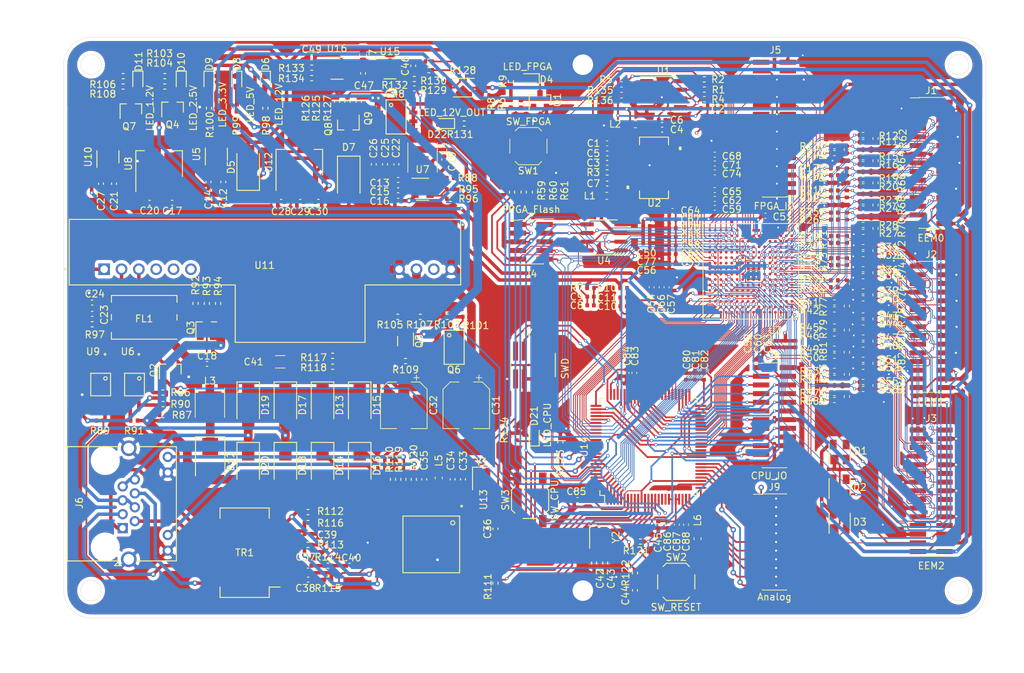
<source format=kicad_pcb>
(kicad_pcb (version 20171130) (host pcbnew 5.1.10-88a1d61d58~88~ubuntu20.04.1)

  (general
    (thickness 1.6)
    (drawings 20)
    (tracks 4003)
    (zones 0)
    (modules 287)
    (nets 307)
  )

  (page A4)
  (layers
    (0 F.Cu signal)
    (1 In1.Cu signal)
    (2 In2.Cu power)
    (31 B.Cu signal)
    (32 B.Adhes user)
    (33 F.Adhes user)
    (34 B.Paste user)
    (35 F.Paste user)
    (36 B.SilkS user)
    (37 F.SilkS user)
    (38 B.Mask user)
    (39 F.Mask user)
    (40 Dwgs.User user)
    (41 Cmts.User user)
    (42 Eco1.User user)
    (43 Eco2.User user)
    (44 Edge.Cuts user)
    (45 Margin user)
    (46 B.CrtYd user)
    (47 F.CrtYd user)
    (48 B.Fab user)
    (49 F.Fab user)
  )

  (setup
    (last_trace_width 0.254)
    (user_trace_width 0.0889)
    (user_trace_width 0.1016)
    (user_trace_width 0.127)
    (user_trace_width 0.254)
    (user_trace_width 0.508)
    (user_trace_width 0.762)
    (user_trace_width 1.016)
    (user_trace_width 1.27)
    (trace_clearance 0.0889)
    (zone_clearance 0.508)
    (zone_45_only no)
    (trace_min 0.0889)
    (via_size 0.45)
    (via_drill 0.25)
    (via_min_size 0.4)
    (via_min_drill 0.2)
    (user_via 0.4 0.2)
    (user_via 0.45 0.25)
    (user_via 0.5 0.3)
    (user_via 4.199999 4)
    (uvia_size 0.3)
    (uvia_drill 0.1)
    (uvias_allowed no)
    (uvia_min_size 0.2)
    (uvia_min_drill 0.1)
    (edge_width 0.05)
    (segment_width 0.127)
    (pcb_text_width 0.3)
    (pcb_text_size 1.5 1.5)
    (mod_edge_width 0.1524)
    (mod_text_size 1.016 1.016)
    (mod_text_width 0.1524)
    (pad_size 1.524 1.524)
    (pad_drill 0.762)
    (pad_to_mask_clearance 0)
    (solder_mask_min_width 0.00254)
    (aux_axis_origin 0 0)
    (grid_origin 210 57)
    (visible_elements FFFFFF7F)
    (pcbplotparams
      (layerselection 0x010fc_ffffffff)
      (usegerberextensions false)
      (usegerberattributes true)
      (usegerberadvancedattributes true)
      (creategerberjobfile true)
      (excludeedgelayer true)
      (linewidth 0.100000)
      (plotframeref false)
      (viasonmask false)
      (mode 1)
      (useauxorigin false)
      (hpglpennumber 1)
      (hpglpenspeed 20)
      (hpglpendiameter 15.000000)
      (psnegative false)
      (psa4output false)
      (plotreference true)
      (plotvalue true)
      (plotinvisibletext false)
      (padsonsilk false)
      (subtractmaskfromsilk false)
      (outputformat 1)
      (mirror false)
      (drillshape 1)
      (scaleselection 1)
      (outputdirectory ""))
  )

  (net 0 "")
  (net 1 "Net-(C1-Pad1)")
  (net 2 GND)
  (net 3 "Net-(C2-Pad1)")
  (net 4 /HighSpeedADC/+5VA)
  (net 5 /FPGA/GNDPLL0)
  (net 6 /FPGA/VCCPLL0)
  (net 7 /FPGA/GNDPLL1)
  (net 8 /FPGA/VCCPLL1)
  (net 9 +12V_OUT)
  (net 10 /CurrentSenser/12V_CURRENT)
  (net 11 /Power/+6V5)
  (net 12 +12V)
  (net 13 +3V3)
  (net 14 "Net-(C24-Pad1)")
  (net 15 +2V5)
  (net 16 +1V2)
  (net 17 +5V)
  (net 18 "Net-(C38-Pad1)")
  (net 19 "Net-(C40-Pad1)")
  (net 20 "Net-(C41-Pad1)")
  (net 21 /Ethernet/+3V3A)
  (net 22 "Net-(C44-Pad2)")
  (net 23 "Net-(C46-Pad1)")
  (net 24 /MCU/+3V3A)
  (net 25 +3V3MP)
  (net 26 "Net-(D4-Pad2)")
  (net 27 "Net-(D4-Pad1)")
  (net 28 "Net-(D9-Pad2)")
  (net 29 "Net-(D10-Pad2)")
  (net 30 "Net-(D11-Pad2)")
  (net 31 "Net-(D13-Pad2)")
  (net 32 /Ethernet/POE_VC-)
  (net 33 /Ethernet/POE_VC+)
  (net 34 "Net-(D15-Pad2)")
  (net 35 "Net-(D17-Pad2)")
  (net 36 "Net-(D19-Pad2)")
  (net 37 "Net-(D21-Pad2)")
  (net 38 /FPGA_IO1)
  (net 39 /FPGA_IO3)
  (net 40 /FPGA_IO5)
  (net 41 /FPGA_IO7)
  (net 42 /FPGA_IO9)
  (net 43 /FPGA_IO11)
  (net 44 /FPGA_IO13)
  (net 45 /FPGA_IO15)
  (net 46 /FPGA_IO14)
  (net 47 /FPGA_IO12)
  (net 48 /FPGA_IO10)
  (net 49 /FPGA_IO8)
  (net 50 /FPGA_IO6)
  (net 51 /FPGA_IO4)
  (net 52 /FPGA_IO2)
  (net 53 /FPGA_IO0)
  (net 54 /MCU/CPU_SWCLK)
  (net 55 /MCU/CPU_SWDIO)
  (net 56 /MCU/CPU_UART4_TX)
  (net 57 /MCU/CPU_UART4_RX)
  (net 58 /MCU/CPU_PWM_CH1)
  (net 59 /MCU/CPU_PWM_CH2)
  (net 60 /MCU/CPU_PWM_CH3)
  (net 61 /MCU/CPU_PWM_CH4)
  (net 62 /MCU/CPU_IIC2_SDA)
  (net 63 /MCU/CPU_IIC2_SCL)
  (net 64 /MCU/CPU_UART1_RX)
  (net 65 /MCU/CPU_UART1_TX)
  (net 66 /MCU/CPU_SPI2_MOSI)
  (net 67 /MCU/CPU_SPI2_MISO)
  (net 68 /MCU/CPU_SPI2_SCK)
  (net 69 /MCU/CPU_SPI2_CS)
  (net 70 /MCU/CPU_DAC1)
  (net 71 /MCU/CPU_DAC0)
  (net 72 /MCU/CPU_ADC7)
  (net 73 /MCU/CPU_ADC6)
  (net 74 /MCU/CPU_ADC5)
  (net 75 /MCU/CPU_ADC4)
  (net 76 /MCU/CPU_ADC3)
  (net 77 /MCU/CPU_ADC2)
  (net 78 /MCU/CPU_ADC1)
  (net 79 /MCU/CPU_ADC0)
  (net 80 /CurrentSenser/12V_SW)
  (net 81 "Net-(Q1-Pad1)")
  (net 82 "Net-(Q2-Pad3)")
  (net 83 /MCU/CPU_RESET)
  (net 84 "Net-(Q7-Pad1)")
  (net 85 "Net-(R4-Pad1)")
  (net 86 /MCU/CPU_POE_AT_EVENT)
  (net 87 /MCU/CPU_POE_SRC_STATUS)
  (net 88 /Ethernet/RJ45_LED_G)
  (net 89 /Ethernet/RJ45_LED_Y)
  (net 90 "Net-(C3-Pad1)")
  (net 91 /CurrentSenser/+3V3A)
  (net 92 /EEM0_IIC_SCL)
  (net 93 /EEM0_IIC_SDA)
  (net 94 /EEM1_IIC_SCL)
  (net 95 /EEM1_IIC_SDA)
  (net 96 /EEM2_IIC_SCL)
  (net 97 /EEM2_IIC_SDA)
  (net 98 /EEM0_7_N)
  (net 99 /EEM0_6_P)
  (net 100 /EEM0_5_N)
  (net 101 /EEM0_4_P)
  (net 102 /EEM0_3_N)
  (net 103 /EEM0_2_P)
  (net 104 /EEM0_1_N)
  (net 105 /EEM0_0_P)
  (net 106 /EEM0_7_P)
  (net 107 /EEM0_6_N)
  (net 108 /EEM0_5_P)
  (net 109 /EEM0_4_N)
  (net 110 /EEM0_3_P)
  (net 111 /EEM0_2_N)
  (net 112 /EEM0_1_P)
  (net 113 /EEM0_0_N)
  (net 114 /EEM1_7_N)
  (net 115 /EEM1_6_P)
  (net 116 /EEM1_5_N)
  (net 117 /EEM1_4_P)
  (net 118 /EEM1_3_N)
  (net 119 /EEM1_2_P)
  (net 120 /EEM1_1_N)
  (net 121 /EEM1_0_P)
  (net 122 /EEM1_7_P)
  (net 123 /EEM1_6_N)
  (net 124 /EEM1_5_P)
  (net 125 /EEM1_4_N)
  (net 126 /EEM1_3_P)
  (net 127 /EEM1_2_N)
  (net 128 /EEM1_1_P)
  (net 129 /EEM1_0_N)
  (net 130 /EEM2_7_N)
  (net 131 /EEM2_6_P)
  (net 132 /EEM2_5_N)
  (net 133 /EEM2_4_P)
  (net 134 /EEM2_3_N)
  (net 135 /EEM2_2_P)
  (net 136 /EEM2_1_N)
  (net 137 /EEM2_0_P)
  (net 138 /EEM2_7_P)
  (net 139 /EEM2_6_N)
  (net 140 /EEM2_5_P)
  (net 141 /EEM2_4_N)
  (net 142 /EEM2_3_P)
  (net 143 /EEM2_2_N)
  (net 144 /EEM2_1_P)
  (net 145 /EEM2_0_N)
  (net 146 /CDONE)
  (net 147 /CRESET)
  (net 148 /SPI_CS)
  (net 149 /ENC_INT)
  (net 150 /ADC_D0)
  (net 151 /ADC_D1)
  (net 152 /ADC_D2)
  (net 153 /ADC_D3)
  (net 154 /ADC_D4)
  (net 155 /ADC_D5)
  (net 156 /ADC_D6)
  (net 157 /ADC_D7)
  (net 158 /ADC_CLK)
  (net 159 /FSMC_CLK)
  (net 160 /FSMC_D15)
  (net 161 /FSMC_D9)
  (net 162 /FSMC_D10)
  (net 163 /FSMC_D0)
  (net 164 /FSMC_A7)
  (net 165 /FSMC_NL)
  (net 166 /FSMC_NBL0)
  (net 167 /FSMC_D6)
  (net 168 /FSMC_D7)
  (net 169 /FSMC_D5)
  (net 170 /FSMC_D1)
  (net 171 /FSMC_A3)
  (net 172 /FSMC_A1)
  (net 173 /FSMC_NWAIT)
  (net 174 /FSMC_NOE)
  (net 175 /FSMC_D12)
  (net 176 /FSMC_D8)
  (net 177 /FSMC_D3)
  (net 178 /FSMC_A4)
  (net 179 /FSMC_A6)
  (net 180 /FSMC_A0)
  (net 181 /FSMC_NBL1)
  (net 182 /FSMC_D14)
  (net 183 /FSMC_D11)
  (net 184 /FSMC_D4)
  (net 185 /FSMC_A2)
  (net 186 /FSMC_D13)
  (net 187 /FSMC_D2)
  (net 188 /FSMC_A5)
  (net 189 /FSMC_NE1)
  (net 190 /FSMC_NWE)
  (net 191 /CSBSEL0)
  (net 192 /SPI_MOSI)
  (net 193 /SPI_MISO)
  (net 194 /CSBSEL1)
  (net 195 /SPI_SCK)
  (net 196 /SPI_ENC_CS)
  (net 197 "Net-(C5-Pad2)")
  (net 198 "Net-(C7-Pad2)")
  (net 199 "Net-(C18-Pad2)")
  (net 200 "Net-(C18-Pad1)")
  (net 201 "Net-(C19-Pad2)")
  (net 202 "Net-(C19-Pad1)")
  (net 203 "Net-(C23-Pad2)")
  (net 204 "Net-(C31-Pad1)")
  (net 205 "Net-(C33-Pad1)")
  (net 206 "Net-(C34-Pad1)")
  (net 207 "Net-(C36-Pad2)")
  (net 208 "Net-(C37-Pad2)")
  (net 209 "Net-(C37-Pad1)")
  (net 210 "Net-(C38-Pad2)")
  (net 211 "Net-(C39-Pad1)")
  (net 212 "Net-(C42-Pad1)")
  (net 213 "Net-(C43-Pad1)")
  (net 214 "Net-(D6-Pad2)")
  (net 215 "Net-(D8-Pad2)")
  (net 216 "Net-(D10-Pad1)")
  (net 217 "Net-(D11-Pad1)")
  (net 218 "Net-(D21-Pad1)")
  (net 219 "Net-(D22-Pad1)")
  (net 220 "Net-(Q3-Pad1)")
  (net 221 "Net-(Q4-Pad1)")
  (net 222 "Net-(Q5-Pad6)")
  (net 223 "Net-(Q5-Pad2)")
  (net 224 "Net-(Q5-Pad3)")
  (net 225 "Net-(Q8-Pad3)")
  (net 226 "Net-(Q8-Pad1)")
  (net 227 "Net-(R87-Pad1)")
  (net 228 "Net-(R132-Pad2)")
  (net 229 "Net-(U11-Pad3)")
  (net 230 "Net-(U15-Pad3)")
  (net 231 "Net-(C46-Pad2)")
  (net 232 "Net-(D22-Pad2)")
  (net 233 HSADC_IN)
  (net 234 "Net-(J6-Pad12)")
  (net 235 "Net-(J6-Pad10)")
  (net 236 "Net-(J6-Pad6)")
  (net 237 "Net-(J6-Pad2)")
  (net 238 "Net-(J6-Pad3)")
  (net 239 "Net-(J6-Pad1)")
  (net 240 "Net-(R86-Pad2)")
  (net 241 "Net-(R88-Pad1)")
  (net 242 "Net-(R95-Pad1)")
  (net 243 "Net-(R97-Pad2)")
  (net 244 "Net-(R110-Pad1)")
  (net 245 "Net-(R112-Pad1)")
  (net 246 "Net-(R113-Pad2)")
  (net 247 "Net-(R123-Pad1)")
  (net 248 "Net-(R133-Pad2)")
  (net 249 "Net-(SW3-Pad2)")
  (net 250 /FPGA/LVDS0_0_P)
  (net 251 /FPGA/LVDS0_0_N)
  (net 252 /FPGA/LVDS0_1_P)
  (net 253 /FPGA/LVDS0_1_N)
  (net 254 /FPGA/LVDS0_2_P)
  (net 255 /FPGA/LVDS0_2_N)
  (net 256 /FPGA/LVDS0_3_P)
  (net 257 /FPGA/LVDS0_3_N)
  (net 258 /FPGA/LVDS0_4_P)
  (net 259 /FPGA/LVDS0_4_N)
  (net 260 /FPGA/LVDS0_5_P)
  (net 261 /FPGA/LVDS0_5_N)
  (net 262 /FPGA/LVDS0_6_P)
  (net 263 /FPGA/LVDS0_6_N)
  (net 264 /FPGA/LVDS0_7_P)
  (net 265 /FPGA/LVDS0_7_N)
  (net 266 /FPGA/LVDS1_0_P)
  (net 267 /FPGA/LVDS1_0_N)
  (net 268 /FPGA/LVDS1_1_P)
  (net 269 /FPGA/LVDS1_1_N)
  (net 270 /FPGA/LVDS1_2_P)
  (net 271 /FPGA/LVDS1_2_N)
  (net 272 /FPGA/LVDS1_3_P)
  (net 273 /FPGA/LVDS1_3_N)
  (net 274 /FPGA/LVDS1_4_P)
  (net 275 /FPGA/LVDS1_4_N)
  (net 276 /FPGA/LVDS1_5_P)
  (net 277 /FPGA/LVDS1_5_N)
  (net 278 /FPGA/LVDS1_6_P)
  (net 279 /FPGA/LVDS1_6_N)
  (net 280 /FPGA/LVDS1_7_P)
  (net 281 /FPGA/LVDS1_7_N)
  (net 282 /FPGA/LVDS2_0_P)
  (net 283 /FPGA/LVDS2_0_N)
  (net 284 /FPGA/LVDS2_1_P)
  (net 285 /FPGA/LVDS2_1_N)
  (net 286 /FPGA/LVDS2_2_P)
  (net 287 /FPGA/LVDS2_2_N)
  (net 288 /FPGA/LVDS2_3_P)
  (net 289 /FPGA/LVDS2_3_N)
  (net 290 /FPGA/LVDS2_4_P)
  (net 291 /FPGA/LVDS2_4_N)
  (net 292 /FPGA/LVDS2_5_P)
  (net 293 /FPGA/LVDS2_5_N)
  (net 294 /FPGA/LVDS2_6_P)
  (net 295 /FPGA/LVDS2_6_N)
  (net 296 /FPGA/LVDS2_7_P)
  (net 297 /FPGA/LVDS2_7_N)
  (net 298 /FPGA/FPGA_LED)
  (net 299 /FPGA/FPGA_KEY)
  (net 300 /IIC_SCL)
  (net 301 /IIC_SDA)
  (net 302 "Net-(R1-Pad2)")
  (net 303 "Net-(R2-Pad2)")
  (net 304 "Net-(R135-Pad2)")
  (net 305 "Net-(R135-Pad1)")
  (net 306 "Net-(R136-Pad2)")

  (net_class Default "This is the default net class."
    (clearance 0.0889)
    (trace_width 0.254)
    (via_dia 0.45)
    (via_drill 0.25)
    (uvia_dia 0.3)
    (uvia_drill 0.1)
    (diff_pair_width 0.0889)
    (diff_pair_gap 0.1016)
    (add_net +12V)
    (add_net +12V_OUT)
    (add_net +1V2)
    (add_net +2V5)
    (add_net +3V3)
    (add_net +3V3MP)
    (add_net +5V)
    (add_net /ADC_CLK)
    (add_net /ADC_D0)
    (add_net /ADC_D1)
    (add_net /ADC_D2)
    (add_net /ADC_D3)
    (add_net /ADC_D4)
    (add_net /ADC_D5)
    (add_net /ADC_D6)
    (add_net /ADC_D7)
    (add_net /CDONE)
    (add_net /CRESET)
    (add_net /CSBSEL0)
    (add_net /CSBSEL1)
    (add_net /CurrentSenser/+3V3A)
    (add_net /CurrentSenser/12V_CURRENT)
    (add_net /CurrentSenser/12V_SW)
    (add_net /ENC_INT)
    (add_net /Ethernet/+3V3A)
    (add_net /Ethernet/POE_VC+)
    (add_net /Ethernet/POE_VC-)
    (add_net /Ethernet/RJ45_LED_G)
    (add_net /Ethernet/RJ45_LED_Y)
    (add_net /FPGA/FPGA_KEY)
    (add_net /FPGA/FPGA_LED)
    (add_net /FPGA/GNDPLL0)
    (add_net /FPGA/GNDPLL1)
    (add_net /FPGA/VCCPLL0)
    (add_net /FPGA/VCCPLL1)
    (add_net /FPGA_IO0)
    (add_net /FPGA_IO1)
    (add_net /FPGA_IO10)
    (add_net /FPGA_IO11)
    (add_net /FPGA_IO12)
    (add_net /FPGA_IO13)
    (add_net /FPGA_IO14)
    (add_net /FPGA_IO15)
    (add_net /FPGA_IO2)
    (add_net /FPGA_IO3)
    (add_net /FPGA_IO4)
    (add_net /FPGA_IO5)
    (add_net /FPGA_IO6)
    (add_net /FPGA_IO7)
    (add_net /FPGA_IO8)
    (add_net /FPGA_IO9)
    (add_net /FSMC_A0)
    (add_net /FSMC_A1)
    (add_net /FSMC_A2)
    (add_net /FSMC_A3)
    (add_net /FSMC_A4)
    (add_net /FSMC_A5)
    (add_net /FSMC_A6)
    (add_net /FSMC_A7)
    (add_net /FSMC_CLK)
    (add_net /FSMC_D0)
    (add_net /FSMC_D1)
    (add_net /FSMC_D10)
    (add_net /FSMC_D11)
    (add_net /FSMC_D12)
    (add_net /FSMC_D13)
    (add_net /FSMC_D14)
    (add_net /FSMC_D15)
    (add_net /FSMC_D2)
    (add_net /FSMC_D3)
    (add_net /FSMC_D4)
    (add_net /FSMC_D5)
    (add_net /FSMC_D6)
    (add_net /FSMC_D7)
    (add_net /FSMC_D8)
    (add_net /FSMC_D9)
    (add_net /FSMC_NBL0)
    (add_net /FSMC_NBL1)
    (add_net /FSMC_NE1)
    (add_net /FSMC_NL)
    (add_net /FSMC_NOE)
    (add_net /FSMC_NWAIT)
    (add_net /FSMC_NWE)
    (add_net /HighSpeedADC/+5VA)
    (add_net /IIC_SCL)
    (add_net /IIC_SDA)
    (add_net /MCU/+3V3A)
    (add_net /MCU/CPU_ADC0)
    (add_net /MCU/CPU_ADC1)
    (add_net /MCU/CPU_ADC2)
    (add_net /MCU/CPU_ADC3)
    (add_net /MCU/CPU_ADC4)
    (add_net /MCU/CPU_ADC5)
    (add_net /MCU/CPU_ADC6)
    (add_net /MCU/CPU_ADC7)
    (add_net /MCU/CPU_DAC0)
    (add_net /MCU/CPU_DAC1)
    (add_net /MCU/CPU_IIC2_SCL)
    (add_net /MCU/CPU_IIC2_SDA)
    (add_net /MCU/CPU_POE_AT_EVENT)
    (add_net /MCU/CPU_POE_SRC_STATUS)
    (add_net /MCU/CPU_PWM_CH1)
    (add_net /MCU/CPU_PWM_CH2)
    (add_net /MCU/CPU_PWM_CH3)
    (add_net /MCU/CPU_PWM_CH4)
    (add_net /MCU/CPU_RESET)
    (add_net /MCU/CPU_SPI2_CS)
    (add_net /MCU/CPU_SPI2_MISO)
    (add_net /MCU/CPU_SPI2_MOSI)
    (add_net /MCU/CPU_SPI2_SCK)
    (add_net /MCU/CPU_SWCLK)
    (add_net /MCU/CPU_SWDIO)
    (add_net /MCU/CPU_UART1_RX)
    (add_net /MCU/CPU_UART1_TX)
    (add_net /MCU/CPU_UART4_RX)
    (add_net /MCU/CPU_UART4_TX)
    (add_net /Power/+6V5)
    (add_net /SPI_CS)
    (add_net /SPI_ENC_CS)
    (add_net /SPI_MISO)
    (add_net /SPI_MOSI)
    (add_net /SPI_SCK)
    (add_net GND)
    (add_net HSADC_IN)
    (add_net "Net-(C1-Pad1)")
    (add_net "Net-(C18-Pad1)")
    (add_net "Net-(C18-Pad2)")
    (add_net "Net-(C19-Pad1)")
    (add_net "Net-(C19-Pad2)")
    (add_net "Net-(C2-Pad1)")
    (add_net "Net-(C23-Pad2)")
    (add_net "Net-(C24-Pad1)")
    (add_net "Net-(C3-Pad1)")
    (add_net "Net-(C31-Pad1)")
    (add_net "Net-(C33-Pad1)")
    (add_net "Net-(C34-Pad1)")
    (add_net "Net-(C36-Pad2)")
    (add_net "Net-(C37-Pad1)")
    (add_net "Net-(C37-Pad2)")
    (add_net "Net-(C38-Pad1)")
    (add_net "Net-(C38-Pad2)")
    (add_net "Net-(C39-Pad1)")
    (add_net "Net-(C40-Pad1)")
    (add_net "Net-(C41-Pad1)")
    (add_net "Net-(C42-Pad1)")
    (add_net "Net-(C43-Pad1)")
    (add_net "Net-(C44-Pad2)")
    (add_net "Net-(C46-Pad1)")
    (add_net "Net-(C46-Pad2)")
    (add_net "Net-(C5-Pad2)")
    (add_net "Net-(C7-Pad2)")
    (add_net "Net-(D10-Pad1)")
    (add_net "Net-(D10-Pad2)")
    (add_net "Net-(D11-Pad1)")
    (add_net "Net-(D11-Pad2)")
    (add_net "Net-(D13-Pad2)")
    (add_net "Net-(D15-Pad2)")
    (add_net "Net-(D17-Pad2)")
    (add_net "Net-(D19-Pad2)")
    (add_net "Net-(D21-Pad1)")
    (add_net "Net-(D21-Pad2)")
    (add_net "Net-(D22-Pad1)")
    (add_net "Net-(D22-Pad2)")
    (add_net "Net-(D4-Pad1)")
    (add_net "Net-(D4-Pad2)")
    (add_net "Net-(D6-Pad2)")
    (add_net "Net-(D8-Pad2)")
    (add_net "Net-(D9-Pad2)")
    (add_net "Net-(J6-Pad1)")
    (add_net "Net-(J6-Pad10)")
    (add_net "Net-(J6-Pad12)")
    (add_net "Net-(J6-Pad2)")
    (add_net "Net-(J6-Pad3)")
    (add_net "Net-(J6-Pad6)")
    (add_net "Net-(Q1-Pad1)")
    (add_net "Net-(Q2-Pad3)")
    (add_net "Net-(Q3-Pad1)")
    (add_net "Net-(Q4-Pad1)")
    (add_net "Net-(Q5-Pad2)")
    (add_net "Net-(Q5-Pad3)")
    (add_net "Net-(Q5-Pad6)")
    (add_net "Net-(Q7-Pad1)")
    (add_net "Net-(Q8-Pad1)")
    (add_net "Net-(Q8-Pad3)")
    (add_net "Net-(R1-Pad2)")
    (add_net "Net-(R110-Pad1)")
    (add_net "Net-(R112-Pad1)")
    (add_net "Net-(R113-Pad2)")
    (add_net "Net-(R123-Pad1)")
    (add_net "Net-(R132-Pad2)")
    (add_net "Net-(R133-Pad2)")
    (add_net "Net-(R135-Pad1)")
    (add_net "Net-(R135-Pad2)")
    (add_net "Net-(R136-Pad2)")
    (add_net "Net-(R2-Pad2)")
    (add_net "Net-(R4-Pad1)")
    (add_net "Net-(R86-Pad2)")
    (add_net "Net-(R87-Pad1)")
    (add_net "Net-(R88-Pad1)")
    (add_net "Net-(R95-Pad1)")
    (add_net "Net-(R97-Pad2)")
    (add_net "Net-(SW3-Pad2)")
    (add_net "Net-(U11-Pad3)")
    (add_net "Net-(U15-Pad3)")
  )

  (net_class Diff_In ""
    (clearance 0.0889)
    (trace_width 0.1524)
    (via_dia 0.8)
    (via_drill 0.4)
    (uvia_dia 0.3)
    (uvia_drill 0.1)
    (diff_pair_width 0.1143)
    (diff_pair_gap 0.1524)
  )

  (net_class Diff_Out ""
    (clearance 0.0889)
    (trace_width 0.127)
    (via_dia 0.8)
    (via_drill 0.4)
    (uvia_dia 0.3)
    (uvia_drill 0.1)
    (diff_pair_width 0.127)
    (diff_pair_gap 0.127)
    (add_net /EEM0_0_N)
    (add_net /EEM0_0_P)
    (add_net /EEM0_1_N)
    (add_net /EEM0_1_P)
    (add_net /EEM0_2_N)
    (add_net /EEM0_2_P)
    (add_net /EEM0_3_N)
    (add_net /EEM0_3_P)
    (add_net /EEM0_4_N)
    (add_net /EEM0_4_P)
    (add_net /EEM0_5_N)
    (add_net /EEM0_5_P)
    (add_net /EEM0_6_N)
    (add_net /EEM0_6_P)
    (add_net /EEM0_7_N)
    (add_net /EEM0_7_P)
    (add_net /EEM0_IIC_SCL)
    (add_net /EEM0_IIC_SDA)
    (add_net /EEM1_0_N)
    (add_net /EEM1_0_P)
    (add_net /EEM1_1_N)
    (add_net /EEM1_1_P)
    (add_net /EEM1_2_N)
    (add_net /EEM1_2_P)
    (add_net /EEM1_3_N)
    (add_net /EEM1_3_P)
    (add_net /EEM1_4_N)
    (add_net /EEM1_4_P)
    (add_net /EEM1_5_N)
    (add_net /EEM1_5_P)
    (add_net /EEM1_6_N)
    (add_net /EEM1_6_P)
    (add_net /EEM1_7_N)
    (add_net /EEM1_7_P)
    (add_net /EEM1_IIC_SCL)
    (add_net /EEM1_IIC_SDA)
    (add_net /EEM2_0_N)
    (add_net /EEM2_0_P)
    (add_net /EEM2_1_N)
    (add_net /EEM2_1_P)
    (add_net /EEM2_2_N)
    (add_net /EEM2_2_P)
    (add_net /EEM2_3_N)
    (add_net /EEM2_3_P)
    (add_net /EEM2_4_N)
    (add_net /EEM2_4_P)
    (add_net /EEM2_5_N)
    (add_net /EEM2_5_P)
    (add_net /EEM2_6_N)
    (add_net /EEM2_6_P)
    (add_net /EEM2_7_N)
    (add_net /EEM2_7_P)
    (add_net /EEM2_IIC_SCL)
    (add_net /EEM2_IIC_SDA)
    (add_net /FPGA/LVDS0_0_N)
    (add_net /FPGA/LVDS0_0_P)
    (add_net /FPGA/LVDS0_1_N)
    (add_net /FPGA/LVDS0_1_P)
    (add_net /FPGA/LVDS0_2_N)
    (add_net /FPGA/LVDS0_2_P)
    (add_net /FPGA/LVDS0_3_N)
    (add_net /FPGA/LVDS0_3_P)
    (add_net /FPGA/LVDS0_4_N)
    (add_net /FPGA/LVDS0_4_P)
    (add_net /FPGA/LVDS0_5_N)
    (add_net /FPGA/LVDS0_5_P)
    (add_net /FPGA/LVDS0_6_N)
    (add_net /FPGA/LVDS0_6_P)
    (add_net /FPGA/LVDS0_7_N)
    (add_net /FPGA/LVDS0_7_P)
    (add_net /FPGA/LVDS1_0_N)
    (add_net /FPGA/LVDS1_0_P)
    (add_net /FPGA/LVDS1_1_N)
    (add_net /FPGA/LVDS1_1_P)
    (add_net /FPGA/LVDS1_2_N)
    (add_net /FPGA/LVDS1_2_P)
    (add_net /FPGA/LVDS1_3_N)
    (add_net /FPGA/LVDS1_3_P)
    (add_net /FPGA/LVDS1_4_N)
    (add_net /FPGA/LVDS1_4_P)
    (add_net /FPGA/LVDS1_5_N)
    (add_net /FPGA/LVDS1_5_P)
    (add_net /FPGA/LVDS1_6_N)
    (add_net /FPGA/LVDS1_6_P)
    (add_net /FPGA/LVDS1_7_N)
    (add_net /FPGA/LVDS1_7_P)
    (add_net /FPGA/LVDS2_0_N)
    (add_net /FPGA/LVDS2_0_P)
    (add_net /FPGA/LVDS2_1_N)
    (add_net /FPGA/LVDS2_1_P)
    (add_net /FPGA/LVDS2_2_N)
    (add_net /FPGA/LVDS2_2_P)
    (add_net /FPGA/LVDS2_3_N)
    (add_net /FPGA/LVDS2_3_P)
    (add_net /FPGA/LVDS2_4_N)
    (add_net /FPGA/LVDS2_4_P)
    (add_net /FPGA/LVDS2_5_N)
    (add_net /FPGA/LVDS2_5_P)
    (add_net /FPGA/LVDS2_6_N)
    (add_net /FPGA/LVDS2_6_P)
    (add_net /FPGA/LVDS2_7_N)
    (add_net /FPGA/LVDS2_7_P)
  )

  (module Package_QFP:LQFP-100_14x14mm_P0.5mm (layer F.Cu) (tedit 5D9F72B0) (tstamp 60D15168)
    (at 164.598 112.944 90)
    (descr "LQFP, 100 Pin (https://www.nxp.com/docs/en/package-information/SOT407-1.pdf), generated with kicad-footprint-generator ipc_gullwing_generator.py")
    (tags "LQFP QFP")
    (path /60C2FDBB/60C30090)
    (attr smd)
    (fp_text reference U14 (at 0 -9.42 90) (layer F.SilkS)
      (effects (font (size 1.016 1.016) (thickness 0.1524)))
    )
    (fp_text value STM32F103VCTx (at 0 9.42 90) (layer F.SilkS) hide
      (effects (font (size 1 1) (thickness 0.15)))
    )
    (fp_line (start 6.41 7.11) (end 7.11 7.11) (layer F.SilkS) (width 0.1524))
    (fp_line (start 7.11 7.11) (end 7.11 6.41) (layer F.SilkS) (width 0.1524))
    (fp_line (start -6.41 7.11) (end -7.11 7.11) (layer F.SilkS) (width 0.1524))
    (fp_line (start -7.11 7.11) (end -7.11 6.41) (layer F.SilkS) (width 0.1524))
    (fp_line (start 6.41 -7.11) (end 7.11 -7.11) (layer F.SilkS) (width 0.1524))
    (fp_line (start 7.11 -7.11) (end 7.11 -6.41) (layer F.SilkS) (width 0.1524))
    (fp_line (start -6.41 -7.11) (end -7.11 -7.11) (layer F.SilkS) (width 0.1524))
    (fp_line (start -7.11 -7.11) (end -7.11 -6.41) (layer F.SilkS) (width 0.1524))
    (fp_line (start -7.11 -6.41) (end -8.475 -6.41) (layer F.SilkS) (width 0.1524))
    (fp_line (start -6 -7) (end 7 -7) (layer F.Fab) (width 0.15))
    (fp_line (start 7 -7) (end 7 7) (layer F.Fab) (width 0.15))
    (fp_line (start 7 7) (end -7 7) (layer F.Fab) (width 0.15))
    (fp_line (start -7 7) (end -7 -6) (layer F.Fab) (width 0.15))
    (fp_line (start -7 -6) (end -6 -7) (layer F.Fab) (width 0.15))
    (fp_line (start 0 -8.72) (end -6.4 -8.72) (layer F.CrtYd) (width 0.05))
    (fp_line (start -6.4 -8.72) (end -6.4 -7.25) (layer F.CrtYd) (width 0.05))
    (fp_line (start -6.4 -7.25) (end -7.25 -7.25) (layer F.CrtYd) (width 0.05))
    (fp_line (start -7.25 -7.25) (end -7.25 -6.4) (layer F.CrtYd) (width 0.05))
    (fp_line (start -7.25 -6.4) (end -8.72 -6.4) (layer F.CrtYd) (width 0.05))
    (fp_line (start -8.72 -6.4) (end -8.72 0) (layer F.CrtYd) (width 0.05))
    (fp_line (start 0 -8.72) (end 6.4 -8.72) (layer F.CrtYd) (width 0.05))
    (fp_line (start 6.4 -8.72) (end 6.4 -7.25) (layer F.CrtYd) (width 0.05))
    (fp_line (start 6.4 -7.25) (end 7.25 -7.25) (layer F.CrtYd) (width 0.05))
    (fp_line (start 7.25 -7.25) (end 7.25 -6.4) (layer F.CrtYd) (width 0.05))
    (fp_line (start 7.25 -6.4) (end 8.72 -6.4) (layer F.CrtYd) (width 0.05))
    (fp_line (start 8.72 -6.4) (end 8.72 0) (layer F.CrtYd) (width 0.05))
    (fp_line (start 0 8.72) (end -6.4 8.72) (layer F.CrtYd) (width 0.05))
    (fp_line (start -6.4 8.72) (end -6.4 7.25) (layer F.CrtYd) (width 0.05))
    (fp_line (start -6.4 7.25) (end -7.25 7.25) (layer F.CrtYd) (width 0.05))
    (fp_line (start -7.25 7.25) (end -7.25 6.4) (layer F.CrtYd) (width 0.05))
    (fp_line (start -7.25 6.4) (end -8.72 6.4) (layer F.CrtYd) (width 0.05))
    (fp_line (start -8.72 6.4) (end -8.72 0) (layer F.CrtYd) (width 0.05))
    (fp_line (start 0 8.72) (end 6.4 8.72) (layer F.CrtYd) (width 0.05))
    (fp_line (start 6.4 8.72) (end 6.4 7.25) (layer F.CrtYd) (width 0.05))
    (fp_line (start 6.4 7.25) (end 7.25 7.25) (layer F.CrtYd) (width 0.05))
    (fp_line (start 7.25 7.25) (end 7.25 6.4) (layer F.CrtYd) (width 0.05))
    (fp_line (start 7.25 6.4) (end 8.72 6.4) (layer F.CrtYd) (width 0.05))
    (fp_line (start 8.72 6.4) (end 8.72 0) (layer F.CrtYd) (width 0.05))
    (fp_text user %R (at 0 0 90) (layer F.Fab) hide
      (effects (font (size 1 1) (thickness 0.15)))
    )
    (pad 1 smd roundrect (at -7.675 -6 90) (size 1.6 0.3) (layers F.Cu F.Paste F.Mask) (roundrect_rratio 0.25)
      (net 164 /FSMC_A7))
    (pad 2 smd roundrect (at -7.675 -5.5 90) (size 1.6 0.3) (layers F.Cu F.Paste F.Mask) (roundrect_rratio 0.25)
      (net 171 /FSMC_A3))
    (pad 3 smd roundrect (at -7.675 -5 90) (size 1.6 0.3) (layers F.Cu F.Paste F.Mask) (roundrect_rratio 0.25)
      (net 178 /FSMC_A4))
    (pad 4 smd roundrect (at -7.675 -4.5 90) (size 1.6 0.3) (layers F.Cu F.Paste F.Mask) (roundrect_rratio 0.25)
      (net 188 /FSMC_A5))
    (pad 5 smd roundrect (at -7.675 -4 90) (size 1.6 0.3) (layers F.Cu F.Paste F.Mask) (roundrect_rratio 0.25)
      (net 179 /FSMC_A6))
    (pad 6 smd roundrect (at -7.675 -3.5 90) (size 1.6 0.3) (layers F.Cu F.Paste F.Mask) (roundrect_rratio 0.25)
      (net 13 +3V3))
    (pad 7 smd roundrect (at -7.675 -3 90) (size 1.6 0.3) (layers F.Cu F.Paste F.Mask) (roundrect_rratio 0.25)
      (net 196 /SPI_ENC_CS))
    (pad 8 smd roundrect (at -7.675 -2.5 90) (size 1.6 0.3) (layers F.Cu F.Paste F.Mask) (roundrect_rratio 0.25)
      (net 149 /ENC_INT))
    (pad 9 smd roundrect (at -7.675 -2 90) (size 1.6 0.3) (layers F.Cu F.Paste F.Mask) (roundrect_rratio 0.25)
      (net 86 /MCU/CPU_POE_AT_EVENT))
    (pad 10 smd roundrect (at -7.675 -1.5 90) (size 1.6 0.3) (layers F.Cu F.Paste F.Mask) (roundrect_rratio 0.25)
      (net 2 GND))
    (pad 11 smd roundrect (at -7.675 -1 90) (size 1.6 0.3) (layers F.Cu F.Paste F.Mask) (roundrect_rratio 0.25)
      (net 13 +3V3))
    (pad 12 smd roundrect (at -7.675 -0.5 90) (size 1.6 0.3) (layers F.Cu F.Paste F.Mask) (roundrect_rratio 0.25)
      (net 212 "Net-(C42-Pad1)"))
    (pad 13 smd roundrect (at -7.675 0 90) (size 1.6 0.3) (layers F.Cu F.Paste F.Mask) (roundrect_rratio 0.25)
      (net 213 "Net-(C43-Pad1)"))
    (pad 14 smd roundrect (at -7.675 0.5 90) (size 1.6 0.3) (layers F.Cu F.Paste F.Mask) (roundrect_rratio 0.25)
      (net 22 "Net-(C44-Pad2)"))
    (pad 15 smd roundrect (at -7.675 1 90) (size 1.6 0.3) (layers F.Cu F.Paste F.Mask) (roundrect_rratio 0.25)
      (net 249 "Net-(SW3-Pad2)"))
    (pad 16 smd roundrect (at -7.675 1.5 90) (size 1.6 0.3) (layers F.Cu F.Paste F.Mask) (roundrect_rratio 0.25)
      (net 37 "Net-(D21-Pad2)"))
    (pad 17 smd roundrect (at -7.675 2 90) (size 1.6 0.3) (layers F.Cu F.Paste F.Mask) (roundrect_rratio 0.25))
    (pad 18 smd roundrect (at -7.675 2.5 90) (size 1.6 0.3) (layers F.Cu F.Paste F.Mask) (roundrect_rratio 0.25))
    (pad 19 smd roundrect (at -7.675 3 90) (size 1.6 0.3) (layers F.Cu F.Paste F.Mask) (roundrect_rratio 0.25)
      (net 2 GND))
    (pad 20 smd roundrect (at -7.675 3.5 90) (size 1.6 0.3) (layers F.Cu F.Paste F.Mask) (roundrect_rratio 0.25)
      (net 2 GND))
    (pad 21 smd roundrect (at -7.675 4 90) (size 1.6 0.3) (layers F.Cu F.Paste F.Mask) (roundrect_rratio 0.25)
      (net 24 /MCU/+3V3A))
    (pad 22 smd roundrect (at -7.675 4.5 90) (size 1.6 0.3) (layers F.Cu F.Paste F.Mask) (roundrect_rratio 0.25)
      (net 24 /MCU/+3V3A))
    (pad 23 smd roundrect (at -7.675 5 90) (size 1.6 0.3) (layers F.Cu F.Paste F.Mask) (roundrect_rratio 0.25)
      (net 79 /MCU/CPU_ADC0))
    (pad 24 smd roundrect (at -7.675 5.5 90) (size 1.6 0.3) (layers F.Cu F.Paste F.Mask) (roundrect_rratio 0.25)
      (net 78 /MCU/CPU_ADC1))
    (pad 25 smd roundrect (at -7.675 6 90) (size 1.6 0.3) (layers F.Cu F.Paste F.Mask) (roundrect_rratio 0.25)
      (net 77 /MCU/CPU_ADC2))
    (pad 26 smd roundrect (at -6 7.675 90) (size 0.3 1.6) (layers F.Cu F.Paste F.Mask) (roundrect_rratio 0.25)
      (net 76 /MCU/CPU_ADC3))
    (pad 27 smd roundrect (at -5.5 7.675 90) (size 0.3 1.6) (layers F.Cu F.Paste F.Mask) (roundrect_rratio 0.25)
      (net 2 GND))
    (pad 28 smd roundrect (at -5 7.675 90) (size 0.3 1.6) (layers F.Cu F.Paste F.Mask) (roundrect_rratio 0.25)
      (net 13 +3V3))
    (pad 29 smd roundrect (at -4.5 7.675 90) (size 0.3 1.6) (layers F.Cu F.Paste F.Mask) (roundrect_rratio 0.25)
      (net 71 /MCU/CPU_DAC0))
    (pad 30 smd roundrect (at -4 7.675 90) (size 0.3 1.6) (layers F.Cu F.Paste F.Mask) (roundrect_rratio 0.25)
      (net 70 /MCU/CPU_DAC1))
    (pad 31 smd roundrect (at -3.5 7.675 90) (size 0.3 1.6) (layers F.Cu F.Paste F.Mask) (roundrect_rratio 0.25)
      (net 75 /MCU/CPU_ADC4))
    (pad 32 smd roundrect (at -3 7.675 90) (size 0.3 1.6) (layers F.Cu F.Paste F.Mask) (roundrect_rratio 0.25)
      (net 74 /MCU/CPU_ADC5))
    (pad 33 smd roundrect (at -2.5 7.675 90) (size 0.3 1.6) (layers F.Cu F.Paste F.Mask) (roundrect_rratio 0.25)
      (net 73 /MCU/CPU_ADC6))
    (pad 34 smd roundrect (at -2 7.675 90) (size 0.3 1.6) (layers F.Cu F.Paste F.Mask) (roundrect_rratio 0.25)
      (net 72 /MCU/CPU_ADC7))
    (pad 35 smd roundrect (at -1.5 7.675 90) (size 0.3 1.6) (layers F.Cu F.Paste F.Mask) (roundrect_rratio 0.25)
      (net 10 /CurrentSenser/12V_CURRENT))
    (pad 36 smd roundrect (at -1 7.675 90) (size 0.3 1.6) (layers F.Cu F.Paste F.Mask) (roundrect_rratio 0.25)
      (net 87 /MCU/CPU_POE_SRC_STATUS))
    (pad 37 smd roundrect (at -0.5 7.675 90) (size 0.3 1.6) (layers F.Cu F.Paste F.Mask) (roundrect_rratio 0.25))
    (pad 38 smd roundrect (at 0 7.675 90) (size 0.3 1.6) (layers F.Cu F.Paste F.Mask) (roundrect_rratio 0.25)
      (net 184 /FSMC_D4))
    (pad 39 smd roundrect (at 0.5 7.675 90) (size 0.3 1.6) (layers F.Cu F.Paste F.Mask) (roundrect_rratio 0.25)
      (net 169 /FSMC_D5))
    (pad 40 smd roundrect (at 1 7.675 90) (size 0.3 1.6) (layers F.Cu F.Paste F.Mask) (roundrect_rratio 0.25)
      (net 167 /FSMC_D6))
    (pad 41 smd roundrect (at 1.5 7.675 90) (size 0.3 1.6) (layers F.Cu F.Paste F.Mask) (roundrect_rratio 0.25)
      (net 168 /FSMC_D7))
    (pad 42 smd roundrect (at 2 7.675 90) (size 0.3 1.6) (layers F.Cu F.Paste F.Mask) (roundrect_rratio 0.25)
      (net 176 /FSMC_D8))
    (pad 43 smd roundrect (at 2.5 7.675 90) (size 0.3 1.6) (layers F.Cu F.Paste F.Mask) (roundrect_rratio 0.25)
      (net 161 /FSMC_D9))
    (pad 44 smd roundrect (at 3 7.675 90) (size 0.3 1.6) (layers F.Cu F.Paste F.Mask) (roundrect_rratio 0.25)
      (net 162 /FSMC_D10))
    (pad 45 smd roundrect (at 3.5 7.675 90) (size 0.3 1.6) (layers F.Cu F.Paste F.Mask) (roundrect_rratio 0.25)
      (net 183 /FSMC_D11))
    (pad 46 smd roundrect (at 4 7.675 90) (size 0.3 1.6) (layers F.Cu F.Paste F.Mask) (roundrect_rratio 0.25)
      (net 175 /FSMC_D12))
    (pad 47 smd roundrect (at 4.5 7.675 90) (size 0.3 1.6) (layers F.Cu F.Paste F.Mask) (roundrect_rratio 0.25)
      (net 63 /MCU/CPU_IIC2_SCL))
    (pad 48 smd roundrect (at 5 7.675 90) (size 0.3 1.6) (layers F.Cu F.Paste F.Mask) (roundrect_rratio 0.25)
      (net 62 /MCU/CPU_IIC2_SDA))
    (pad 49 smd roundrect (at 5.5 7.675 90) (size 0.3 1.6) (layers F.Cu F.Paste F.Mask) (roundrect_rratio 0.25)
      (net 2 GND))
    (pad 50 smd roundrect (at 6 7.675 90) (size 0.3 1.6) (layers F.Cu F.Paste F.Mask) (roundrect_rratio 0.25)
      (net 13 +3V3))
    (pad 51 smd roundrect (at 7.675 6 90) (size 1.6 0.3) (layers F.Cu F.Paste F.Mask) (roundrect_rratio 0.25)
      (net 69 /MCU/CPU_SPI2_CS))
    (pad 52 smd roundrect (at 7.675 5.5 90) (size 1.6 0.3) (layers F.Cu F.Paste F.Mask) (roundrect_rratio 0.25)
      (net 68 /MCU/CPU_SPI2_SCK))
    (pad 53 smd roundrect (at 7.675 5 90) (size 1.6 0.3) (layers F.Cu F.Paste F.Mask) (roundrect_rratio 0.25)
      (net 67 /MCU/CPU_SPI2_MISO))
    (pad 54 smd roundrect (at 7.675 4.5 90) (size 1.6 0.3) (layers F.Cu F.Paste F.Mask) (roundrect_rratio 0.25)
      (net 66 /MCU/CPU_SPI2_MOSI))
    (pad 55 smd roundrect (at 7.675 4 90) (size 1.6 0.3) (layers F.Cu F.Paste F.Mask) (roundrect_rratio 0.25)
      (net 186 /FSMC_D13))
    (pad 56 smd roundrect (at 7.675 3.5 90) (size 1.6 0.3) (layers F.Cu F.Paste F.Mask) (roundrect_rratio 0.25)
      (net 182 /FSMC_D14))
    (pad 57 smd roundrect (at 7.675 3 90) (size 1.6 0.3) (layers F.Cu F.Paste F.Mask) (roundrect_rratio 0.25)
      (net 160 /FSMC_D15))
    (pad 58 smd roundrect (at 7.675 2.5 90) (size 1.6 0.3) (layers F.Cu F.Paste F.Mask) (roundrect_rratio 0.25)
      (net 180 /FSMC_A0))
    (pad 59 smd roundrect (at 7.675 2 90) (size 1.6 0.3) (layers F.Cu F.Paste F.Mask) (roundrect_rratio 0.25)
      (net 172 /FSMC_A1))
    (pad 60 smd roundrect (at 7.675 1.5 90) (size 1.6 0.3) (layers F.Cu F.Paste F.Mask) (roundrect_rratio 0.25)
      (net 185 /FSMC_A2))
    (pad 61 smd roundrect (at 7.675 1 90) (size 1.6 0.3) (layers F.Cu F.Paste F.Mask) (roundrect_rratio 0.25)
      (net 163 /FSMC_D0))
    (pad 62 smd roundrect (at 7.675 0.5 90) (size 1.6 0.3) (layers F.Cu F.Paste F.Mask) (roundrect_rratio 0.25)
      (net 170 /FSMC_D1))
    (pad 63 smd roundrect (at 7.675 0 90) (size 1.6 0.3) (layers F.Cu F.Paste F.Mask) (roundrect_rratio 0.25)
      (net 58 /MCU/CPU_PWM_CH1))
    (pad 64 smd roundrect (at 7.675 -0.5 90) (size 1.6 0.3) (layers F.Cu F.Paste F.Mask) (roundrect_rratio 0.25)
      (net 59 /MCU/CPU_PWM_CH2))
    (pad 65 smd roundrect (at 7.675 -1 90) (size 1.6 0.3) (layers F.Cu F.Paste F.Mask) (roundrect_rratio 0.25)
      (net 60 /MCU/CPU_PWM_CH3))
    (pad 66 smd roundrect (at 7.675 -1.5 90) (size 1.6 0.3) (layers F.Cu F.Paste F.Mask) (roundrect_rratio 0.25)
      (net 61 /MCU/CPU_PWM_CH4))
    (pad 67 smd roundrect (at 7.675 -2 90) (size 1.6 0.3) (layers F.Cu F.Paste F.Mask) (roundrect_rratio 0.25)
      (net 194 /CSBSEL1))
    (pad 68 smd roundrect (at 7.675 -2.5 90) (size 1.6 0.3) (layers F.Cu F.Paste F.Mask) (roundrect_rratio 0.25)
      (net 65 /MCU/CPU_UART1_TX))
    (pad 69 smd roundrect (at 7.675 -3 90) (size 1.6 0.3) (layers F.Cu F.Paste F.Mask) (roundrect_rratio 0.25)
      (net 64 /MCU/CPU_UART1_RX))
    (pad 70 smd roundrect (at 7.675 -3.5 90) (size 1.6 0.3) (layers F.Cu F.Paste F.Mask) (roundrect_rratio 0.25)
      (net 146 /CDONE))
    (pad 71 smd roundrect (at 7.675 -4 90) (size 1.6 0.3) (layers F.Cu F.Paste F.Mask) (roundrect_rratio 0.25)
      (net 147 /CRESET))
    (pad 72 smd roundrect (at 7.675 -4.5 90) (size 1.6 0.3) (layers F.Cu F.Paste F.Mask) (roundrect_rratio 0.25)
      (net 55 /MCU/CPU_SWDIO))
    (pad 73 smd roundrect (at 7.675 -5 90) (size 1.6 0.3) (layers F.Cu F.Paste F.Mask) (roundrect_rratio 0.25))
    (pad 74 smd roundrect (at 7.675 -5.5 90) (size 1.6 0.3) (layers F.Cu F.Paste F.Mask) (roundrect_rratio 0.25)
      (net 2 GND))
    (pad 75 smd roundrect (at 7.675 -6 90) (size 1.6 0.3) (layers F.Cu F.Paste F.Mask) (roundrect_rratio 0.25)
      (net 13 +3V3))
    (pad 76 smd roundrect (at 6 -7.675 90) (size 0.3 1.6) (layers F.Cu F.Paste F.Mask) (roundrect_rratio 0.25)
      (net 54 /MCU/CPU_SWCLK))
    (pad 77 smd roundrect (at 5.5 -7.675 90) (size 0.3 1.6) (layers F.Cu F.Paste F.Mask) (roundrect_rratio 0.25)
      (net 148 /SPI_CS))
    (pad 78 smd roundrect (at 5 -7.675 90) (size 0.3 1.6) (layers F.Cu F.Paste F.Mask) (roundrect_rratio 0.25)
      (net 56 /MCU/CPU_UART4_TX))
    (pad 79 smd roundrect (at 4.5 -7.675 90) (size 0.3 1.6) (layers F.Cu F.Paste F.Mask) (roundrect_rratio 0.25)
      (net 57 /MCU/CPU_UART4_RX))
    (pad 80 smd roundrect (at 4 -7.675 90) (size 0.3 1.6) (layers F.Cu F.Paste F.Mask) (roundrect_rratio 0.25)
      (net 191 /CSBSEL0))
    (pad 81 smd roundrect (at 3.5 -7.675 90) (size 0.3 1.6) (layers F.Cu F.Paste F.Mask) (roundrect_rratio 0.25)
      (net 187 /FSMC_D2))
    (pad 82 smd roundrect (at 3 -7.675 90) (size 0.3 1.6) (layers F.Cu F.Paste F.Mask) (roundrect_rratio 0.25)
      (net 177 /FSMC_D3))
    (pad 83 smd roundrect (at 2.5 -7.675 90) (size 0.3 1.6) (layers F.Cu F.Paste F.Mask) (roundrect_rratio 0.25))
    (pad 84 smd roundrect (at 2 -7.675 90) (size 0.3 1.6) (layers F.Cu F.Paste F.Mask) (roundrect_rratio 0.25)
      (net 159 /FSMC_CLK))
    (pad 85 smd roundrect (at 1.5 -7.675 90) (size 0.3 1.6) (layers F.Cu F.Paste F.Mask) (roundrect_rratio 0.25)
      (net 174 /FSMC_NOE))
    (pad 86 smd roundrect (at 1 -7.675 90) (size 0.3 1.6) (layers F.Cu F.Paste F.Mask) (roundrect_rratio 0.25)
      (net 190 /FSMC_NWE))
    (pad 87 smd roundrect (at 0.5 -7.675 90) (size 0.3 1.6) (layers F.Cu F.Paste F.Mask) (roundrect_rratio 0.25)
      (net 173 /FSMC_NWAIT))
    (pad 88 smd roundrect (at 0 -7.675 90) (size 0.3 1.6) (layers F.Cu F.Paste F.Mask) (roundrect_rratio 0.25)
      (net 189 /FSMC_NE1))
    (pad 89 smd roundrect (at -0.5 -7.675 90) (size 0.3 1.6) (layers F.Cu F.Paste F.Mask) (roundrect_rratio 0.25)
      (net 195 /SPI_SCK))
    (pad 90 smd roundrect (at -1 -7.675 90) (size 0.3 1.6) (layers F.Cu F.Paste F.Mask) (roundrect_rratio 0.25)
      (net 193 /SPI_MISO))
    (pad 91 smd roundrect (at -1.5 -7.675 90) (size 0.3 1.6) (layers F.Cu F.Paste F.Mask) (roundrect_rratio 0.25)
      (net 192 /SPI_MOSI))
    (pad 92 smd roundrect (at -2 -7.675 90) (size 0.3 1.6) (layers F.Cu F.Paste F.Mask) (roundrect_rratio 0.25)
      (net 80 /CurrentSenser/12V_SW))
    (pad 93 smd roundrect (at -2.5 -7.675 90) (size 0.3 1.6) (layers F.Cu F.Paste F.Mask) (roundrect_rratio 0.25)
      (net 165 /FSMC_NL))
    (pad 94 smd roundrect (at -3 -7.675 90) (size 0.3 1.6) (layers F.Cu F.Paste F.Mask) (roundrect_rratio 0.25)
      (net 247 "Net-(R123-Pad1)"))
    (pad 95 smd roundrect (at -3.5 -7.675 90) (size 0.3 1.6) (layers F.Cu F.Paste F.Mask) (roundrect_rratio 0.25)
      (net 301 /IIC_SDA))
    (pad 96 smd roundrect (at -4 -7.675 90) (size 0.3 1.6) (layers F.Cu F.Paste F.Mask) (roundrect_rratio 0.25)
      (net 300 /IIC_SCL))
    (pad 97 smd roundrect (at -4.5 -7.675 90) (size 0.3 1.6) (layers F.Cu F.Paste F.Mask) (roundrect_rratio 0.25)
      (net 166 /FSMC_NBL0))
    (pad 98 smd roundrect (at -5 -7.675 90) (size 0.3 1.6) (layers F.Cu F.Paste F.Mask) (roundrect_rratio 0.25)
      (net 181 /FSMC_NBL1))
    (pad 99 smd roundrect (at -5.5 -7.675 90) (size 0.3 1.6) (layers F.Cu F.Paste F.Mask) (roundrect_rratio 0.25)
      (net 2 GND))
    (pad 100 smd roundrect (at -6 -7.675 90) (size 0.3 1.6) (layers F.Cu F.Paste F.Mask) (roundrect_rratio 0.25)
      (net 13 +3V3))
    (model ${KISYS3DMOD}/Package_QFP.3dshapes/LQFP-100_14x14mm_P0.5mm.wrl
      (at (xyz 0 0 0))
      (scale (xyz 1 1 1))
      (rotate (xyz 0 0 0))
    )
  )

  (module Connector_PinHeader_1.27mm:PinHeader_2x15_P1.27mm_Vertical_SMD (layer F.Cu) (tedit 59FED6E3) (tstamp 60D1412C)
    (at 205.994 71.374)
    (descr "surface-mounted straight pin header, 2x15, 1.27mm pitch, double rows")
    (tags "Surface mounted pin header SMD 2x15 1.27mm double row")
    (path /60CB9D41/6182545F)
    (attr smd)
    (fp_text reference J1 (at 0 -10.585) (layer F.SilkS)
      (effects (font (size 1 1) (thickness 0.15)))
    )
    (fp_text value EEM0 (at -0.044 11.006) (layer F.SilkS)
      (effects (font (size 1 1) (thickness 0.15)))
    )
    (fp_line (start 4.3 -10.05) (end -4.3 -10.05) (layer F.CrtYd) (width 0.05))
    (fp_line (start 4.3 10.05) (end 4.3 -10.05) (layer F.CrtYd) (width 0.05))
    (fp_line (start -4.3 10.05) (end 4.3 10.05) (layer F.CrtYd) (width 0.05))
    (fp_line (start -4.3 -10.05) (end -4.3 10.05) (layer F.CrtYd) (width 0.05))
    (fp_line (start 1.765 9.52) (end 1.765 9.585) (layer F.SilkS) (width 0.12))
    (fp_line (start -1.765 9.52) (end -1.765 9.585) (layer F.SilkS) (width 0.12))
    (fp_line (start 1.765 -9.585) (end 1.765 -9.52) (layer F.SilkS) (width 0.12))
    (fp_line (start -1.765 -9.585) (end -1.765 -9.52) (layer F.SilkS) (width 0.12))
    (fp_line (start -3.09 -9.52) (end -1.765 -9.52) (layer F.SilkS) (width 0.12))
    (fp_line (start -1.765 9.585) (end 1.765 9.585) (layer F.SilkS) (width 0.12))
    (fp_line (start -1.765 -9.585) (end 1.765 -9.585) (layer F.SilkS) (width 0.12))
    (fp_line (start 2.75 9.09) (end 1.705 9.09) (layer F.Fab) (width 0.1))
    (fp_line (start 2.75 8.69) (end 2.75 9.09) (layer F.Fab) (width 0.1))
    (fp_line (start 1.705 8.69) (end 2.75 8.69) (layer F.Fab) (width 0.1))
    (fp_line (start -2.75 9.09) (end -1.705 9.09) (layer F.Fab) (width 0.1))
    (fp_line (start -2.75 8.69) (end -2.75 9.09) (layer F.Fab) (width 0.1))
    (fp_line (start -1.705 8.69) (end -2.75 8.69) (layer F.Fab) (width 0.1))
    (fp_line (start 2.75 7.82) (end 1.705 7.82) (layer F.Fab) (width 0.1))
    (fp_line (start 2.75 7.42) (end 2.75 7.82) (layer F.Fab) (width 0.1))
    (fp_line (start 1.705 7.42) (end 2.75 7.42) (layer F.Fab) (width 0.1))
    (fp_line (start -2.75 7.82) (end -1.705 7.82) (layer F.Fab) (width 0.1))
    (fp_line (start -2.75 7.42) (end -2.75 7.82) (layer F.Fab) (width 0.1))
    (fp_line (start -1.705 7.42) (end -2.75 7.42) (layer F.Fab) (width 0.1))
    (fp_line (start 2.75 6.55) (end 1.705 6.55) (layer F.Fab) (width 0.1))
    (fp_line (start 2.75 6.15) (end 2.75 6.55) (layer F.Fab) (width 0.1))
    (fp_line (start 1.705 6.15) (end 2.75 6.15) (layer F.Fab) (width 0.1))
    (fp_line (start -2.75 6.55) (end -1.705 6.55) (layer F.Fab) (width 0.1))
    (fp_line (start -2.75 6.15) (end -2.75 6.55) (layer F.Fab) (width 0.1))
    (fp_line (start -1.705 6.15) (end -2.75 6.15) (layer F.Fab) (width 0.1))
    (fp_line (start 2.75 5.28) (end 1.705 5.28) (layer F.Fab) (width 0.1))
    (fp_line (start 2.75 4.88) (end 2.75 5.28) (layer F.Fab) (width 0.1))
    (fp_line (start 1.705 4.88) (end 2.75 4.88) (layer F.Fab) (width 0.1))
    (fp_line (start -2.75 5.28) (end -1.705 5.28) (layer F.Fab) (width 0.1))
    (fp_line (start -2.75 4.88) (end -2.75 5.28) (layer F.Fab) (width 0.1))
    (fp_line (start -1.705 4.88) (end -2.75 4.88) (layer F.Fab) (width 0.1))
    (fp_line (start 2.75 4.01) (end 1.705 4.01) (layer F.Fab) (width 0.1))
    (fp_line (start 2.75 3.61) (end 2.75 4.01) (layer F.Fab) (width 0.1))
    (fp_line (start 1.705 3.61) (end 2.75 3.61) (layer F.Fab) (width 0.1))
    (fp_line (start -2.75 4.01) (end -1.705 4.01) (layer F.Fab) (width 0.1))
    (fp_line (start -2.75 3.61) (end -2.75 4.01) (layer F.Fab) (width 0.1))
    (fp_line (start -1.705 3.61) (end -2.75 3.61) (layer F.Fab) (width 0.1))
    (fp_line (start 2.75 2.74) (end 1.705 2.74) (layer F.Fab) (width 0.1))
    (fp_line (start 2.75 2.34) (end 2.75 2.74) (layer F.Fab) (width 0.1))
    (fp_line (start 1.705 2.34) (end 2.75 2.34) (layer F.Fab) (width 0.1))
    (fp_line (start -2.75 2.74) (end -1.705 2.74) (layer F.Fab) (width 0.1))
    (fp_line (start -2.75 2.34) (end -2.75 2.74) (layer F.Fab) (width 0.1))
    (fp_line (start -1.705 2.34) (end -2.75 2.34) (layer F.Fab) (width 0.1))
    (fp_line (start 2.75 1.47) (end 1.705 1.47) (layer F.Fab) (width 0.1))
    (fp_line (start 2.75 1.07) (end 2.75 1.47) (layer F.Fab) (width 0.1))
    (fp_line (start 1.705 1.07) (end 2.75 1.07) (layer F.Fab) (width 0.1))
    (fp_line (start -2.75 1.47) (end -1.705 1.47) (layer F.Fab) (width 0.1))
    (fp_line (start -2.75 1.07) (end -2.75 1.47) (layer F.Fab) (width 0.1))
    (fp_line (start -1.705 1.07) (end -2.75 1.07) (layer F.Fab) (width 0.1))
    (fp_line (start 2.75 0.2) (end 1.705 0.2) (layer F.Fab) (width 0.1))
    (fp_line (start 2.75 -0.2) (end 2.75 0.2) (layer F.Fab) (width 0.1))
    (fp_line (start 1.705 -0.2) (end 2.75 -0.2) (layer F.Fab) (width 0.1))
    (fp_line (start -2.75 0.2) (end -1.705 0.2) (layer F.Fab) (width 0.1))
    (fp_line (start -2.75 -0.2) (end -2.75 0.2) (layer F.Fab) (width 0.1))
    (fp_line (start -1.705 -0.2) (end -2.75 -0.2) (layer F.Fab) (width 0.1))
    (fp_line (start 2.75 -1.07) (end 1.705 -1.07) (layer F.Fab) (width 0.1))
    (fp_line (start 2.75 -1.47) (end 2.75 -1.07) (layer F.Fab) (width 0.1))
    (fp_line (start 1.705 -1.47) (end 2.75 -1.47) (layer F.Fab) (width 0.1))
    (fp_line (start -2.75 -1.07) (end -1.705 -1.07) (layer F.Fab) (width 0.1))
    (fp_line (start -2.75 -1.47) (end -2.75 -1.07) (layer F.Fab) (width 0.1))
    (fp_line (start -1.705 -1.47) (end -2.75 -1.47) (layer F.Fab) (width 0.1))
    (fp_line (start 2.75 -2.34) (end 1.705 -2.34) (layer F.Fab) (width 0.1))
    (fp_line (start 2.75 -2.74) (end 2.75 -2.34) (layer F.Fab) (width 0.1))
    (fp_line (start 1.705 -2.74) (end 2.75 -2.74) (layer F.Fab) (width 0.1))
    (fp_line (start -2.75 -2.34) (end -1.705 -2.34) (layer F.Fab) (width 0.1))
    (fp_line (start -2.75 -2.74) (end -2.75 -2.34) (layer F.Fab) (width 0.1))
    (fp_line (start -1.705 -2.74) (end -2.75 -2.74) (layer F.Fab) (width 0.1))
    (fp_line (start 2.75 -3.61) (end 1.705 -3.61) (layer F.Fab) (width 0.1))
    (fp_line (start 2.75 -4.01) (end 2.75 -3.61) (layer F.Fab) (width 0.1))
    (fp_line (start 1.705 -4.01) (end 2.75 -4.01) (layer F.Fab) (width 0.1))
    (fp_line (start -2.75 -3.61) (end -1.705 -3.61) (layer F.Fab) (width 0.1))
    (fp_line (start -2.75 -4.01) (end -2.75 -3.61) (layer F.Fab) (width 0.1))
    (fp_line (start -1.705 -4.01) (end -2.75 -4.01) (layer F.Fab) (width 0.1))
    (fp_line (start 2.75 -4.88) (end 1.705 -4.88) (layer F.Fab) (width 0.1))
    (fp_line (start 2.75 -5.28) (end 2.75 -4.88) (layer F.Fab) (width 0.1))
    (fp_line (start 1.705 -5.28) (end 2.75 -5.28) (layer F.Fab) (width 0.1))
    (fp_line (start -2.75 -4.88) (end -1.705 -4.88) (layer F.Fab) (width 0.1))
    (fp_line (start -2.75 -5.28) (end -2.75 -4.88) (layer F.Fab) (width 0.1))
    (fp_line (start -1.705 -5.28) (end -2.75 -5.28) (layer F.Fab) (width 0.1))
    (fp_line (start 2.75 -6.15) (end 1.705 -6.15) (layer F.Fab) (width 0.1))
    (fp_line (start 2.75 -6.55) (end 2.75 -6.15) (layer F.Fab) (width 0.1))
    (fp_line (start 1.705 -6.55) (end 2.75 -6.55) (layer F.Fab) (width 0.1))
    (fp_line (start -2.75 -6.15) (end -1.705 -6.15) (layer F.Fab) (width 0.1))
    (fp_line (start -2.75 -6.55) (end -2.75 -6.15) (layer F.Fab) (width 0.1))
    (fp_line (start -1.705 -6.55) (end -2.75 -6.55) (layer F.Fab) (width 0.1))
    (fp_line (start 2.75 -7.42) (end 1.705 -7.42) (layer F.Fab) (width 0.1))
    (fp_line (start 2.75 -7.82) (end 2.75 -7.42) (layer F.Fab) (width 0.1))
    (fp_line (start 1.705 -7.82) (end 2.75 -7.82) (layer F.Fab) (width 0.1))
    (fp_line (start -2.75 -7.42) (end -1.705 -7.42) (layer F.Fab) (width 0.1))
    (fp_line (start -2.75 -7.82) (end -2.75 -7.42) (layer F.Fab) (width 0.1))
    (fp_line (start -1.705 -7.82) (end -2.75 -7.82) (layer F.Fab) (width 0.1))
    (fp_line (start 2.75 -8.69) (end 1.705 -8.69) (layer F.Fab) (width 0.1))
    (fp_line (start 2.75 -9.09) (end 2.75 -8.69) (layer F.Fab) (width 0.1))
    (fp_line (start 1.705 -9.09) (end 2.75 -9.09) (layer F.Fab) (width 0.1))
    (fp_line (start -2.75 -8.69) (end -1.705 -8.69) (layer F.Fab) (width 0.1))
    (fp_line (start -2.75 -9.09) (end -2.75 -8.69) (layer F.Fab) (width 0.1))
    (fp_line (start -1.705 -9.09) (end -2.75 -9.09) (layer F.Fab) (width 0.1))
    (fp_line (start 1.705 -9.525) (end 1.705 9.525) (layer F.Fab) (width 0.1))
    (fp_line (start -1.705 -9.09) (end -1.27 -9.525) (layer F.Fab) (width 0.1))
    (fp_line (start -1.705 9.525) (end -1.705 -9.09) (layer F.Fab) (width 0.1))
    (fp_line (start -1.27 -9.525) (end 1.705 -9.525) (layer F.Fab) (width 0.1))
    (fp_line (start 1.705 9.525) (end -1.705 9.525) (layer F.Fab) (width 0.1))
    (fp_text user %R (at 0 0 90) (layer F.Fab) hide
      (effects (font (size 1 1) (thickness 0.15)))
    )
    (pad 30 smd rect (at 1.95 8.89) (size 2.4 0.74) (layers F.Cu F.Paste F.Mask)
      (net 25 +3V3MP))
    (pad 29 smd rect (at -1.95 8.89) (size 2.4 0.74) (layers F.Cu F.Paste F.Mask)
      (net 9 +12V_OUT))
    (pad 28 smd rect (at 1.95 7.62) (size 2.4 0.74) (layers F.Cu F.Paste F.Mask)
      (net 9 +12V_OUT))
    (pad 27 smd rect (at -1.95 7.62) (size 2.4 0.74) (layers F.Cu F.Paste F.Mask)
      (net 92 /EEM0_IIC_SCL))
    (pad 26 smd rect (at 1.95 6.35) (size 2.4 0.74) (layers F.Cu F.Paste F.Mask)
      (net 93 /EEM0_IIC_SDA))
    (pad 25 smd rect (at -1.95 6.35) (size 2.4 0.74) (layers F.Cu F.Paste F.Mask)
      (net 2 GND))
    (pad 24 smd rect (at 1.95 5.08) (size 2.4 0.74) (layers F.Cu F.Paste F.Mask)
      (net 98 /EEM0_7_N))
    (pad 23 smd rect (at -1.95 5.08) (size 2.4 0.74) (layers F.Cu F.Paste F.Mask)
      (net 106 /EEM0_7_P))
    (pad 22 smd rect (at 1.95 3.81) (size 2.4 0.74) (layers F.Cu F.Paste F.Mask)
      (net 2 GND))
    (pad 21 smd rect (at -1.95 3.81) (size 2.4 0.74) (layers F.Cu F.Paste F.Mask)
      (net 107 /EEM0_6_N))
    (pad 20 smd rect (at 1.95 2.54) (size 2.4 0.74) (layers F.Cu F.Paste F.Mask)
      (net 99 /EEM0_6_P))
    (pad 19 smd rect (at -1.95 2.54) (size 2.4 0.74) (layers F.Cu F.Paste F.Mask)
      (net 2 GND))
    (pad 18 smd rect (at 1.95 1.27) (size 2.4 0.74) (layers F.Cu F.Paste F.Mask)
      (net 100 /EEM0_5_N))
    (pad 17 smd rect (at -1.95 1.27) (size 2.4 0.74) (layers F.Cu F.Paste F.Mask)
      (net 108 /EEM0_5_P))
    (pad 16 smd rect (at 1.95 0) (size 2.4 0.74) (layers F.Cu F.Paste F.Mask)
      (net 2 GND))
    (pad 15 smd rect (at -1.95 0) (size 2.4 0.74) (layers F.Cu F.Paste F.Mask)
      (net 109 /EEM0_4_N))
    (pad 14 smd rect (at 1.95 -1.27) (size 2.4 0.74) (layers F.Cu F.Paste F.Mask)
      (net 101 /EEM0_4_P))
    (pad 13 smd rect (at -1.95 -1.27) (size 2.4 0.74) (layers F.Cu F.Paste F.Mask)
      (net 2 GND))
    (pad 12 smd rect (at 1.95 -2.54) (size 2.4 0.74) (layers F.Cu F.Paste F.Mask)
      (net 102 /EEM0_3_N))
    (pad 11 smd rect (at -1.95 -2.54) (size 2.4 0.74) (layers F.Cu F.Paste F.Mask)
      (net 110 /EEM0_3_P))
    (pad 10 smd rect (at 1.95 -3.81) (size 2.4 0.74) (layers F.Cu F.Paste F.Mask)
      (net 2 GND))
    (pad 9 smd rect (at -1.95 -3.81) (size 2.4 0.74) (layers F.Cu F.Paste F.Mask)
      (net 111 /EEM0_2_N))
    (pad 8 smd rect (at 1.95 -5.08) (size 2.4 0.74) (layers F.Cu F.Paste F.Mask)
      (net 103 /EEM0_2_P))
    (pad 7 smd rect (at -1.95 -5.08) (size 2.4 0.74) (layers F.Cu F.Paste F.Mask)
      (net 2 GND))
    (pad 6 smd rect (at 1.95 -6.35) (size 2.4 0.74) (layers F.Cu F.Paste F.Mask)
      (net 104 /EEM0_1_N))
    (pad 5 smd rect (at -1.95 -6.35) (size 2.4 0.74) (layers F.Cu F.Paste F.Mask)
      (net 112 /EEM0_1_P))
    (pad 4 smd rect (at 1.95 -7.62) (size 2.4 0.74) (layers F.Cu F.Paste F.Mask)
      (net 2 GND))
    (pad 3 smd rect (at -1.95 -7.62) (size 2.4 0.74) (layers F.Cu F.Paste F.Mask)
      (net 113 /EEM0_0_N))
    (pad 2 smd rect (at 1.95 -8.89) (size 2.4 0.74) (layers F.Cu F.Paste F.Mask)
      (net 105 /EEM0_0_P))
    (pad 1 smd rect (at -1.95 -8.89) (size 2.4 0.74) (layers F.Cu F.Paste F.Mask)
      (net 2 GND))
    (model ${KISYS3DMOD}/Connector_PinHeader_1.27mm.3dshapes/PinHeader_2x15_P1.27mm_Vertical_SMD.wrl
      (at (xyz 0 0 0))
      (scale (xyz 1 1 1))
      (rotate (xyz 0 0 0))
    )
  )

  (module Capacitor_SMD:C_0402_1005Metric (layer F.Cu) (tedit 5F68FEEE) (tstamp 60E5ADD7)
    (at 170.12 124.34 270)
    (descr "Capacitor SMD 0402 (1005 Metric), square (rectangular) end terminal, IPC_7351 nominal, (Body size source: IPC-SM-782 page 76, https://www.pcb-3d.com/wordpress/wp-content/uploads/ipc-sm-782a_amendment_1_and_2.pdf), generated with kicad-footprint-generator")
    (tags capacitor)
    (path /60C2FDBB/61BD053F)
    (attr smd)
    (fp_text reference C88 (at 2.47 0.01 90) (layer F.SilkS)
      (effects (font (size 1 1) (thickness 0.15)))
    )
    (fp_text value 10nF (at 0 1.16 90) (layer F.Fab) hide
      (effects (font (size 1 1) (thickness 0.15)))
    )
    (fp_line (start -0.5 0.25) (end -0.5 -0.25) (layer F.Fab) (width 0.1))
    (fp_line (start -0.5 -0.25) (end 0.5 -0.25) (layer F.Fab) (width 0.1))
    (fp_line (start 0.5 -0.25) (end 0.5 0.25) (layer F.Fab) (width 0.1))
    (fp_line (start 0.5 0.25) (end -0.5 0.25) (layer F.Fab) (width 0.1))
    (fp_line (start -0.107836 -0.36) (end 0.107836 -0.36) (layer F.SilkS) (width 0.12))
    (fp_line (start -0.107836 0.36) (end 0.107836 0.36) (layer F.SilkS) (width 0.12))
    (fp_line (start -0.91 0.46) (end -0.91 -0.46) (layer F.CrtYd) (width 0.05))
    (fp_line (start -0.91 -0.46) (end 0.91 -0.46) (layer F.CrtYd) (width 0.05))
    (fp_line (start 0.91 -0.46) (end 0.91 0.46) (layer F.CrtYd) (width 0.05))
    (fp_line (start 0.91 0.46) (end -0.91 0.46) (layer F.CrtYd) (width 0.05))
    (fp_text user %R (at 0 0 90) (layer F.Fab) hide
      (effects (font (size 0.25 0.25) (thickness 0.04)))
    )
    (pad 2 smd roundrect (at 0.48 0 270) (size 0.56 0.62) (layers F.Cu F.Paste F.Mask) (roundrect_rratio 0.25)
      (net 2 GND))
    (pad 1 smd roundrect (at -0.48 0 270) (size 0.56 0.62) (layers F.Cu F.Paste F.Mask) (roundrect_rratio 0.25)
      (net 24 /MCU/+3V3A))
    (model ${KISYS3DMOD}/Capacitor_SMD.3dshapes/C_0402_1005Metric.wrl
      (at (xyz 0 0 0))
      (scale (xyz 1 1 1))
      (rotate (xyz 0 0 0))
    )
  )

  (module Capacitor_SMD:C_0402_1005Metric (layer F.Cu) (tedit 5F68FEEE) (tstamp 60E5ADC6)
    (at 168.756666 124.34 270)
    (descr "Capacitor SMD 0402 (1005 Metric), square (rectangular) end terminal, IPC_7351 nominal, (Body size source: IPC-SM-782 page 76, https://www.pcb-3d.com/wordpress/wp-content/uploads/ipc-sm-782a_amendment_1_and_2.pdf), generated with kicad-footprint-generator")
    (tags capacitor)
    (path /60C2FDBB/61BD0538)
    (attr smd)
    (fp_text reference C87 (at 2.47 0.01 90) (layer F.SilkS)
      (effects (font (size 1 1) (thickness 0.15)))
    )
    (fp_text value 1uF (at 0 1.16 90) (layer F.Fab) hide
      (effects (font (size 1 1) (thickness 0.15)))
    )
    (fp_line (start -0.5 0.25) (end -0.5 -0.25) (layer F.Fab) (width 0.1))
    (fp_line (start -0.5 -0.25) (end 0.5 -0.25) (layer F.Fab) (width 0.1))
    (fp_line (start 0.5 -0.25) (end 0.5 0.25) (layer F.Fab) (width 0.1))
    (fp_line (start 0.5 0.25) (end -0.5 0.25) (layer F.Fab) (width 0.1))
    (fp_line (start -0.107836 -0.36) (end 0.107836 -0.36) (layer F.SilkS) (width 0.12))
    (fp_line (start -0.107836 0.36) (end 0.107836 0.36) (layer F.SilkS) (width 0.12))
    (fp_line (start -0.91 0.46) (end -0.91 -0.46) (layer F.CrtYd) (width 0.05))
    (fp_line (start -0.91 -0.46) (end 0.91 -0.46) (layer F.CrtYd) (width 0.05))
    (fp_line (start 0.91 -0.46) (end 0.91 0.46) (layer F.CrtYd) (width 0.05))
    (fp_line (start 0.91 0.46) (end -0.91 0.46) (layer F.CrtYd) (width 0.05))
    (fp_text user %R (at 0 0 90) (layer F.Fab) hide
      (effects (font (size 0.25 0.25) (thickness 0.04)))
    )
    (pad 2 smd roundrect (at 0.48 0 270) (size 0.56 0.62) (layers F.Cu F.Paste F.Mask) (roundrect_rratio 0.25)
      (net 2 GND))
    (pad 1 smd roundrect (at -0.48 0 270) (size 0.56 0.62) (layers F.Cu F.Paste F.Mask) (roundrect_rratio 0.25)
      (net 24 /MCU/+3V3A))
    (model ${KISYS3DMOD}/Capacitor_SMD.3dshapes/C_0402_1005Metric.wrl
      (at (xyz 0 0 0))
      (scale (xyz 1 1 1))
      (rotate (xyz 0 0 0))
    )
  )

  (module Capacitor_SMD:C_0402_1005Metric (layer F.Cu) (tedit 5F68FEEE) (tstamp 60E5ADB5)
    (at 167.393333 124.34 270)
    (descr "Capacitor SMD 0402 (1005 Metric), square (rectangular) end terminal, IPC_7351 nominal, (Body size source: IPC-SM-782 page 76, https://www.pcb-3d.com/wordpress/wp-content/uploads/ipc-sm-782a_amendment_1_and_2.pdf), generated with kicad-footprint-generator")
    (tags capacitor)
    (path /60C2FDBB/619C017B)
    (attr smd)
    (fp_text reference C86 (at 2.47 0.01 90) (layer F.SilkS)
      (effects (font (size 1 1) (thickness 0.15)))
    )
    (fp_text value 10nF (at 0 1.16 90) (layer F.Fab) hide
      (effects (font (size 1 1) (thickness 0.15)))
    )
    (fp_line (start -0.5 0.25) (end -0.5 -0.25) (layer F.Fab) (width 0.1))
    (fp_line (start -0.5 -0.25) (end 0.5 -0.25) (layer F.Fab) (width 0.1))
    (fp_line (start 0.5 -0.25) (end 0.5 0.25) (layer F.Fab) (width 0.1))
    (fp_line (start 0.5 0.25) (end -0.5 0.25) (layer F.Fab) (width 0.1))
    (fp_line (start -0.107836 -0.36) (end 0.107836 -0.36) (layer F.SilkS) (width 0.12))
    (fp_line (start -0.107836 0.36) (end 0.107836 0.36) (layer F.SilkS) (width 0.12))
    (fp_line (start -0.91 0.46) (end -0.91 -0.46) (layer F.CrtYd) (width 0.05))
    (fp_line (start -0.91 -0.46) (end 0.91 -0.46) (layer F.CrtYd) (width 0.05))
    (fp_line (start 0.91 -0.46) (end 0.91 0.46) (layer F.CrtYd) (width 0.05))
    (fp_line (start 0.91 0.46) (end -0.91 0.46) (layer F.CrtYd) (width 0.05))
    (fp_text user %R (at 0 0 90) (layer F.Fab) hide
      (effects (font (size 0.25 0.25) (thickness 0.04)))
    )
    (pad 2 smd roundrect (at 0.48 0 270) (size 0.56 0.62) (layers F.Cu F.Paste F.Mask) (roundrect_rratio 0.25)
      (net 2 GND))
    (pad 1 smd roundrect (at -0.48 0 270) (size 0.56 0.62) (layers F.Cu F.Paste F.Mask) (roundrect_rratio 0.25)
      (net 24 /MCU/+3V3A))
    (model ${KISYS3DMOD}/Capacitor_SMD.3dshapes/C_0402_1005Metric.wrl
      (at (xyz 0 0 0))
      (scale (xyz 1 1 1))
      (rotate (xyz 0 0 0))
    )
  )

  (module Capacitor_SMD:C_0402_1005Metric (layer F.Cu) (tedit 5F68FEEE) (tstamp 60E5ADA4)
    (at 154.22 120.74 180)
    (descr "Capacitor SMD 0402 (1005 Metric), square (rectangular) end terminal, IPC_7351 nominal, (Body size source: IPC-SM-782 page 76, https://www.pcb-3d.com/wordpress/wp-content/uploads/ipc-sm-782a_amendment_1_and_2.pdf), generated with kicad-footprint-generator")
    (tags capacitor)
    (path /60C2FDBB/61A3D2BC)
    (attr smd)
    (fp_text reference C85 (at 0.17 1.26) (layer F.SilkS)
      (effects (font (size 1 1) (thickness 0.15)))
    )
    (fp_text value 10uF (at 0 1.16) (layer F.Fab) hide
      (effects (font (size 1 1) (thickness 0.15)))
    )
    (fp_line (start -0.5 0.25) (end -0.5 -0.25) (layer F.Fab) (width 0.1))
    (fp_line (start -0.5 -0.25) (end 0.5 -0.25) (layer F.Fab) (width 0.1))
    (fp_line (start 0.5 -0.25) (end 0.5 0.25) (layer F.Fab) (width 0.1))
    (fp_line (start 0.5 0.25) (end -0.5 0.25) (layer F.Fab) (width 0.1))
    (fp_line (start -0.107836 -0.36) (end 0.107836 -0.36) (layer F.SilkS) (width 0.12))
    (fp_line (start -0.107836 0.36) (end 0.107836 0.36) (layer F.SilkS) (width 0.12))
    (fp_line (start -0.91 0.46) (end -0.91 -0.46) (layer F.CrtYd) (width 0.05))
    (fp_line (start -0.91 -0.46) (end 0.91 -0.46) (layer F.CrtYd) (width 0.05))
    (fp_line (start 0.91 -0.46) (end 0.91 0.46) (layer F.CrtYd) (width 0.05))
    (fp_line (start 0.91 0.46) (end -0.91 0.46) (layer F.CrtYd) (width 0.05))
    (fp_text user %R (at 0 0) (layer F.Fab) hide
      (effects (font (size 0.25 0.25) (thickness 0.04)))
    )
    (pad 2 smd roundrect (at 0.48 0 180) (size 0.56 0.62) (layers F.Cu F.Paste F.Mask) (roundrect_rratio 0.25)
      (net 2 GND))
    (pad 1 smd roundrect (at -0.48 0 180) (size 0.56 0.62) (layers F.Cu F.Paste F.Mask) (roundrect_rratio 0.25)
      (net 13 +3V3))
    (model ${KISYS3DMOD}/Capacitor_SMD.3dshapes/C_0402_1005Metric.wrl
      (at (xyz 0 0 0))
      (scale (xyz 1 1 1))
      (rotate (xyz 0 0 0))
    )
  )

  (module Capacitor_SMD:C_0402_1005Metric (layer F.Cu) (tedit 5F68FEEE) (tstamp 60E5AD93)
    (at 161.39 102.12 270)
    (descr "Capacitor SMD 0402 (1005 Metric), square (rectangular) end terminal, IPC_7351 nominal, (Body size source: IPC-SM-782 page 76, https://www.pcb-3d.com/wordpress/wp-content/uploads/ipc-sm-782a_amendment_1_and_2.pdf), generated with kicad-footprint-generator")
    (tags capacitor)
    (path /60C2FDBB/61AF877D)
    (attr smd)
    (fp_text reference C84 (at -2.47 -0.07 90) (layer F.SilkS)
      (effects (font (size 1 1) (thickness 0.15)))
    )
    (fp_text value 0.1uF (at 0 1.16 90) (layer F.Fab) hide
      (effects (font (size 1 1) (thickness 0.15)))
    )
    (fp_line (start -0.5 0.25) (end -0.5 -0.25) (layer F.Fab) (width 0.1))
    (fp_line (start -0.5 -0.25) (end 0.5 -0.25) (layer F.Fab) (width 0.1))
    (fp_line (start 0.5 -0.25) (end 0.5 0.25) (layer F.Fab) (width 0.1))
    (fp_line (start 0.5 0.25) (end -0.5 0.25) (layer F.Fab) (width 0.1))
    (fp_line (start -0.107836 -0.36) (end 0.107836 -0.36) (layer F.SilkS) (width 0.12))
    (fp_line (start -0.107836 0.36) (end 0.107836 0.36) (layer F.SilkS) (width 0.12))
    (fp_line (start -0.91 0.46) (end -0.91 -0.46) (layer F.CrtYd) (width 0.05))
    (fp_line (start -0.91 -0.46) (end 0.91 -0.46) (layer F.CrtYd) (width 0.05))
    (fp_line (start 0.91 -0.46) (end 0.91 0.46) (layer F.CrtYd) (width 0.05))
    (fp_line (start 0.91 0.46) (end -0.91 0.46) (layer F.CrtYd) (width 0.05))
    (fp_text user %R (at 0 0 90) (layer F.Fab) hide
      (effects (font (size 0.25 0.25) (thickness 0.04)))
    )
    (pad 2 smd roundrect (at 0.48 0 270) (size 0.56 0.62) (layers F.Cu F.Paste F.Mask) (roundrect_rratio 0.25)
      (net 2 GND))
    (pad 1 smd roundrect (at -0.48 0 270) (size 0.56 0.62) (layers F.Cu F.Paste F.Mask) (roundrect_rratio 0.25)
      (net 13 +3V3))
    (model ${KISYS3DMOD}/Capacitor_SMD.3dshapes/C_0402_1005Metric.wrl
      (at (xyz 0 0 0))
      (scale (xyz 1 1 1))
      (rotate (xyz 0 0 0))
    )
  )

  (module Capacitor_SMD:C_0402_1005Metric (layer F.Cu) (tedit 5F68FEEE) (tstamp 60E5AD82)
    (at 162.54 102.12 270)
    (descr "Capacitor SMD 0402 (1005 Metric), square (rectangular) end terminal, IPC_7351 nominal, (Body size source: IPC-SM-782 page 76, https://www.pcb-3d.com/wordpress/wp-content/uploads/ipc-sm-782a_amendment_1_and_2.pdf), generated with kicad-footprint-generator")
    (tags capacitor)
    (path /60C2FDBB/61B37D19)
    (attr smd)
    (fp_text reference C83 (at -2.47 -0.07 90) (layer F.SilkS)
      (effects (font (size 1 1) (thickness 0.15)))
    )
    (fp_text value 0.1uF (at 0 1.16 90) (layer F.Fab) hide
      (effects (font (size 1 1) (thickness 0.15)))
    )
    (fp_line (start -0.5 0.25) (end -0.5 -0.25) (layer F.Fab) (width 0.1))
    (fp_line (start -0.5 -0.25) (end 0.5 -0.25) (layer F.Fab) (width 0.1))
    (fp_line (start 0.5 -0.25) (end 0.5 0.25) (layer F.Fab) (width 0.1))
    (fp_line (start 0.5 0.25) (end -0.5 0.25) (layer F.Fab) (width 0.1))
    (fp_line (start -0.107836 -0.36) (end 0.107836 -0.36) (layer F.SilkS) (width 0.12))
    (fp_line (start -0.107836 0.36) (end 0.107836 0.36) (layer F.SilkS) (width 0.12))
    (fp_line (start -0.91 0.46) (end -0.91 -0.46) (layer F.CrtYd) (width 0.05))
    (fp_line (start -0.91 -0.46) (end 0.91 -0.46) (layer F.CrtYd) (width 0.05))
    (fp_line (start 0.91 -0.46) (end 0.91 0.46) (layer F.CrtYd) (width 0.05))
    (fp_line (start 0.91 0.46) (end -0.91 0.46) (layer F.CrtYd) (width 0.05))
    (fp_text user %R (at 0 0 90) (layer F.Fab) hide
      (effects (font (size 0.25 0.25) (thickness 0.04)))
    )
    (pad 2 smd roundrect (at 0.48 0 270) (size 0.56 0.62) (layers F.Cu F.Paste F.Mask) (roundrect_rratio 0.25)
      (net 2 GND))
    (pad 1 smd roundrect (at -0.48 0 270) (size 0.56 0.62) (layers F.Cu F.Paste F.Mask) (roundrect_rratio 0.25)
      (net 13 +3V3))
    (model ${KISYS3DMOD}/Capacitor_SMD.3dshapes/C_0402_1005Metric.wrl
      (at (xyz 0 0 0))
      (scale (xyz 1 1 1))
      (rotate (xyz 0 0 0))
    )
  )

  (module Capacitor_SMD:C_0402_1005Metric (layer F.Cu) (tedit 5F68FEEE) (tstamp 60E5AD71)
    (at 172.72 102.64 90)
    (descr "Capacitor SMD 0402 (1005 Metric), square (rectangular) end terminal, IPC_7351 nominal, (Body size source: IPC-SM-782 page 76, https://www.pcb-3d.com/wordpress/wp-content/uploads/ipc-sm-782a_amendment_1_and_2.pdf), generated with kicad-footprint-generator")
    (tags capacitor)
    (path /60C2FDBB/61B4830E)
    (attr smd)
    (fp_text reference C82 (at 2.47 0.11 90) (layer F.SilkS)
      (effects (font (size 1 1) (thickness 0.15)))
    )
    (fp_text value 0.1uF (at 0 1.16 90) (layer F.Fab) hide
      (effects (font (size 1 1) (thickness 0.15)))
    )
    (fp_line (start -0.5 0.25) (end -0.5 -0.25) (layer F.Fab) (width 0.1))
    (fp_line (start -0.5 -0.25) (end 0.5 -0.25) (layer F.Fab) (width 0.1))
    (fp_line (start 0.5 -0.25) (end 0.5 0.25) (layer F.Fab) (width 0.1))
    (fp_line (start 0.5 0.25) (end -0.5 0.25) (layer F.Fab) (width 0.1))
    (fp_line (start -0.107836 -0.36) (end 0.107836 -0.36) (layer F.SilkS) (width 0.12))
    (fp_line (start -0.107836 0.36) (end 0.107836 0.36) (layer F.SilkS) (width 0.12))
    (fp_line (start -0.91 0.46) (end -0.91 -0.46) (layer F.CrtYd) (width 0.05))
    (fp_line (start -0.91 -0.46) (end 0.91 -0.46) (layer F.CrtYd) (width 0.05))
    (fp_line (start 0.91 -0.46) (end 0.91 0.46) (layer F.CrtYd) (width 0.05))
    (fp_line (start 0.91 0.46) (end -0.91 0.46) (layer F.CrtYd) (width 0.05))
    (fp_text user %R (at 0 0 90) (layer F.Fab) hide
      (effects (font (size 0.25 0.25) (thickness 0.04)))
    )
    (pad 2 smd roundrect (at 0.48 0 90) (size 0.56 0.62) (layers F.Cu F.Paste F.Mask) (roundrect_rratio 0.25)
      (net 2 GND))
    (pad 1 smd roundrect (at -0.48 0 90) (size 0.56 0.62) (layers F.Cu F.Paste F.Mask) (roundrect_rratio 0.25)
      (net 13 +3V3))
    (model ${KISYS3DMOD}/Capacitor_SMD.3dshapes/C_0402_1005Metric.wrl
      (at (xyz 0 0 0))
      (scale (xyz 1 1 1))
      (rotate (xyz 0 0 0))
    )
  )

  (module Capacitor_SMD:C_0402_1005Metric (layer F.Cu) (tedit 5F68FEEE) (tstamp 60E5AD60)
    (at 171.415 102.64 90)
    (descr "Capacitor SMD 0402 (1005 Metric), square (rectangular) end terminal, IPC_7351 nominal, (Body size source: IPC-SM-782 page 76, https://www.pcb-3d.com/wordpress/wp-content/uploads/ipc-sm-782a_amendment_1_and_2.pdf), generated with kicad-footprint-generator")
    (tags capacitor)
    (path /60C2FDBB/61B590D5)
    (attr smd)
    (fp_text reference C81 (at 2.47 0.11 90) (layer F.SilkS)
      (effects (font (size 1 1) (thickness 0.15)))
    )
    (fp_text value 0.1uF (at 0 1.16 90) (layer F.Fab) hide
      (effects (font (size 1 1) (thickness 0.15)))
    )
    (fp_line (start -0.5 0.25) (end -0.5 -0.25) (layer F.Fab) (width 0.1))
    (fp_line (start -0.5 -0.25) (end 0.5 -0.25) (layer F.Fab) (width 0.1))
    (fp_line (start 0.5 -0.25) (end 0.5 0.25) (layer F.Fab) (width 0.1))
    (fp_line (start 0.5 0.25) (end -0.5 0.25) (layer F.Fab) (width 0.1))
    (fp_line (start -0.107836 -0.36) (end 0.107836 -0.36) (layer F.SilkS) (width 0.12))
    (fp_line (start -0.107836 0.36) (end 0.107836 0.36) (layer F.SilkS) (width 0.12))
    (fp_line (start -0.91 0.46) (end -0.91 -0.46) (layer F.CrtYd) (width 0.05))
    (fp_line (start -0.91 -0.46) (end 0.91 -0.46) (layer F.CrtYd) (width 0.05))
    (fp_line (start 0.91 -0.46) (end 0.91 0.46) (layer F.CrtYd) (width 0.05))
    (fp_line (start 0.91 0.46) (end -0.91 0.46) (layer F.CrtYd) (width 0.05))
    (fp_text user %R (at 0 0 90) (layer F.Fab) hide
      (effects (font (size 0.25 0.25) (thickness 0.04)))
    )
    (pad 2 smd roundrect (at 0.48 0 90) (size 0.56 0.62) (layers F.Cu F.Paste F.Mask) (roundrect_rratio 0.25)
      (net 2 GND))
    (pad 1 smd roundrect (at -0.48 0 90) (size 0.56 0.62) (layers F.Cu F.Paste F.Mask) (roundrect_rratio 0.25)
      (net 13 +3V3))
    (model ${KISYS3DMOD}/Capacitor_SMD.3dshapes/C_0402_1005Metric.wrl
      (at (xyz 0 0 0))
      (scale (xyz 1 1 1))
      (rotate (xyz 0 0 0))
    )
  )

  (module Capacitor_SMD:C_0402_1005Metric (layer F.Cu) (tedit 5F68FEEE) (tstamp 60E5AD4F)
    (at 170.11 102.64 90)
    (descr "Capacitor SMD 0402 (1005 Metric), square (rectangular) end terminal, IPC_7351 nominal, (Body size source: IPC-SM-782 page 76, https://www.pcb-3d.com/wordpress/wp-content/uploads/ipc-sm-782a_amendment_1_and_2.pdf), generated with kicad-footprint-generator")
    (tags capacitor)
    (path /60C2FDBB/61B6C693)
    (attr smd)
    (fp_text reference C80 (at 2.47 0.11 90) (layer F.SilkS)
      (effects (font (size 1 1) (thickness 0.15)))
    )
    (fp_text value 0.1uF (at 0 1.16 90) (layer F.Fab) hide
      (effects (font (size 1 1) (thickness 0.15)))
    )
    (fp_line (start -0.5 0.25) (end -0.5 -0.25) (layer F.Fab) (width 0.1))
    (fp_line (start -0.5 -0.25) (end 0.5 -0.25) (layer F.Fab) (width 0.1))
    (fp_line (start 0.5 -0.25) (end 0.5 0.25) (layer F.Fab) (width 0.1))
    (fp_line (start 0.5 0.25) (end -0.5 0.25) (layer F.Fab) (width 0.1))
    (fp_line (start -0.107836 -0.36) (end 0.107836 -0.36) (layer F.SilkS) (width 0.12))
    (fp_line (start -0.107836 0.36) (end 0.107836 0.36) (layer F.SilkS) (width 0.12))
    (fp_line (start -0.91 0.46) (end -0.91 -0.46) (layer F.CrtYd) (width 0.05))
    (fp_line (start -0.91 -0.46) (end 0.91 -0.46) (layer F.CrtYd) (width 0.05))
    (fp_line (start 0.91 -0.46) (end 0.91 0.46) (layer F.CrtYd) (width 0.05))
    (fp_line (start 0.91 0.46) (end -0.91 0.46) (layer F.CrtYd) (width 0.05))
    (fp_text user %R (at 0 0 90) (layer F.Fab) hide
      (effects (font (size 0.25 0.25) (thickness 0.04)))
    )
    (pad 2 smd roundrect (at 0.48 0 90) (size 0.56 0.62) (layers F.Cu F.Paste F.Mask) (roundrect_rratio 0.25)
      (net 2 GND))
    (pad 1 smd roundrect (at -0.48 0 90) (size 0.56 0.62) (layers F.Cu F.Paste F.Mask) (roundrect_rratio 0.25)
      (net 13 +3V3))
    (model ${KISYS3DMOD}/Capacitor_SMD.3dshapes/C_0402_1005Metric.wrl
      (at (xyz 0 0 0))
      (scale (xyz 1 1 1))
      (rotate (xyz 0 0 0))
    )
  )

  (module Capacitor_SMD:C_0402_1005Metric (layer F.Cu) (tedit 5F68FEEE) (tstamp 60E5AD1C)
    (at 164.31 81.898889 180)
    (descr "Capacitor SMD 0402 (1005 Metric), square (rectangular) end terminal, IPC_7351 nominal, (Body size source: IPC-SM-782 page 76, https://www.pcb-3d.com/wordpress/wp-content/uploads/ipc-sm-782a_amendment_1_and_2.pdf), generated with kicad-footprint-generator")
    (tags capacitor)
    (path /60C0E996/621B31B5)
    (attr smd)
    (fp_text reference C77 (at -0.01 -3.93) (layer F.SilkS)
      (effects (font (size 1 1) (thickness 0.15)))
    )
    (fp_text value 0.1nF (at 0 1.16) (layer F.Fab) hide
      (effects (font (size 1 1) (thickness 0.15)))
    )
    (fp_line (start -0.5 0.25) (end -0.5 -0.25) (layer F.Fab) (width 0.1))
    (fp_line (start -0.5 -0.25) (end 0.5 -0.25) (layer F.Fab) (width 0.1))
    (fp_line (start 0.5 -0.25) (end 0.5 0.25) (layer F.Fab) (width 0.1))
    (fp_line (start 0.5 0.25) (end -0.5 0.25) (layer F.Fab) (width 0.1))
    (fp_line (start -0.107836 -0.36) (end 0.107836 -0.36) (layer F.SilkS) (width 0.12))
    (fp_line (start -0.107836 0.36) (end 0.107836 0.36) (layer F.SilkS) (width 0.12))
    (fp_line (start -0.91 0.46) (end -0.91 -0.46) (layer F.CrtYd) (width 0.05))
    (fp_line (start -0.91 -0.46) (end 0.91 -0.46) (layer F.CrtYd) (width 0.05))
    (fp_line (start 0.91 -0.46) (end 0.91 0.46) (layer F.CrtYd) (width 0.05))
    (fp_line (start 0.91 0.46) (end -0.91 0.46) (layer F.CrtYd) (width 0.05))
    (fp_text user %R (at 0 0) (layer F.Fab) hide
      (effects (font (size 0.25 0.25) (thickness 0.04)))
    )
    (pad 2 smd roundrect (at 0.48 0 180) (size 0.56 0.62) (layers F.Cu F.Paste F.Mask) (roundrect_rratio 0.25)
      (net 13 +3V3))
    (pad 1 smd roundrect (at -0.48 0 180) (size 0.56 0.62) (layers F.Cu F.Paste F.Mask) (roundrect_rratio 0.25)
      (net 2 GND))
    (model ${KISYS3DMOD}/Capacitor_SMD.3dshapes/C_0402_1005Metric.wrl
      (at (xyz 0 0 0))
      (scale (xyz 1 1 1))
      (rotate (xyz 0 0 0))
    )
  )

  (module Capacitor_SMD:C_0402_1005Metric (layer F.Cu) (tedit 5F68FEEE) (tstamp 60E5ACE9)
    (at 174.31 72.763332)
    (descr "Capacitor SMD 0402 (1005 Metric), square (rectangular) end terminal, IPC_7351 nominal, (Body size source: IPC-SM-782 page 76, https://www.pcb-3d.com/wordpress/wp-content/uploads/ipc-sm-782a_amendment_1_and_2.pdf), generated with kicad-footprint-generator")
    (tags capacitor)
    (path /60C0E996/62182AD4)
    (attr smd)
    (fp_text reference C74 (at 2.49 0.22) (layer F.SilkS)
      (effects (font (size 1 1) (thickness 0.15)))
    )
    (fp_text value 0.1nF (at 0 1.16) (layer F.Fab) hide
      (effects (font (size 1 1) (thickness 0.15)))
    )
    (fp_line (start -0.5 0.25) (end -0.5 -0.25) (layer F.Fab) (width 0.1))
    (fp_line (start -0.5 -0.25) (end 0.5 -0.25) (layer F.Fab) (width 0.1))
    (fp_line (start 0.5 -0.25) (end 0.5 0.25) (layer F.Fab) (width 0.1))
    (fp_line (start 0.5 0.25) (end -0.5 0.25) (layer F.Fab) (width 0.1))
    (fp_line (start -0.107836 -0.36) (end 0.107836 -0.36) (layer F.SilkS) (width 0.12))
    (fp_line (start -0.107836 0.36) (end 0.107836 0.36) (layer F.SilkS) (width 0.12))
    (fp_line (start -0.91 0.46) (end -0.91 -0.46) (layer F.CrtYd) (width 0.05))
    (fp_line (start -0.91 -0.46) (end 0.91 -0.46) (layer F.CrtYd) (width 0.05))
    (fp_line (start 0.91 -0.46) (end 0.91 0.46) (layer F.CrtYd) (width 0.05))
    (fp_line (start 0.91 0.46) (end -0.91 0.46) (layer F.CrtYd) (width 0.05))
    (fp_text user %R (at 0 0) (layer F.Fab) hide
      (effects (font (size 0.25 0.25) (thickness 0.04)))
    )
    (pad 2 smd roundrect (at 0.48 0) (size 0.56 0.62) (layers F.Cu F.Paste F.Mask) (roundrect_rratio 0.25)
      (net 13 +3V3))
    (pad 1 smd roundrect (at -0.48 0) (size 0.56 0.62) (layers F.Cu F.Paste F.Mask) (roundrect_rratio 0.25)
      (net 2 GND))
    (model ${KISYS3DMOD}/Capacitor_SMD.3dshapes/C_0402_1005Metric.wrl
      (at (xyz 0 0 0))
      (scale (xyz 1 1 1))
      (rotate (xyz 0 0 0))
    )
  )

  (module Capacitor_SMD:C_0402_1005Metric (layer F.Cu) (tedit 5F68FEEE) (tstamp 60E5ACB6)
    (at 174.31 71.466666)
    (descr "Capacitor SMD 0402 (1005 Metric), square (rectangular) end terminal, IPC_7351 nominal, (Body size source: IPC-SM-782 page 76, https://www.pcb-3d.com/wordpress/wp-content/uploads/ipc-sm-782a_amendment_1_and_2.pdf), generated with kicad-footprint-generator")
    (tags capacitor)
    (path /60C0E996/620F3346)
    (attr smd)
    (fp_text reference C71 (at 2.49 0.22) (layer F.SilkS)
      (effects (font (size 1 1) (thickness 0.15)))
    )
    (fp_text value 0.1uF (at 0 1.16) (layer F.Fab) hide
      (effects (font (size 1 1) (thickness 0.15)))
    )
    (fp_line (start -0.5 0.25) (end -0.5 -0.25) (layer F.Fab) (width 0.1))
    (fp_line (start -0.5 -0.25) (end 0.5 -0.25) (layer F.Fab) (width 0.1))
    (fp_line (start 0.5 -0.25) (end 0.5 0.25) (layer F.Fab) (width 0.1))
    (fp_line (start 0.5 0.25) (end -0.5 0.25) (layer F.Fab) (width 0.1))
    (fp_line (start -0.107836 -0.36) (end 0.107836 -0.36) (layer F.SilkS) (width 0.12))
    (fp_line (start -0.107836 0.36) (end 0.107836 0.36) (layer F.SilkS) (width 0.12))
    (fp_line (start -0.91 0.46) (end -0.91 -0.46) (layer F.CrtYd) (width 0.05))
    (fp_line (start -0.91 -0.46) (end 0.91 -0.46) (layer F.CrtYd) (width 0.05))
    (fp_line (start 0.91 -0.46) (end 0.91 0.46) (layer F.CrtYd) (width 0.05))
    (fp_line (start 0.91 0.46) (end -0.91 0.46) (layer F.CrtYd) (width 0.05))
    (fp_text user %R (at 0 0) (layer F.Fab) hide
      (effects (font (size 0.25 0.25) (thickness 0.04)))
    )
    (pad 2 smd roundrect (at 0.48 0) (size 0.56 0.62) (layers F.Cu F.Paste F.Mask) (roundrect_rratio 0.25)
      (net 13 +3V3))
    (pad 1 smd roundrect (at -0.48 0) (size 0.56 0.62) (layers F.Cu F.Paste F.Mask) (roundrect_rratio 0.25)
      (net 2 GND))
    (model ${KISYS3DMOD}/Capacitor_SMD.3dshapes/C_0402_1005Metric.wrl
      (at (xyz 0 0 0))
      (scale (xyz 1 1 1))
      (rotate (xyz 0 0 0))
    )
  )

  (module Capacitor_SMD:C_0402_1005Metric (layer F.Cu) (tedit 5F68FEEE) (tstamp 60E5ACA5)
    (at 168.12 80.935556)
    (descr "Capacitor SMD 0402 (1005 Metric), square (rectangular) end terminal, IPC_7351 nominal, (Body size source: IPC-SM-782 page 76, https://www.pcb-3d.com/wordpress/wp-content/uploads/ipc-sm-782a_amendment_1_and_2.pdf), generated with kicad-footprint-generator")
    (tags capacitor)
    (path /60C0E996/6258FF4A)
    (attr smd)
    (fp_text reference C70 (at 2.63 -0.05) (layer F.SilkS)
      (effects (font (size 1 1) (thickness 0.15)))
    )
    (fp_text value 0.1uF (at 0 1.16) (layer F.Fab) hide
      (effects (font (size 1 1) (thickness 0.15)))
    )
    (fp_line (start -0.5 0.25) (end -0.5 -0.25) (layer F.Fab) (width 0.1))
    (fp_line (start -0.5 -0.25) (end 0.5 -0.25) (layer F.Fab) (width 0.1))
    (fp_line (start 0.5 -0.25) (end 0.5 0.25) (layer F.Fab) (width 0.1))
    (fp_line (start 0.5 0.25) (end -0.5 0.25) (layer F.Fab) (width 0.1))
    (fp_line (start -0.107836 -0.36) (end 0.107836 -0.36) (layer F.SilkS) (width 0.12))
    (fp_line (start -0.107836 0.36) (end 0.107836 0.36) (layer F.SilkS) (width 0.12))
    (fp_line (start -0.91 0.46) (end -0.91 -0.46) (layer F.CrtYd) (width 0.05))
    (fp_line (start -0.91 -0.46) (end 0.91 -0.46) (layer F.CrtYd) (width 0.05))
    (fp_line (start 0.91 -0.46) (end 0.91 0.46) (layer F.CrtYd) (width 0.05))
    (fp_line (start 0.91 0.46) (end -0.91 0.46) (layer F.CrtYd) (width 0.05))
    (fp_text user %R (at 0 0) (layer F.Fab) hide
      (effects (font (size 0.25 0.25) (thickness 0.04)))
    )
    (pad 2 smd roundrect (at 0.48 0) (size 0.56 0.62) (layers F.Cu F.Paste F.Mask) (roundrect_rratio 0.25)
      (net 16 +1V2))
    (pad 1 smd roundrect (at -0.48 0) (size 0.56 0.62) (layers F.Cu F.Paste F.Mask) (roundrect_rratio 0.25)
      (net 2 GND))
    (model ${KISYS3DMOD}/Capacitor_SMD.3dshapes/C_0402_1005Metric.wrl
      (at (xyz 0 0 0))
      (scale (xyz 1 1 1))
      (rotate (xyz 0 0 0))
    )
  )

  (module Capacitor_SMD:C_0402_1005Metric (layer F.Cu) (tedit 5F68FEEE) (tstamp 60E5AC83)
    (at 174.31 70.17)
    (descr "Capacitor SMD 0402 (1005 Metric), square (rectangular) end terminal, IPC_7351 nominal, (Body size source: IPC-SM-782 page 76, https://www.pcb-3d.com/wordpress/wp-content/uploads/ipc-sm-782a_amendment_1_and_2.pdf), generated with kicad-footprint-generator")
    (tags capacitor)
    (path /60C0E996/620C5ACF)
    (attr smd)
    (fp_text reference C68 (at 2.49 0.22) (layer F.SilkS)
      (effects (font (size 1 1) (thickness 0.15)))
    )
    (fp_text value 0.1uF (at 0 1.16) (layer F.Fab) hide
      (effects (font (size 1 1) (thickness 0.15)))
    )
    (fp_line (start -0.5 0.25) (end -0.5 -0.25) (layer F.Fab) (width 0.1))
    (fp_line (start -0.5 -0.25) (end 0.5 -0.25) (layer F.Fab) (width 0.1))
    (fp_line (start 0.5 -0.25) (end 0.5 0.25) (layer F.Fab) (width 0.1))
    (fp_line (start 0.5 0.25) (end -0.5 0.25) (layer F.Fab) (width 0.1))
    (fp_line (start -0.107836 -0.36) (end 0.107836 -0.36) (layer F.SilkS) (width 0.12))
    (fp_line (start -0.107836 0.36) (end 0.107836 0.36) (layer F.SilkS) (width 0.12))
    (fp_line (start -0.91 0.46) (end -0.91 -0.46) (layer F.CrtYd) (width 0.05))
    (fp_line (start -0.91 -0.46) (end 0.91 -0.46) (layer F.CrtYd) (width 0.05))
    (fp_line (start 0.91 -0.46) (end 0.91 0.46) (layer F.CrtYd) (width 0.05))
    (fp_line (start 0.91 0.46) (end -0.91 0.46) (layer F.CrtYd) (width 0.05))
    (fp_text user %R (at 0 0) (layer F.Fab) hide
      (effects (font (size 0.25 0.25) (thickness 0.04)))
    )
    (pad 2 smd roundrect (at 0.48 0) (size 0.56 0.62) (layers F.Cu F.Paste F.Mask) (roundrect_rratio 0.25)
      (net 13 +3V3))
    (pad 1 smd roundrect (at -0.48 0) (size 0.56 0.62) (layers F.Cu F.Paste F.Mask) (roundrect_rratio 0.25)
      (net 2 GND))
    (model ${KISYS3DMOD}/Capacitor_SMD.3dshapes/C_0402_1005Metric.wrl
      (at (xyz 0 0 0))
      (scale (xyz 1 1 1))
      (rotate (xyz 0 0 0))
    )
  )

  (module Capacitor_SMD:C_0402_1005Metric (layer F.Cu) (tedit 5F68FEEE) (tstamp 60E5AC72)
    (at 168.12 79.674445)
    (descr "Capacitor SMD 0402 (1005 Metric), square (rectangular) end terminal, IPC_7351 nominal, (Body size source: IPC-SM-782 page 76, https://www.pcb-3d.com/wordpress/wp-content/uploads/ipc-sm-782a_amendment_1_and_2.pdf), generated with kicad-footprint-generator")
    (tags capacitor)
    (path /60C0E996/6258FF42)
    (attr smd)
    (fp_text reference C67 (at 2.63 -0.05) (layer F.SilkS)
      (effects (font (size 1 1) (thickness 0.15)))
    )
    (fp_text value 0.1uF (at 0 1.16) (layer F.Fab) hide
      (effects (font (size 1 1) (thickness 0.15)))
    )
    (fp_line (start -0.5 0.25) (end -0.5 -0.25) (layer F.Fab) (width 0.1))
    (fp_line (start -0.5 -0.25) (end 0.5 -0.25) (layer F.Fab) (width 0.1))
    (fp_line (start 0.5 -0.25) (end 0.5 0.25) (layer F.Fab) (width 0.1))
    (fp_line (start 0.5 0.25) (end -0.5 0.25) (layer F.Fab) (width 0.1))
    (fp_line (start -0.107836 -0.36) (end 0.107836 -0.36) (layer F.SilkS) (width 0.12))
    (fp_line (start -0.107836 0.36) (end 0.107836 0.36) (layer F.SilkS) (width 0.12))
    (fp_line (start -0.91 0.46) (end -0.91 -0.46) (layer F.CrtYd) (width 0.05))
    (fp_line (start -0.91 -0.46) (end 0.91 -0.46) (layer F.CrtYd) (width 0.05))
    (fp_line (start 0.91 -0.46) (end 0.91 0.46) (layer F.CrtYd) (width 0.05))
    (fp_line (start 0.91 0.46) (end -0.91 0.46) (layer F.CrtYd) (width 0.05))
    (fp_text user %R (at 0 0) (layer F.Fab) hide
      (effects (font (size 0.25 0.25) (thickness 0.04)))
    )
    (pad 2 smd roundrect (at 0.48 0) (size 0.56 0.62) (layers F.Cu F.Paste F.Mask) (roundrect_rratio 0.25)
      (net 16 +1V2))
    (pad 1 smd roundrect (at -0.48 0) (size 0.56 0.62) (layers F.Cu F.Paste F.Mask) (roundrect_rratio 0.25)
      (net 2 GND))
    (model ${KISYS3DMOD}/Capacitor_SMD.3dshapes/C_0402_1005Metric.wrl
      (at (xyz 0 0 0))
      (scale (xyz 1 1 1))
      (rotate (xyz 0 0 0))
    )
  )

  (module Capacitor_SMD:C_0402_1005Metric (layer F.Cu) (tedit 5F68FEEE) (tstamp 60E5AC61)
    (at 166.532 89.58 270)
    (descr "Capacitor SMD 0402 (1005 Metric), square (rectangular) end terminal, IPC_7351 nominal, (Body size source: IPC-SM-782 page 76, https://www.pcb-3d.com/wordpress/wp-content/uploads/ipc-sm-782a_amendment_1_and_2.pdf), generated with kicad-footprint-generator")
    (tags capacitor)
    (path /60C0E996/6249C341)
    (attr smd)
    (fp_text reference C66 (at 2.46 0.046 90) (layer F.SilkS)
      (effects (font (size 1 1) (thickness 0.15)))
    )
    (fp_text value 0.1uF (at 0 1.16 90) (layer F.Fab) hide
      (effects (font (size 1 1) (thickness 0.15)))
    )
    (fp_line (start -0.5 0.25) (end -0.5 -0.25) (layer F.Fab) (width 0.1))
    (fp_line (start -0.5 -0.25) (end 0.5 -0.25) (layer F.Fab) (width 0.1))
    (fp_line (start 0.5 -0.25) (end 0.5 0.25) (layer F.Fab) (width 0.1))
    (fp_line (start 0.5 0.25) (end -0.5 0.25) (layer F.Fab) (width 0.1))
    (fp_line (start -0.107836 -0.36) (end 0.107836 -0.36) (layer F.SilkS) (width 0.12))
    (fp_line (start -0.107836 0.36) (end 0.107836 0.36) (layer F.SilkS) (width 0.12))
    (fp_line (start -0.91 0.46) (end -0.91 -0.46) (layer F.CrtYd) (width 0.05))
    (fp_line (start -0.91 -0.46) (end 0.91 -0.46) (layer F.CrtYd) (width 0.05))
    (fp_line (start 0.91 -0.46) (end 0.91 0.46) (layer F.CrtYd) (width 0.05))
    (fp_line (start 0.91 0.46) (end -0.91 0.46) (layer F.CrtYd) (width 0.05))
    (fp_text user %R (at 0 0 90) (layer F.Fab) hide
      (effects (font (size 0.25 0.25) (thickness 0.04)))
    )
    (pad 2 smd roundrect (at 0.48 0 270) (size 0.56 0.62) (layers F.Cu F.Paste F.Mask) (roundrect_rratio 0.25)
      (net 15 +2V5))
    (pad 1 smd roundrect (at -0.48 0 270) (size 0.56 0.62) (layers F.Cu F.Paste F.Mask) (roundrect_rratio 0.25)
      (net 2 GND))
    (model ${KISYS3DMOD}/Capacitor_SMD.3dshapes/C_0402_1005Metric.wrl
      (at (xyz 0 0 0))
      (scale (xyz 1 1 1))
      (rotate (xyz 0 0 0))
    )
  )

  (module Capacitor_SMD:C_0402_1005Metric (layer F.Cu) (tedit 5F68FEEE) (tstamp 60E5AC50)
    (at 174.31 75.356664)
    (descr "Capacitor SMD 0402 (1005 Metric), square (rectangular) end terminal, IPC_7351 nominal, (Body size source: IPC-SM-782 page 76, https://www.pcb-3d.com/wordpress/wp-content/uploads/ipc-sm-782a_amendment_1_and_2.pdf), generated with kicad-footprint-generator")
    (tags capacitor)
    (path /60C0E996/620984B2)
    (attr smd)
    (fp_text reference C65 (at 2.49 0.22) (layer F.SilkS)
      (effects (font (size 1 1) (thickness 0.15)))
    )
    (fp_text value 0.1uF (at 0 1.16) (layer F.Fab) hide
      (effects (font (size 1 1) (thickness 0.15)))
    )
    (fp_line (start -0.5 0.25) (end -0.5 -0.25) (layer F.Fab) (width 0.1))
    (fp_line (start -0.5 -0.25) (end 0.5 -0.25) (layer F.Fab) (width 0.1))
    (fp_line (start 0.5 -0.25) (end 0.5 0.25) (layer F.Fab) (width 0.1))
    (fp_line (start 0.5 0.25) (end -0.5 0.25) (layer F.Fab) (width 0.1))
    (fp_line (start -0.107836 -0.36) (end 0.107836 -0.36) (layer F.SilkS) (width 0.12))
    (fp_line (start -0.107836 0.36) (end 0.107836 0.36) (layer F.SilkS) (width 0.12))
    (fp_line (start -0.91 0.46) (end -0.91 -0.46) (layer F.CrtYd) (width 0.05))
    (fp_line (start -0.91 -0.46) (end 0.91 -0.46) (layer F.CrtYd) (width 0.05))
    (fp_line (start 0.91 -0.46) (end 0.91 0.46) (layer F.CrtYd) (width 0.05))
    (fp_line (start 0.91 0.46) (end -0.91 0.46) (layer F.CrtYd) (width 0.05))
    (fp_text user %R (at 0 0) (layer F.Fab) hide
      (effects (font (size 0.25 0.25) (thickness 0.04)))
    )
    (pad 2 smd roundrect (at 0.48 0) (size 0.56 0.62) (layers F.Cu F.Paste F.Mask) (roundrect_rratio 0.25)
      (net 13 +3V3))
    (pad 1 smd roundrect (at -0.48 0) (size 0.56 0.62) (layers F.Cu F.Paste F.Mask) (roundrect_rratio 0.25)
      (net 2 GND))
    (model ${KISYS3DMOD}/Capacitor_SMD.3dshapes/C_0402_1005Metric.wrl
      (at (xyz 0 0 0))
      (scale (xyz 1 1 1))
      (rotate (xyz 0 0 0))
    )
  )

  (module Capacitor_SMD:C_0402_1005Metric (layer F.Cu) (tedit 5F68FEEE) (tstamp 60E5AC3F)
    (at 168.12 78.413334)
    (descr "Capacitor SMD 0402 (1005 Metric), square (rectangular) end terminal, IPC_7351 nominal, (Body size source: IPC-SM-782 page 76, https://www.pcb-3d.com/wordpress/wp-content/uploads/ipc-sm-782a_amendment_1_and_2.pdf), generated with kicad-footprint-generator")
    (tags capacitor)
    (path /60C0E996/6258FF3A)
    (attr smd)
    (fp_text reference C64 (at 2.63 -0.05) (layer F.SilkS)
      (effects (font (size 1 1) (thickness 0.15)))
    )
    (fp_text value 0.1uF (at 0 1.16) (layer F.Fab) hide
      (effects (font (size 1 1) (thickness 0.15)))
    )
    (fp_line (start -0.5 0.25) (end -0.5 -0.25) (layer F.Fab) (width 0.1))
    (fp_line (start -0.5 -0.25) (end 0.5 -0.25) (layer F.Fab) (width 0.1))
    (fp_line (start 0.5 -0.25) (end 0.5 0.25) (layer F.Fab) (width 0.1))
    (fp_line (start 0.5 0.25) (end -0.5 0.25) (layer F.Fab) (width 0.1))
    (fp_line (start -0.107836 -0.36) (end 0.107836 -0.36) (layer F.SilkS) (width 0.12))
    (fp_line (start -0.107836 0.36) (end 0.107836 0.36) (layer F.SilkS) (width 0.12))
    (fp_line (start -0.91 0.46) (end -0.91 -0.46) (layer F.CrtYd) (width 0.05))
    (fp_line (start -0.91 -0.46) (end 0.91 -0.46) (layer F.CrtYd) (width 0.05))
    (fp_line (start 0.91 -0.46) (end 0.91 0.46) (layer F.CrtYd) (width 0.05))
    (fp_line (start 0.91 0.46) (end -0.91 0.46) (layer F.CrtYd) (width 0.05))
    (fp_text user %R (at 0 0) (layer F.Fab) hide
      (effects (font (size 0.25 0.25) (thickness 0.04)))
    )
    (pad 2 smd roundrect (at 0.48 0) (size 0.56 0.62) (layers F.Cu F.Paste F.Mask) (roundrect_rratio 0.25)
      (net 16 +1V2))
    (pad 1 smd roundrect (at -0.48 0) (size 0.56 0.62) (layers F.Cu F.Paste F.Mask) (roundrect_rratio 0.25)
      (net 2 GND))
    (model ${KISYS3DMOD}/Capacitor_SMD.3dshapes/C_0402_1005Metric.wrl
      (at (xyz 0 0 0))
      (scale (xyz 1 1 1))
      (rotate (xyz 0 0 0))
    )
  )

  (module Capacitor_SMD:C_0402_1005Metric (layer F.Cu) (tedit 5F68FEEE) (tstamp 60E5AC2E)
    (at 186.114 97.9 90)
    (descr "Capacitor SMD 0402 (1005 Metric), square (rectangular) end terminal, IPC_7351 nominal, (Body size source: IPC-SM-782 page 76, https://www.pcb-3d.com/wordpress/wp-content/uploads/ipc-sm-782a_amendment_1_and_2.pdf), generated with kicad-footprint-generator")
    (tags capacitor)
    (path /60C0E996/6249C339)
    (attr smd)
    (fp_text reference C63 (at 0.08 -4.032 90) (layer F.SilkS)
      (effects (font (size 1 1) (thickness 0.15)))
    )
    (fp_text value 0.1uF (at 0 1.16 90) (layer F.Fab) hide
      (effects (font (size 1 1) (thickness 0.15)))
    )
    (fp_line (start -0.5 0.25) (end -0.5 -0.25) (layer F.Fab) (width 0.1))
    (fp_line (start -0.5 -0.25) (end 0.5 -0.25) (layer F.Fab) (width 0.1))
    (fp_line (start 0.5 -0.25) (end 0.5 0.25) (layer F.Fab) (width 0.1))
    (fp_line (start 0.5 0.25) (end -0.5 0.25) (layer F.Fab) (width 0.1))
    (fp_line (start -0.107836 -0.36) (end 0.107836 -0.36) (layer F.SilkS) (width 0.12))
    (fp_line (start -0.107836 0.36) (end 0.107836 0.36) (layer F.SilkS) (width 0.12))
    (fp_line (start -0.91 0.46) (end -0.91 -0.46) (layer F.CrtYd) (width 0.05))
    (fp_line (start -0.91 -0.46) (end 0.91 -0.46) (layer F.CrtYd) (width 0.05))
    (fp_line (start 0.91 -0.46) (end 0.91 0.46) (layer F.CrtYd) (width 0.05))
    (fp_line (start 0.91 0.46) (end -0.91 0.46) (layer F.CrtYd) (width 0.05))
    (fp_text user %R (at 0 0 90) (layer F.Fab) hide
      (effects (font (size 0.25 0.25) (thickness 0.04)))
    )
    (pad 2 smd roundrect (at 0.48 0 90) (size 0.56 0.62) (layers F.Cu F.Paste F.Mask) (roundrect_rratio 0.25)
      (net 15 +2V5))
    (pad 1 smd roundrect (at -0.48 0 90) (size 0.56 0.62) (layers F.Cu F.Paste F.Mask) (roundrect_rratio 0.25)
      (net 2 GND))
    (model ${KISYS3DMOD}/Capacitor_SMD.3dshapes/C_0402_1005Metric.wrl
      (at (xyz 0 0 0))
      (scale (xyz 1 1 1))
      (rotate (xyz 0 0 0))
    )
  )

  (module Capacitor_SMD:C_0402_1005Metric (layer F.Cu) (tedit 5F68FEEE) (tstamp 60E5AC1D)
    (at 174.31 76.65333)
    (descr "Capacitor SMD 0402 (1005 Metric), square (rectangular) end terminal, IPC_7351 nominal, (Body size source: IPC-SM-782 page 76, https://www.pcb-3d.com/wordpress/wp-content/uploads/ipc-sm-782a_amendment_1_and_2.pdf), generated with kicad-footprint-generator")
    (tags capacitor)
    (path /60C0E996/6206AEA7)
    (attr smd)
    (fp_text reference C62 (at 2.49 0.22) (layer F.SilkS)
      (effects (font (size 1 1) (thickness 0.15)))
    )
    (fp_text value 0.1uF (at 0 1.16) (layer F.Fab) hide
      (effects (font (size 1 1) (thickness 0.15)))
    )
    (fp_line (start -0.5 0.25) (end -0.5 -0.25) (layer F.Fab) (width 0.1))
    (fp_line (start -0.5 -0.25) (end 0.5 -0.25) (layer F.Fab) (width 0.1))
    (fp_line (start 0.5 -0.25) (end 0.5 0.25) (layer F.Fab) (width 0.1))
    (fp_line (start 0.5 0.25) (end -0.5 0.25) (layer F.Fab) (width 0.1))
    (fp_line (start -0.107836 -0.36) (end 0.107836 -0.36) (layer F.SilkS) (width 0.12))
    (fp_line (start -0.107836 0.36) (end 0.107836 0.36) (layer F.SilkS) (width 0.12))
    (fp_line (start -0.91 0.46) (end -0.91 -0.46) (layer F.CrtYd) (width 0.05))
    (fp_line (start -0.91 -0.46) (end 0.91 -0.46) (layer F.CrtYd) (width 0.05))
    (fp_line (start 0.91 -0.46) (end 0.91 0.46) (layer F.CrtYd) (width 0.05))
    (fp_line (start 0.91 0.46) (end -0.91 0.46) (layer F.CrtYd) (width 0.05))
    (fp_text user %R (at 0 0) (layer F.Fab) hide
      (effects (font (size 0.25 0.25) (thickness 0.04)))
    )
    (pad 2 smd roundrect (at 0.48 0) (size 0.56 0.62) (layers F.Cu F.Paste F.Mask) (roundrect_rratio 0.25)
      (net 13 +3V3))
    (pad 1 smd roundrect (at -0.48 0) (size 0.56 0.62) (layers F.Cu F.Paste F.Mask) (roundrect_rratio 0.25)
      (net 2 GND))
    (model ${KISYS3DMOD}/Capacitor_SMD.3dshapes/C_0402_1005Metric.wrl
      (at (xyz 0 0 0))
      (scale (xyz 1 1 1))
      (rotate (xyz 0 0 0))
    )
  )

  (module Capacitor_SMD:C_0402_1005Metric (layer F.Cu) (tedit 5F68FEEE) (tstamp 60E5AC0C)
    (at 168.12 84.718889)
    (descr "Capacitor SMD 0402 (1005 Metric), square (rectangular) end terminal, IPC_7351 nominal, (Body size source: IPC-SM-782 page 76, https://www.pcb-3d.com/wordpress/wp-content/uploads/ipc-sm-782a_amendment_1_and_2.pdf), generated with kicad-footprint-generator")
    (tags capacitor)
    (path /60C0E996/6258FF32)
    (attr smd)
    (fp_text reference C61 (at 2.63 -0.05) (layer F.SilkS)
      (effects (font (size 1 1) (thickness 0.15)))
    )
    (fp_text value 0.1uF (at 0 1.16) (layer F.Fab) hide
      (effects (font (size 1 1) (thickness 0.15)))
    )
    (fp_line (start -0.5 0.25) (end -0.5 -0.25) (layer F.Fab) (width 0.1))
    (fp_line (start -0.5 -0.25) (end 0.5 -0.25) (layer F.Fab) (width 0.1))
    (fp_line (start 0.5 -0.25) (end 0.5 0.25) (layer F.Fab) (width 0.1))
    (fp_line (start 0.5 0.25) (end -0.5 0.25) (layer F.Fab) (width 0.1))
    (fp_line (start -0.107836 -0.36) (end 0.107836 -0.36) (layer F.SilkS) (width 0.12))
    (fp_line (start -0.107836 0.36) (end 0.107836 0.36) (layer F.SilkS) (width 0.12))
    (fp_line (start -0.91 0.46) (end -0.91 -0.46) (layer F.CrtYd) (width 0.05))
    (fp_line (start -0.91 -0.46) (end 0.91 -0.46) (layer F.CrtYd) (width 0.05))
    (fp_line (start 0.91 -0.46) (end 0.91 0.46) (layer F.CrtYd) (width 0.05))
    (fp_line (start 0.91 0.46) (end -0.91 0.46) (layer F.CrtYd) (width 0.05))
    (fp_text user %R (at 0 0) (layer F.Fab) hide
      (effects (font (size 0.25 0.25) (thickness 0.04)))
    )
    (pad 2 smd roundrect (at 0.48 0) (size 0.56 0.62) (layers F.Cu F.Paste F.Mask) (roundrect_rratio 0.25)
      (net 16 +1V2))
    (pad 1 smd roundrect (at -0.48 0) (size 0.56 0.62) (layers F.Cu F.Paste F.Mask) (roundrect_rratio 0.25)
      (net 2 GND))
    (model ${KISYS3DMOD}/Capacitor_SMD.3dshapes/C_0402_1005Metric.wrl
      (at (xyz 0 0 0))
      (scale (xyz 1 1 1))
      (rotate (xyz 0 0 0))
    )
  )

  (module Capacitor_SMD:C_0402_1005Metric (layer F.Cu) (tedit 5F68FEEE) (tstamp 60E5ABFB)
    (at 184.652 97.9 90)
    (descr "Capacitor SMD 0402 (1005 Metric), square (rectangular) end terminal, IPC_7351 nominal, (Body size source: IPC-SM-782 page 76, https://www.pcb-3d.com/wordpress/wp-content/uploads/ipc-sm-782a_amendment_1_and_2.pdf), generated with kicad-footprint-generator")
    (tags capacitor)
    (path /60C0E996/6249C331)
    (attr smd)
    (fp_text reference C60 (at 0.08 -4.026 90) (layer F.SilkS)
      (effects (font (size 1 1) (thickness 0.15)))
    )
    (fp_text value 0.1uF (at 0 1.16 90) (layer F.Fab) hide
      (effects (font (size 1 1) (thickness 0.15)))
    )
    (fp_line (start -0.5 0.25) (end -0.5 -0.25) (layer F.Fab) (width 0.1))
    (fp_line (start -0.5 -0.25) (end 0.5 -0.25) (layer F.Fab) (width 0.1))
    (fp_line (start 0.5 -0.25) (end 0.5 0.25) (layer F.Fab) (width 0.1))
    (fp_line (start 0.5 0.25) (end -0.5 0.25) (layer F.Fab) (width 0.1))
    (fp_line (start -0.107836 -0.36) (end 0.107836 -0.36) (layer F.SilkS) (width 0.12))
    (fp_line (start -0.107836 0.36) (end 0.107836 0.36) (layer F.SilkS) (width 0.12))
    (fp_line (start -0.91 0.46) (end -0.91 -0.46) (layer F.CrtYd) (width 0.05))
    (fp_line (start -0.91 -0.46) (end 0.91 -0.46) (layer F.CrtYd) (width 0.05))
    (fp_line (start 0.91 -0.46) (end 0.91 0.46) (layer F.CrtYd) (width 0.05))
    (fp_line (start 0.91 0.46) (end -0.91 0.46) (layer F.CrtYd) (width 0.05))
    (fp_text user %R (at 0 0 90) (layer F.Fab) hide
      (effects (font (size 0.25 0.25) (thickness 0.04)))
    )
    (pad 2 smd roundrect (at 0.48 0 90) (size 0.56 0.62) (layers F.Cu F.Paste F.Mask) (roundrect_rratio 0.25)
      (net 15 +2V5))
    (pad 1 smd roundrect (at -0.48 0 90) (size 0.56 0.62) (layers F.Cu F.Paste F.Mask) (roundrect_rratio 0.25)
      (net 2 GND))
    (model ${KISYS3DMOD}/Capacitor_SMD.3dshapes/C_0402_1005Metric.wrl
      (at (xyz 0 0 0))
      (scale (xyz 1 1 1))
      (rotate (xyz 0 0 0))
    )
  )

  (module Capacitor_SMD:C_0402_1005Metric (layer F.Cu) (tedit 5F68FEEE) (tstamp 60E5ABEA)
    (at 174.31 77.95)
    (descr "Capacitor SMD 0402 (1005 Metric), square (rectangular) end terminal, IPC_7351 nominal, (Body size source: IPC-SM-782 page 76, https://www.pcb-3d.com/wordpress/wp-content/uploads/ipc-sm-782a_amendment_1_and_2.pdf), generated with kicad-footprint-generator")
    (tags capacitor)
    (path /60C0E996/6203D958)
    (attr smd)
    (fp_text reference C59 (at 2.49 0.22) (layer F.SilkS)
      (effects (font (size 1 1) (thickness 0.15)))
    )
    (fp_text value 0.1uF (at 0 1.16) (layer F.Fab) hide
      (effects (font (size 1 1) (thickness 0.15)))
    )
    (fp_line (start -0.5 0.25) (end -0.5 -0.25) (layer F.Fab) (width 0.1))
    (fp_line (start -0.5 -0.25) (end 0.5 -0.25) (layer F.Fab) (width 0.1))
    (fp_line (start 0.5 -0.25) (end 0.5 0.25) (layer F.Fab) (width 0.1))
    (fp_line (start 0.5 0.25) (end -0.5 0.25) (layer F.Fab) (width 0.1))
    (fp_line (start -0.107836 -0.36) (end 0.107836 -0.36) (layer F.SilkS) (width 0.12))
    (fp_line (start -0.107836 0.36) (end 0.107836 0.36) (layer F.SilkS) (width 0.12))
    (fp_line (start -0.91 0.46) (end -0.91 -0.46) (layer F.CrtYd) (width 0.05))
    (fp_line (start -0.91 -0.46) (end 0.91 -0.46) (layer F.CrtYd) (width 0.05))
    (fp_line (start 0.91 -0.46) (end 0.91 0.46) (layer F.CrtYd) (width 0.05))
    (fp_line (start 0.91 0.46) (end -0.91 0.46) (layer F.CrtYd) (width 0.05))
    (fp_text user %R (at 0 0) (layer F.Fab) hide
      (effects (font (size 0.25 0.25) (thickness 0.04)))
    )
    (pad 2 smd roundrect (at 0.48 0) (size 0.56 0.62) (layers F.Cu F.Paste F.Mask) (roundrect_rratio 0.25)
      (net 13 +3V3))
    (pad 1 smd roundrect (at -0.48 0) (size 0.56 0.62) (layers F.Cu F.Paste F.Mask) (roundrect_rratio 0.25)
      (net 2 GND))
    (model ${KISYS3DMOD}/Capacitor_SMD.3dshapes/C_0402_1005Metric.wrl
      (at (xyz 0 0 0))
      (scale (xyz 1 1 1))
      (rotate (xyz 0 0 0))
    )
  )

  (module Capacitor_SMD:C_0402_1005Metric (layer F.Cu) (tedit 5F68FEEE) (tstamp 60E5ABD9)
    (at 168.12 83.457778)
    (descr "Capacitor SMD 0402 (1005 Metric), square (rectangular) end terminal, IPC_7351 nominal, (Body size source: IPC-SM-782 page 76, https://www.pcb-3d.com/wordpress/wp-content/uploads/ipc-sm-782a_amendment_1_and_2.pdf), generated with kicad-footprint-generator")
    (tags capacitor)
    (path /60C0E996/6258FF2A)
    (attr smd)
    (fp_text reference C58 (at 2.63 -0.05) (layer F.SilkS)
      (effects (font (size 1 1) (thickness 0.15)))
    )
    (fp_text value 0.1uF (at 0 1.16) (layer F.Fab) hide
      (effects (font (size 1 1) (thickness 0.15)))
    )
    (fp_line (start -0.5 0.25) (end -0.5 -0.25) (layer F.Fab) (width 0.1))
    (fp_line (start -0.5 -0.25) (end 0.5 -0.25) (layer F.Fab) (width 0.1))
    (fp_line (start 0.5 -0.25) (end 0.5 0.25) (layer F.Fab) (width 0.1))
    (fp_line (start 0.5 0.25) (end -0.5 0.25) (layer F.Fab) (width 0.1))
    (fp_line (start -0.107836 -0.36) (end 0.107836 -0.36) (layer F.SilkS) (width 0.12))
    (fp_line (start -0.107836 0.36) (end 0.107836 0.36) (layer F.SilkS) (width 0.12))
    (fp_line (start -0.91 0.46) (end -0.91 -0.46) (layer F.CrtYd) (width 0.05))
    (fp_line (start -0.91 -0.46) (end 0.91 -0.46) (layer F.CrtYd) (width 0.05))
    (fp_line (start 0.91 -0.46) (end 0.91 0.46) (layer F.CrtYd) (width 0.05))
    (fp_line (start 0.91 0.46) (end -0.91 0.46) (layer F.CrtYd) (width 0.05))
    (fp_text user %R (at 0 0) (layer F.Fab) hide
      (effects (font (size 0.25 0.25) (thickness 0.04)))
    )
    (pad 2 smd roundrect (at 0.48 0) (size 0.56 0.62) (layers F.Cu F.Paste F.Mask) (roundrect_rratio 0.25)
      (net 16 +1V2))
    (pad 1 smd roundrect (at -0.48 0) (size 0.56 0.62) (layers F.Cu F.Paste F.Mask) (roundrect_rratio 0.25)
      (net 2 GND))
    (model ${KISYS3DMOD}/Capacitor_SMD.3dshapes/C_0402_1005Metric.wrl
      (at (xyz 0 0 0))
      (scale (xyz 1 1 1))
      (rotate (xyz 0 0 0))
    )
  )

  (module Capacitor_SMD:C_0402_1005Metric (layer F.Cu) (tedit 5F68FEEE) (tstamp 60E5ABC8)
    (at 167.994 89.58 270)
    (descr "Capacitor SMD 0402 (1005 Metric), square (rectangular) end terminal, IPC_7351 nominal, (Body size source: IPC-SM-782 page 76, https://www.pcb-3d.com/wordpress/wp-content/uploads/ipc-sm-782a_amendment_1_and_2.pdf), generated with kicad-footprint-generator")
    (tags capacitor)
    (path /60C0E996/6249C329)
    (attr smd)
    (fp_text reference C57 (at 2.46 0.052 90) (layer F.SilkS)
      (effects (font (size 1 1) (thickness 0.15)))
    )
    (fp_text value 0.1uF (at 0 1.16 90) (layer F.Fab) hide
      (effects (font (size 1 1) (thickness 0.15)))
    )
    (fp_line (start -0.5 0.25) (end -0.5 -0.25) (layer F.Fab) (width 0.1))
    (fp_line (start -0.5 -0.25) (end 0.5 -0.25) (layer F.Fab) (width 0.1))
    (fp_line (start 0.5 -0.25) (end 0.5 0.25) (layer F.Fab) (width 0.1))
    (fp_line (start 0.5 0.25) (end -0.5 0.25) (layer F.Fab) (width 0.1))
    (fp_line (start -0.107836 -0.36) (end 0.107836 -0.36) (layer F.SilkS) (width 0.12))
    (fp_line (start -0.107836 0.36) (end 0.107836 0.36) (layer F.SilkS) (width 0.12))
    (fp_line (start -0.91 0.46) (end -0.91 -0.46) (layer F.CrtYd) (width 0.05))
    (fp_line (start -0.91 -0.46) (end 0.91 -0.46) (layer F.CrtYd) (width 0.05))
    (fp_line (start 0.91 -0.46) (end 0.91 0.46) (layer F.CrtYd) (width 0.05))
    (fp_line (start 0.91 0.46) (end -0.91 0.46) (layer F.CrtYd) (width 0.05))
    (fp_text user %R (at 0 0 90) (layer F.Fab) hide
      (effects (font (size 0.25 0.25) (thickness 0.04)))
    )
    (pad 2 smd roundrect (at 0.48 0 270) (size 0.56 0.62) (layers F.Cu F.Paste F.Mask) (roundrect_rratio 0.25)
      (net 15 +2V5))
    (pad 1 smd roundrect (at -0.48 0 270) (size 0.56 0.62) (layers F.Cu F.Paste F.Mask) (roundrect_rratio 0.25)
      (net 2 GND))
    (model ${KISYS3DMOD}/Capacitor_SMD.3dshapes/C_0402_1005Metric.wrl
      (at (xyz 0 0 0))
      (scale (xyz 1 1 1))
      (rotate (xyz 0 0 0))
    )
  )

  (module Capacitor_SMD:C_0402_1005Metric (layer F.Cu) (tedit 5F68FEEE) (tstamp 60E5ABB7)
    (at 164.31 83.16 180)
    (descr "Capacitor SMD 0402 (1005 Metric), square (rectangular) end terminal, IPC_7351 nominal, (Body size source: IPC-SM-782 page 76, https://www.pcb-3d.com/wordpress/wp-content/uploads/ipc-sm-782a_amendment_1_and_2.pdf), generated with kicad-footprint-generator")
    (tags capacitor)
    (path /60C0E996/62010A4C)
    (attr smd)
    (fp_text reference C56 (at -0.01 -3.93) (layer F.SilkS)
      (effects (font (size 1 1) (thickness 0.15)))
    )
    (fp_text value 0.1uF (at 0 1.16) (layer F.Fab) hide
      (effects (font (size 1 1) (thickness 0.15)))
    )
    (fp_line (start -0.5 0.25) (end -0.5 -0.25) (layer F.Fab) (width 0.1))
    (fp_line (start -0.5 -0.25) (end 0.5 -0.25) (layer F.Fab) (width 0.1))
    (fp_line (start 0.5 -0.25) (end 0.5 0.25) (layer F.Fab) (width 0.1))
    (fp_line (start 0.5 0.25) (end -0.5 0.25) (layer F.Fab) (width 0.1))
    (fp_line (start -0.107836 -0.36) (end 0.107836 -0.36) (layer F.SilkS) (width 0.12))
    (fp_line (start -0.107836 0.36) (end 0.107836 0.36) (layer F.SilkS) (width 0.12))
    (fp_line (start -0.91 0.46) (end -0.91 -0.46) (layer F.CrtYd) (width 0.05))
    (fp_line (start -0.91 -0.46) (end 0.91 -0.46) (layer F.CrtYd) (width 0.05))
    (fp_line (start 0.91 -0.46) (end 0.91 0.46) (layer F.CrtYd) (width 0.05))
    (fp_line (start 0.91 0.46) (end -0.91 0.46) (layer F.CrtYd) (width 0.05))
    (fp_text user %R (at 0 0) (layer F.Fab) hide
      (effects (font (size 0.25 0.25) (thickness 0.04)))
    )
    (pad 2 smd roundrect (at 0.48 0 180) (size 0.56 0.62) (layers F.Cu F.Paste F.Mask) (roundrect_rratio 0.25)
      (net 13 +3V3))
    (pad 1 smd roundrect (at -0.48 0 180) (size 0.56 0.62) (layers F.Cu F.Paste F.Mask) (roundrect_rratio 0.25)
      (net 2 GND))
    (model ${KISYS3DMOD}/Capacitor_SMD.3dshapes/C_0402_1005Metric.wrl
      (at (xyz 0 0 0))
      (scale (xyz 1 1 1))
      (rotate (xyz 0 0 0))
    )
  )

  (module Capacitor_SMD:C_0402_1005Metric (layer F.Cu) (tedit 5F68FEEE) (tstamp 60E5ABA6)
    (at 168.12 85.98)
    (descr "Capacitor SMD 0402 (1005 Metric), square (rectangular) end terminal, IPC_7351 nominal, (Body size source: IPC-SM-782 page 76, https://www.pcb-3d.com/wordpress/wp-content/uploads/ipc-sm-782a_amendment_1_and_2.pdf), generated with kicad-footprint-generator")
    (tags capacitor)
    (path /60C0E996/6258FF21)
    (attr smd)
    (fp_text reference C55 (at 2.63 -0.050004) (layer F.SilkS)
      (effects (font (size 1 1) (thickness 0.15)))
    )
    (fp_text value 0.1uF (at 0 1.16) (layer F.Fab) hide
      (effects (font (size 1 1) (thickness 0.15)))
    )
    (fp_line (start -0.5 0.25) (end -0.5 -0.25) (layer F.Fab) (width 0.1))
    (fp_line (start -0.5 -0.25) (end 0.5 -0.25) (layer F.Fab) (width 0.1))
    (fp_line (start 0.5 -0.25) (end 0.5 0.25) (layer F.Fab) (width 0.1))
    (fp_line (start 0.5 0.25) (end -0.5 0.25) (layer F.Fab) (width 0.1))
    (fp_line (start -0.107836 -0.36) (end 0.107836 -0.36) (layer F.SilkS) (width 0.12))
    (fp_line (start -0.107836 0.36) (end 0.107836 0.36) (layer F.SilkS) (width 0.12))
    (fp_line (start -0.91 0.46) (end -0.91 -0.46) (layer F.CrtYd) (width 0.05))
    (fp_line (start -0.91 -0.46) (end 0.91 -0.46) (layer F.CrtYd) (width 0.05))
    (fp_line (start 0.91 -0.46) (end 0.91 0.46) (layer F.CrtYd) (width 0.05))
    (fp_line (start 0.91 0.46) (end -0.91 0.46) (layer F.CrtYd) (width 0.05))
    (fp_text user %R (at 0 0) (layer F.Fab) hide
      (effects (font (size 0.25 0.25) (thickness 0.04)))
    )
    (pad 2 smd roundrect (at 0.48 0) (size 0.56 0.62) (layers F.Cu F.Paste F.Mask) (roundrect_rratio 0.25)
      (net 16 +1V2))
    (pad 1 smd roundrect (at -0.48 0) (size 0.56 0.62) (layers F.Cu F.Paste F.Mask) (roundrect_rratio 0.25)
      (net 2 GND))
    (model ${KISYS3DMOD}/Capacitor_SMD.3dshapes/C_0402_1005Metric.wrl
      (at (xyz 0 0 0))
      (scale (xyz 1 1 1))
      (rotate (xyz 0 0 0))
    )
  )

  (module Capacitor_SMD:C_0402_1005Metric (layer F.Cu) (tedit 5F68FEEE) (tstamp 60E5AB95)
    (at 165.07 89.58 270)
    (descr "Capacitor SMD 0402 (1005 Metric), square (rectangular) end terminal, IPC_7351 nominal, (Body size source: IPC-SM-782 page 76, https://www.pcb-3d.com/wordpress/wp-content/uploads/ipc-sm-782a_amendment_1_and_2.pdf), generated with kicad-footprint-generator")
    (tags capacitor)
    (path /60C0E996/6249C320)
    (attr smd)
    (fp_text reference C54 (at 2.4 0.04 90) (layer F.SilkS)
      (effects (font (size 1 1) (thickness 0.15)))
    )
    (fp_text value 0.1uF (at 0 1.16 90) (layer F.Fab) hide
      (effects (font (size 1 1) (thickness 0.15)))
    )
    (fp_line (start -0.5 0.25) (end -0.5 -0.25) (layer F.Fab) (width 0.1))
    (fp_line (start -0.5 -0.25) (end 0.5 -0.25) (layer F.Fab) (width 0.1))
    (fp_line (start 0.5 -0.25) (end 0.5 0.25) (layer F.Fab) (width 0.1))
    (fp_line (start 0.5 0.25) (end -0.5 0.25) (layer F.Fab) (width 0.1))
    (fp_line (start -0.107836 -0.36) (end 0.107836 -0.36) (layer F.SilkS) (width 0.12))
    (fp_line (start -0.107836 0.36) (end 0.107836 0.36) (layer F.SilkS) (width 0.12))
    (fp_line (start -0.91 0.46) (end -0.91 -0.46) (layer F.CrtYd) (width 0.05))
    (fp_line (start -0.91 -0.46) (end 0.91 -0.46) (layer F.CrtYd) (width 0.05))
    (fp_line (start 0.91 -0.46) (end 0.91 0.46) (layer F.CrtYd) (width 0.05))
    (fp_line (start 0.91 0.46) (end -0.91 0.46) (layer F.CrtYd) (width 0.05))
    (fp_text user %R (at 0 0 90) (layer F.Fab) hide
      (effects (font (size 0.25 0.25) (thickness 0.04)))
    )
    (pad 2 smd roundrect (at 0.48 0 270) (size 0.56 0.62) (layers F.Cu F.Paste F.Mask) (roundrect_rratio 0.25)
      (net 15 +2V5))
    (pad 1 smd roundrect (at -0.48 0 270) (size 0.56 0.62) (layers F.Cu F.Paste F.Mask) (roundrect_rratio 0.25)
      (net 2 GND))
    (model ${KISYS3DMOD}/Capacitor_SMD.3dshapes/C_0402_1005Metric.wrl
      (at (xyz 0 0 0))
      (scale (xyz 1 1 1))
      (rotate (xyz 0 0 0))
    )
  )

  (module Capacitor_SMD:C_0402_1005Metric (layer F.Cu) (tedit 5F68FEEE) (tstamp 60E5AB84)
    (at 168.12 82.196667 180)
    (descr "Capacitor SMD 0402 (1005 Metric), square (rectangular) end terminal, IPC_7351 nominal, (Body size source: IPC-SM-782 page 76, https://www.pcb-3d.com/wordpress/wp-content/uploads/ipc-sm-782a_amendment_1_and_2.pdf), generated with kicad-footprint-generator")
    (tags capacitor)
    (path /60C0E996/6258FF8A)
    (attr smd)
    (fp_text reference C53 (at -2.63 0.05) (layer F.SilkS)
      (effects (font (size 1 1) (thickness 0.15)))
    )
    (fp_text value 10uF (at 0 1.16) (layer F.Fab) hide
      (effects (font (size 1 1) (thickness 0.15)))
    )
    (fp_line (start -0.5 0.25) (end -0.5 -0.25) (layer F.Fab) (width 0.1))
    (fp_line (start -0.5 -0.25) (end 0.5 -0.25) (layer F.Fab) (width 0.1))
    (fp_line (start 0.5 -0.25) (end 0.5 0.25) (layer F.Fab) (width 0.1))
    (fp_line (start 0.5 0.25) (end -0.5 0.25) (layer F.Fab) (width 0.1))
    (fp_line (start -0.107836 -0.36) (end 0.107836 -0.36) (layer F.SilkS) (width 0.12))
    (fp_line (start -0.107836 0.36) (end 0.107836 0.36) (layer F.SilkS) (width 0.12))
    (fp_line (start -0.91 0.46) (end -0.91 -0.46) (layer F.CrtYd) (width 0.05))
    (fp_line (start -0.91 -0.46) (end 0.91 -0.46) (layer F.CrtYd) (width 0.05))
    (fp_line (start 0.91 -0.46) (end 0.91 0.46) (layer F.CrtYd) (width 0.05))
    (fp_line (start 0.91 0.46) (end -0.91 0.46) (layer F.CrtYd) (width 0.05))
    (fp_text user %R (at 0 0) (layer F.Fab) hide
      (effects (font (size 0.25 0.25) (thickness 0.04)))
    )
    (pad 2 smd roundrect (at 0.48 0 180) (size 0.56 0.62) (layers F.Cu F.Paste F.Mask) (roundrect_rratio 0.25)
      (net 2 GND))
    (pad 1 smd roundrect (at -0.48 0 180) (size 0.56 0.62) (layers F.Cu F.Paste F.Mask) (roundrect_rratio 0.25)
      (net 16 +1V2))
    (model ${KISYS3DMOD}/Capacitor_SMD.3dshapes/C_0402_1005Metric.wrl
      (at (xyz 0 0 0))
      (scale (xyz 1 1 1))
      (rotate (xyz 0 0 0))
    )
  )

  (module Capacitor_SMD:C_0402_1005Metric (layer F.Cu) (tedit 5F68FEEE) (tstamp 60E5AB73)
    (at 183.19 97.9 270)
    (descr "Capacitor SMD 0402 (1005 Metric), square (rectangular) end terminal, IPC_7351 nominal, (Body size source: IPC-SM-782 page 76, https://www.pcb-3d.com/wordpress/wp-content/uploads/ipc-sm-782a_amendment_1_and_2.pdf), generated with kicad-footprint-generator")
    (tags capacitor)
    (path /60C0E996/6249C389)
    (attr smd)
    (fp_text reference C52 (at -0.08 4.02 90) (layer F.SilkS)
      (effects (font (size 1 1) (thickness 0.15)))
    )
    (fp_text value 10uF (at 0 1.16 90) (layer F.Fab) hide
      (effects (font (size 1 1) (thickness 0.15)))
    )
    (fp_line (start -0.5 0.25) (end -0.5 -0.25) (layer F.Fab) (width 0.1))
    (fp_line (start -0.5 -0.25) (end 0.5 -0.25) (layer F.Fab) (width 0.1))
    (fp_line (start 0.5 -0.25) (end 0.5 0.25) (layer F.Fab) (width 0.1))
    (fp_line (start 0.5 0.25) (end -0.5 0.25) (layer F.Fab) (width 0.1))
    (fp_line (start -0.107836 -0.36) (end 0.107836 -0.36) (layer F.SilkS) (width 0.12))
    (fp_line (start -0.107836 0.36) (end 0.107836 0.36) (layer F.SilkS) (width 0.12))
    (fp_line (start -0.91 0.46) (end -0.91 -0.46) (layer F.CrtYd) (width 0.05))
    (fp_line (start -0.91 -0.46) (end 0.91 -0.46) (layer F.CrtYd) (width 0.05))
    (fp_line (start 0.91 -0.46) (end 0.91 0.46) (layer F.CrtYd) (width 0.05))
    (fp_line (start 0.91 0.46) (end -0.91 0.46) (layer F.CrtYd) (width 0.05))
    (fp_text user %R (at 0 0 90) (layer F.Fab) hide
      (effects (font (size 0.25 0.25) (thickness 0.04)))
    )
    (pad 2 smd roundrect (at 0.48 0 270) (size 0.56 0.62) (layers F.Cu F.Paste F.Mask) (roundrect_rratio 0.25)
      (net 2 GND))
    (pad 1 smd roundrect (at -0.48 0 270) (size 0.56 0.62) (layers F.Cu F.Paste F.Mask) (roundrect_rratio 0.25)
      (net 15 +2V5))
    (model ${KISYS3DMOD}/Capacitor_SMD.3dshapes/C_0402_1005Metric.wrl
      (at (xyz 0 0 0))
      (scale (xyz 1 1 1))
      (rotate (xyz 0 0 0))
    )
  )

  (module Capacitor_SMD:C_0402_1005Metric (layer F.Cu) (tedit 5F68FEEE) (tstamp 60E5AB62)
    (at 181.73 79.11)
    (descr "Capacitor SMD 0402 (1005 Metric), square (rectangular) end terminal, IPC_7351 nominal, (Body size source: IPC-SM-782 page 76, https://www.pcb-3d.com/wordpress/wp-content/uploads/ipc-sm-782a_amendment_1_and_2.pdf), generated with kicad-footprint-generator")
    (tags capacitor)
    (path /60C0E996/6224994D)
    (attr smd)
    (fp_text reference C51 (at 2.51 0.15) (layer F.SilkS)
      (effects (font (size 1 1) (thickness 0.15)))
    )
    (fp_text value 10uF (at 0 1.16) (layer F.Fab) hide
      (effects (font (size 1 1) (thickness 0.15)))
    )
    (fp_line (start -0.5 0.25) (end -0.5 -0.25) (layer F.Fab) (width 0.1))
    (fp_line (start -0.5 -0.25) (end 0.5 -0.25) (layer F.Fab) (width 0.1))
    (fp_line (start 0.5 -0.25) (end 0.5 0.25) (layer F.Fab) (width 0.1))
    (fp_line (start 0.5 0.25) (end -0.5 0.25) (layer F.Fab) (width 0.1))
    (fp_line (start -0.107836 -0.36) (end 0.107836 -0.36) (layer F.SilkS) (width 0.12))
    (fp_line (start -0.107836 0.36) (end 0.107836 0.36) (layer F.SilkS) (width 0.12))
    (fp_line (start -0.91 0.46) (end -0.91 -0.46) (layer F.CrtYd) (width 0.05))
    (fp_line (start -0.91 -0.46) (end 0.91 -0.46) (layer F.CrtYd) (width 0.05))
    (fp_line (start 0.91 -0.46) (end 0.91 0.46) (layer F.CrtYd) (width 0.05))
    (fp_line (start 0.91 0.46) (end -0.91 0.46) (layer F.CrtYd) (width 0.05))
    (fp_text user %R (at 0 0) (layer F.Fab) hide
      (effects (font (size 0.25 0.25) (thickness 0.04)))
    )
    (pad 2 smd roundrect (at 0.48 0) (size 0.56 0.62) (layers F.Cu F.Paste F.Mask) (roundrect_rratio 0.25)
      (net 2 GND))
    (pad 1 smd roundrect (at -0.48 0) (size 0.56 0.62) (layers F.Cu F.Paste F.Mask) (roundrect_rratio 0.25)
      (net 13 +3V3))
    (model ${KISYS3DMOD}/Capacitor_SMD.3dshapes/C_0402_1005Metric.wrl
      (at (xyz 0 0 0))
      (scale (xyz 1 1 1))
      (rotate (xyz 0 0 0))
    )
  )

  (module Capacitor_SMD:C_0402_1005Metric (layer F.Cu) (tedit 5F68FEEE) (tstamp 60E5AB51)
    (at 164.31 80.637778 180)
    (descr "Capacitor SMD 0402 (1005 Metric), square (rectangular) end terminal, IPC_7351 nominal, (Body size source: IPC-SM-782 page 76, https://www.pcb-3d.com/wordpress/wp-content/uploads/ipc-sm-782a_amendment_1_and_2.pdf), generated with kicad-footprint-generator")
    (tags capacitor)
    (path /60C0E996/611CA559)
    (attr smd)
    (fp_text reference C50 (at -0.01 -3.93) (layer F.SilkS)
      (effects (font (size 1 1) (thickness 0.15)))
    )
    (fp_text value 0.1uF (at 0 1.16) (layer F.Fab) hide
      (effects (font (size 1 1) (thickness 0.15)))
    )
    (fp_line (start -0.5 0.25) (end -0.5 -0.25) (layer F.Fab) (width 0.1))
    (fp_line (start -0.5 -0.25) (end 0.5 -0.25) (layer F.Fab) (width 0.1))
    (fp_line (start 0.5 -0.25) (end 0.5 0.25) (layer F.Fab) (width 0.1))
    (fp_line (start 0.5 0.25) (end -0.5 0.25) (layer F.Fab) (width 0.1))
    (fp_line (start -0.107836 -0.36) (end 0.107836 -0.36) (layer F.SilkS) (width 0.12))
    (fp_line (start -0.107836 0.36) (end 0.107836 0.36) (layer F.SilkS) (width 0.12))
    (fp_line (start -0.91 0.46) (end -0.91 -0.46) (layer F.CrtYd) (width 0.05))
    (fp_line (start -0.91 -0.46) (end 0.91 -0.46) (layer F.CrtYd) (width 0.05))
    (fp_line (start 0.91 -0.46) (end 0.91 0.46) (layer F.CrtYd) (width 0.05))
    (fp_line (start 0.91 0.46) (end -0.91 0.46) (layer F.CrtYd) (width 0.05))
    (fp_text user %R (at 0 0) (layer F.Fab) hide
      (effects (font (size 0.25 0.25) (thickness 0.04)))
    )
    (pad 2 smd roundrect (at 0.48 0 180) (size 0.56 0.62) (layers F.Cu F.Paste F.Mask) (roundrect_rratio 0.25)
      (net 13 +3V3))
    (pad 1 smd roundrect (at -0.48 0 180) (size 0.56 0.62) (layers F.Cu F.Paste F.Mask) (roundrect_rratio 0.25)
      (net 2 GND))
    (model ${KISYS3DMOD}/Capacitor_SMD.3dshapes/C_0402_1005Metric.wrl
      (at (xyz 0 0 0))
      (scale (xyz 1 1 1))
      (rotate (xyz 0 0 0))
    )
  )

  (module Resistor_SMD:R_0402_1005Metric (layer F.Cu) (tedit 5F68FEEE) (tstamp 60D147D5)
    (at 191.8265 106.09 180)
    (descr "Resistor SMD 0402 (1005 Metric), square (rectangular) end terminal, IPC_7351 nominal, (Body size source: IPC-SM-782 page 72, https://www.pcb-3d.com/wordpress/wp-content/uploads/ipc-sm-782a_amendment_1_and_2.pdf), generated with kicad-footprint-generator")
    (tags resistor)
    (path /60C0E996/60DF7DE8)
    (attr smd)
    (fp_text reference R58 (at 3.67 -0.169993) (layer F.SilkS)
      (effects (font (size 1 1) (thickness 0.15)))
    )
    (fp_text value 140/1% (at 0 1.17) (layer F.Fab) hide
      (effects (font (size 1 1) (thickness 0.15)))
    )
    (fp_line (start -0.525 0.27) (end -0.525 -0.27) (layer F.Fab) (width 0.1))
    (fp_line (start -0.525 -0.27) (end 0.525 -0.27) (layer F.Fab) (width 0.1))
    (fp_line (start 0.525 -0.27) (end 0.525 0.27) (layer F.Fab) (width 0.1))
    (fp_line (start 0.525 0.27) (end -0.525 0.27) (layer F.Fab) (width 0.1))
    (fp_line (start -0.153641 -0.38) (end 0.153641 -0.38) (layer F.SilkS) (width 0.12))
    (fp_line (start -0.153641 0.38) (end 0.153641 0.38) (layer F.SilkS) (width 0.12))
    (fp_line (start -0.93 0.47) (end -0.93 -0.47) (layer F.CrtYd) (width 0.05))
    (fp_line (start -0.93 -0.47) (end 0.93 -0.47) (layer F.CrtYd) (width 0.05))
    (fp_line (start 0.93 -0.47) (end 0.93 0.47) (layer F.CrtYd) (width 0.05))
    (fp_line (start 0.93 0.47) (end -0.93 0.47) (layer F.CrtYd) (width 0.05))
    (fp_text user %R (at 0 0) (layer F.Fab) hide
      (effects (font (size 0.26 0.26) (thickness 0.04)))
    )
    (pad 1 smd roundrect (at -0.51 0 180) (size 0.54 0.64) (layers F.Cu F.Paste F.Mask) (roundrect_rratio 0.25)
      (net 138 /EEM2_7_P))
    (pad 2 smd roundrect (at 0.51 0 180) (size 0.54 0.64) (layers F.Cu F.Paste F.Mask) (roundrect_rratio 0.25)
      (net 297 /FPGA/LVDS2_7_N))
    (model ${KISYS3DMOD}/Resistor_SMD.3dshapes/R_0402_1005Metric.wrl
      (at (xyz 0 0 0))
      (scale (xyz 1 1 1))
      (rotate (xyz 0 0 0))
    )
  )

  (module Resistor_SMD:R_0402_1005Metric (layer F.Cu) (tedit 5F68FEEE) (tstamp 60D147C4)
    (at 191.8265 105.07 180)
    (descr "Resistor SMD 0402 (1005 Metric), square (rectangular) end terminal, IPC_7351 nominal, (Body size source: IPC-SM-782 page 72, https://www.pcb-3d.com/wordpress/wp-content/uploads/ipc-sm-782a_amendment_1_and_2.pdf), generated with kicad-footprint-generator")
    (tags resistor)
    (path /60C0E996/60DF7DEE)
    (attr smd)
    (fp_text reference R57 (at 3.67 0.008439) (layer F.SilkS)
      (effects (font (size 1 1) (thickness 0.15)))
    )
    (fp_text value 140/1% (at 0 1.17) (layer F.Fab) hide
      (effects (font (size 1 1) (thickness 0.15)))
    )
    (fp_line (start -0.525 0.27) (end -0.525 -0.27) (layer F.Fab) (width 0.1))
    (fp_line (start -0.525 -0.27) (end 0.525 -0.27) (layer F.Fab) (width 0.1))
    (fp_line (start 0.525 -0.27) (end 0.525 0.27) (layer F.Fab) (width 0.1))
    (fp_line (start 0.525 0.27) (end -0.525 0.27) (layer F.Fab) (width 0.1))
    (fp_line (start -0.153641 -0.38) (end 0.153641 -0.38) (layer F.SilkS) (width 0.12))
    (fp_line (start -0.153641 0.38) (end 0.153641 0.38) (layer F.SilkS) (width 0.12))
    (fp_line (start -0.93 0.47) (end -0.93 -0.47) (layer F.CrtYd) (width 0.05))
    (fp_line (start -0.93 -0.47) (end 0.93 -0.47) (layer F.CrtYd) (width 0.05))
    (fp_line (start 0.93 -0.47) (end 0.93 0.47) (layer F.CrtYd) (width 0.05))
    (fp_line (start 0.93 0.47) (end -0.93 0.47) (layer F.CrtYd) (width 0.05))
    (fp_text user %R (at 0 0) (layer F.Fab) hide
      (effects (font (size 0.26 0.26) (thickness 0.04)))
    )
    (pad 1 smd roundrect (at -0.51 0 180) (size 0.54 0.64) (layers F.Cu F.Paste F.Mask) (roundrect_rratio 0.25)
      (net 130 /EEM2_7_N))
    (pad 2 smd roundrect (at 0.51 0 180) (size 0.54 0.64) (layers F.Cu F.Paste F.Mask) (roundrect_rratio 0.25)
      (net 296 /FPGA/LVDS2_7_P))
    (model ${KISYS3DMOD}/Resistor_SMD.3dshapes/R_0402_1005Metric.wrl
      (at (xyz 0 0 0))
      (scale (xyz 1 1 1))
      (rotate (xyz 0 0 0))
    )
  )

  (module Resistor_SMD:R_0402_1005Metric (layer F.Cu) (tedit 5F68FEEE) (tstamp 60D147B3)
    (at 196.0265 104.467643 180)
    (descr "Resistor SMD 0402 (1005 Metric), square (rectangular) end terminal, IPC_7351 nominal, (Body size source: IPC-SM-782 page 72, https://www.pcb-3d.com/wordpress/wp-content/uploads/ipc-sm-782a_amendment_1_and_2.pdf), generated with kicad-footprint-generator")
    (tags resistor)
    (path /60C0E996/60DF7E00)
    (attr smd)
    (fp_text reference R56 (at -3.74 -0.085486) (layer F.SilkS)
      (effects (font (size 1 1) (thickness 0.15)))
    )
    (fp_text value 140/1% (at 0 1.17) (layer F.Fab) hide
      (effects (font (size 1 1) (thickness 0.15)))
    )
    (fp_line (start -0.525 0.27) (end -0.525 -0.27) (layer F.Fab) (width 0.1))
    (fp_line (start -0.525 -0.27) (end 0.525 -0.27) (layer F.Fab) (width 0.1))
    (fp_line (start 0.525 -0.27) (end 0.525 0.27) (layer F.Fab) (width 0.1))
    (fp_line (start 0.525 0.27) (end -0.525 0.27) (layer F.Fab) (width 0.1))
    (fp_line (start -0.153641 -0.38) (end 0.153641 -0.38) (layer F.SilkS) (width 0.12))
    (fp_line (start -0.153641 0.38) (end 0.153641 0.38) (layer F.SilkS) (width 0.12))
    (fp_line (start -0.93 0.47) (end -0.93 -0.47) (layer F.CrtYd) (width 0.05))
    (fp_line (start -0.93 -0.47) (end 0.93 -0.47) (layer F.CrtYd) (width 0.05))
    (fp_line (start 0.93 -0.47) (end 0.93 0.47) (layer F.CrtYd) (width 0.05))
    (fp_line (start 0.93 0.47) (end -0.93 0.47) (layer F.CrtYd) (width 0.05))
    (fp_text user %R (at 0 0) (layer F.Fab) hide
      (effects (font (size 0.26 0.26) (thickness 0.04)))
    )
    (pad 1 smd roundrect (at -0.51 0 180) (size 0.54 0.64) (layers F.Cu F.Paste F.Mask) (roundrect_rratio 0.25)
      (net 131 /EEM2_6_P))
    (pad 2 smd roundrect (at 0.51 0 180) (size 0.54 0.64) (layers F.Cu F.Paste F.Mask) (roundrect_rratio 0.25)
      (net 295 /FPGA/LVDS2_6_N))
    (model ${KISYS3DMOD}/Resistor_SMD.3dshapes/R_0402_1005Metric.wrl
      (at (xyz 0 0 0))
      (scale (xyz 1 1 1))
      (rotate (xyz 0 0 0))
    )
  )

  (module Resistor_SMD:R_0402_1005Metric (layer F.Cu) (tedit 5F68FEEE) (tstamp 60D147A2)
    (at 196.0265 103.447643 180)
    (descr "Resistor SMD 0402 (1005 Metric), square (rectangular) end terminal, IPC_7351 nominal, (Body size source: IPC-SM-782 page 72, https://www.pcb-3d.com/wordpress/wp-content/uploads/ipc-sm-782a_amendment_1_and_2.pdf), generated with kicad-footprint-generator")
    (tags resistor)
    (path /60C0E996/60DF7E06)
    (attr smd)
    (fp_text reference R55 (at -3.74 0.092946) (layer F.SilkS)
      (effects (font (size 1 1) (thickness 0.15)))
    )
    (fp_text value 140/1% (at 0 1.17) (layer F.Fab) hide
      (effects (font (size 1 1) (thickness 0.15)))
    )
    (fp_line (start -0.525 0.27) (end -0.525 -0.27) (layer F.Fab) (width 0.1))
    (fp_line (start -0.525 -0.27) (end 0.525 -0.27) (layer F.Fab) (width 0.1))
    (fp_line (start 0.525 -0.27) (end 0.525 0.27) (layer F.Fab) (width 0.1))
    (fp_line (start 0.525 0.27) (end -0.525 0.27) (layer F.Fab) (width 0.1))
    (fp_line (start -0.153641 -0.38) (end 0.153641 -0.38) (layer F.SilkS) (width 0.12))
    (fp_line (start -0.153641 0.38) (end 0.153641 0.38) (layer F.SilkS) (width 0.12))
    (fp_line (start -0.93 0.47) (end -0.93 -0.47) (layer F.CrtYd) (width 0.05))
    (fp_line (start -0.93 -0.47) (end 0.93 -0.47) (layer F.CrtYd) (width 0.05))
    (fp_line (start 0.93 -0.47) (end 0.93 0.47) (layer F.CrtYd) (width 0.05))
    (fp_line (start 0.93 0.47) (end -0.93 0.47) (layer F.CrtYd) (width 0.05))
    (fp_text user %R (at 0 0) (layer F.Fab) hide
      (effects (font (size 0.26 0.26) (thickness 0.04)))
    )
    (pad 1 smd roundrect (at -0.51 0 180) (size 0.54 0.64) (layers F.Cu F.Paste F.Mask) (roundrect_rratio 0.25)
      (net 139 /EEM2_6_N))
    (pad 2 smd roundrect (at 0.51 0 180) (size 0.54 0.64) (layers F.Cu F.Paste F.Mask) (roundrect_rratio 0.25)
      (net 294 /FPGA/LVDS2_6_P))
    (model ${KISYS3DMOD}/Resistor_SMD.3dshapes/R_0402_1005Metric.wrl
      (at (xyz 0 0 0))
      (scale (xyz 1 1 1))
      (rotate (xyz 0 0 0))
    )
  )

  (module Resistor_SMD:R_0402_1005Metric (layer F.Cu) (tedit 5F68FEEE) (tstamp 60D14791)
    (at 191.8265 102.845288 180)
    (descr "Resistor SMD 0402 (1005 Metric), square (rectangular) end terminal, IPC_7351 nominal, (Body size source: IPC-SM-782 page 72, https://www.pcb-3d.com/wordpress/wp-content/uploads/ipc-sm-782a_amendment_1_and_2.pdf), generated with kicad-footprint-generator")
    (tags resistor)
    (path /60C0E996/60DF7E1A)
    (attr smd)
    (fp_text reference R54 (at 3.67 -0.220977) (layer F.SilkS)
      (effects (font (size 1 1) (thickness 0.15)))
    )
    (fp_text value 140/1% (at 0 1.17) (layer F.Fab) hide
      (effects (font (size 1 1) (thickness 0.15)))
    )
    (fp_line (start -0.525 0.27) (end -0.525 -0.27) (layer F.Fab) (width 0.1))
    (fp_line (start -0.525 -0.27) (end 0.525 -0.27) (layer F.Fab) (width 0.1))
    (fp_line (start 0.525 -0.27) (end 0.525 0.27) (layer F.Fab) (width 0.1))
    (fp_line (start 0.525 0.27) (end -0.525 0.27) (layer F.Fab) (width 0.1))
    (fp_line (start -0.153641 -0.38) (end 0.153641 -0.38) (layer F.SilkS) (width 0.12))
    (fp_line (start -0.153641 0.38) (end 0.153641 0.38) (layer F.SilkS) (width 0.12))
    (fp_line (start -0.93 0.47) (end -0.93 -0.47) (layer F.CrtYd) (width 0.05))
    (fp_line (start -0.93 -0.47) (end 0.93 -0.47) (layer F.CrtYd) (width 0.05))
    (fp_line (start 0.93 -0.47) (end 0.93 0.47) (layer F.CrtYd) (width 0.05))
    (fp_line (start 0.93 0.47) (end -0.93 0.47) (layer F.CrtYd) (width 0.05))
    (fp_text user %R (at 0 0) (layer F.Fab) hide
      (effects (font (size 0.26 0.26) (thickness 0.04)))
    )
    (pad 1 smd roundrect (at -0.51 0 180) (size 0.54 0.64) (layers F.Cu F.Paste F.Mask) (roundrect_rratio 0.25)
      (net 140 /EEM2_5_P))
    (pad 2 smd roundrect (at 0.51 0 180) (size 0.54 0.64) (layers F.Cu F.Paste F.Mask) (roundrect_rratio 0.25)
      (net 293 /FPGA/LVDS2_5_N))
    (model ${KISYS3DMOD}/Resistor_SMD.3dshapes/R_0402_1005Metric.wrl
      (at (xyz 0 0 0))
      (scale (xyz 1 1 1))
      (rotate (xyz 0 0 0))
    )
  )

  (module Resistor_SMD:R_0402_1005Metric (layer F.Cu) (tedit 5F68FEEE) (tstamp 60D14780)
    (at 191.8265 101.825288 180)
    (descr "Resistor SMD 0402 (1005 Metric), square (rectangular) end terminal, IPC_7351 nominal, (Body size source: IPC-SM-782 page 72, https://www.pcb-3d.com/wordpress/wp-content/uploads/ipc-sm-782a_amendment_1_and_2.pdf), generated with kicad-footprint-generator")
    (tags resistor)
    (path /60C0E996/60DF7E20)
    (attr smd)
    (fp_text reference R53 (at 3.67 -0.042545) (layer F.SilkS)
      (effects (font (size 1 1) (thickness 0.15)))
    )
    (fp_text value 140/1% (at 0 1.17) (layer F.Fab) hide
      (effects (font (size 1 1) (thickness 0.15)))
    )
    (fp_line (start -0.525 0.27) (end -0.525 -0.27) (layer F.Fab) (width 0.1))
    (fp_line (start -0.525 -0.27) (end 0.525 -0.27) (layer F.Fab) (width 0.1))
    (fp_line (start 0.525 -0.27) (end 0.525 0.27) (layer F.Fab) (width 0.1))
    (fp_line (start 0.525 0.27) (end -0.525 0.27) (layer F.Fab) (width 0.1))
    (fp_line (start -0.153641 -0.38) (end 0.153641 -0.38) (layer F.SilkS) (width 0.12))
    (fp_line (start -0.153641 0.38) (end 0.153641 0.38) (layer F.SilkS) (width 0.12))
    (fp_line (start -0.93 0.47) (end -0.93 -0.47) (layer F.CrtYd) (width 0.05))
    (fp_line (start -0.93 -0.47) (end 0.93 -0.47) (layer F.CrtYd) (width 0.05))
    (fp_line (start 0.93 -0.47) (end 0.93 0.47) (layer F.CrtYd) (width 0.05))
    (fp_line (start 0.93 0.47) (end -0.93 0.47) (layer F.CrtYd) (width 0.05))
    (fp_text user %R (at 0 0) (layer F.Fab) hide
      (effects (font (size 0.26 0.26) (thickness 0.04)))
    )
    (pad 1 smd roundrect (at -0.51 0 180) (size 0.54 0.64) (layers F.Cu F.Paste F.Mask) (roundrect_rratio 0.25)
      (net 132 /EEM2_5_N))
    (pad 2 smd roundrect (at 0.51 0 180) (size 0.54 0.64) (layers F.Cu F.Paste F.Mask) (roundrect_rratio 0.25)
      (net 292 /FPGA/LVDS2_5_P))
    (model ${KISYS3DMOD}/Resistor_SMD.3dshapes/R_0402_1005Metric.wrl
      (at (xyz 0 0 0))
      (scale (xyz 1 1 1))
      (rotate (xyz 0 0 0))
    )
  )

  (module Resistor_SMD:R_0402_1005Metric (layer F.Cu) (tedit 5F68FEEE) (tstamp 60D1476F)
    (at 196.0265 101.222933 180)
    (descr "Resistor SMD 0402 (1005 Metric), square (rectangular) end terminal, IPC_7351 nominal, (Body size source: IPC-SM-782 page 72, https://www.pcb-3d.com/wordpress/wp-content/uploads/ipc-sm-782a_amendment_1_and_2.pdf), generated with kicad-footprint-generator")
    (tags resistor)
    (path /60C0E996/60DF7E34)
    (attr smd)
    (fp_text reference R52 (at -3.74 -0.136468) (layer F.SilkS)
      (effects (font (size 1 1) (thickness 0.15)))
    )
    (fp_text value 140/1% (at 0 1.17) (layer F.Fab) hide
      (effects (font (size 1 1) (thickness 0.15)))
    )
    (fp_line (start -0.525 0.27) (end -0.525 -0.27) (layer F.Fab) (width 0.1))
    (fp_line (start -0.525 -0.27) (end 0.525 -0.27) (layer F.Fab) (width 0.1))
    (fp_line (start 0.525 -0.27) (end 0.525 0.27) (layer F.Fab) (width 0.1))
    (fp_line (start 0.525 0.27) (end -0.525 0.27) (layer F.Fab) (width 0.1))
    (fp_line (start -0.153641 -0.38) (end 0.153641 -0.38) (layer F.SilkS) (width 0.12))
    (fp_line (start -0.153641 0.38) (end 0.153641 0.38) (layer F.SilkS) (width 0.12))
    (fp_line (start -0.93 0.47) (end -0.93 -0.47) (layer F.CrtYd) (width 0.05))
    (fp_line (start -0.93 -0.47) (end 0.93 -0.47) (layer F.CrtYd) (width 0.05))
    (fp_line (start 0.93 -0.47) (end 0.93 0.47) (layer F.CrtYd) (width 0.05))
    (fp_line (start 0.93 0.47) (end -0.93 0.47) (layer F.CrtYd) (width 0.05))
    (fp_text user %R (at 0 0) (layer F.Fab) hide
      (effects (font (size 0.26 0.26) (thickness 0.04)))
    )
    (pad 1 smd roundrect (at -0.51 0 180) (size 0.54 0.64) (layers F.Cu F.Paste F.Mask) (roundrect_rratio 0.25)
      (net 133 /EEM2_4_P))
    (pad 2 smd roundrect (at 0.51 0 180) (size 0.54 0.64) (layers F.Cu F.Paste F.Mask) (roundrect_rratio 0.25)
      (net 291 /FPGA/LVDS2_4_N))
    (model ${KISYS3DMOD}/Resistor_SMD.3dshapes/R_0402_1005Metric.wrl
      (at (xyz 0 0 0))
      (scale (xyz 1 1 1))
      (rotate (xyz 0 0 0))
    )
  )

  (module Resistor_SMD:R_0402_1005Metric (layer F.Cu) (tedit 5F68FEEE) (tstamp 60D1475E)
    (at 196.0265 100.202933 180)
    (descr "Resistor SMD 0402 (1005 Metric), square (rectangular) end terminal, IPC_7351 nominal, (Body size source: IPC-SM-782 page 72, https://www.pcb-3d.com/wordpress/wp-content/uploads/ipc-sm-782a_amendment_1_and_2.pdf), generated with kicad-footprint-generator")
    (tags resistor)
    (path /60C0E996/60DF7E3A)
    (attr smd)
    (fp_text reference R51 (at -3.74 0.041964) (layer F.SilkS)
      (effects (font (size 1 1) (thickness 0.15)))
    )
    (fp_text value 140/1% (at 0 1.17) (layer F.Fab) hide
      (effects (font (size 1 1) (thickness 0.15)))
    )
    (fp_line (start -0.525 0.27) (end -0.525 -0.27) (layer F.Fab) (width 0.1))
    (fp_line (start -0.525 -0.27) (end 0.525 -0.27) (layer F.Fab) (width 0.1))
    (fp_line (start 0.525 -0.27) (end 0.525 0.27) (layer F.Fab) (width 0.1))
    (fp_line (start 0.525 0.27) (end -0.525 0.27) (layer F.Fab) (width 0.1))
    (fp_line (start -0.153641 -0.38) (end 0.153641 -0.38) (layer F.SilkS) (width 0.12))
    (fp_line (start -0.153641 0.38) (end 0.153641 0.38) (layer F.SilkS) (width 0.12))
    (fp_line (start -0.93 0.47) (end -0.93 -0.47) (layer F.CrtYd) (width 0.05))
    (fp_line (start -0.93 -0.47) (end 0.93 -0.47) (layer F.CrtYd) (width 0.05))
    (fp_line (start 0.93 -0.47) (end 0.93 0.47) (layer F.CrtYd) (width 0.05))
    (fp_line (start 0.93 0.47) (end -0.93 0.47) (layer F.CrtYd) (width 0.05))
    (fp_text user %R (at 0 0) (layer F.Fab) hide
      (effects (font (size 0.26 0.26) (thickness 0.04)))
    )
    (pad 1 smd roundrect (at -0.51 0 180) (size 0.54 0.64) (layers F.Cu F.Paste F.Mask) (roundrect_rratio 0.25)
      (net 141 /EEM2_4_N))
    (pad 2 smd roundrect (at 0.51 0 180) (size 0.54 0.64) (layers F.Cu F.Paste F.Mask) (roundrect_rratio 0.25)
      (net 290 /FPGA/LVDS2_4_P))
    (model ${KISYS3DMOD}/Resistor_SMD.3dshapes/R_0402_1005Metric.wrl
      (at (xyz 0 0 0))
      (scale (xyz 1 1 1))
      (rotate (xyz 0 0 0))
    )
  )

  (module Resistor_SMD:R_0402_1005Metric (layer F.Cu) (tedit 5F68FEEE) (tstamp 60D1474D)
    (at 191.8265 99.600578 180)
    (descr "Resistor SMD 0402 (1005 Metric), square (rectangular) end terminal, IPC_7351 nominal, (Body size source: IPC-SM-782 page 72, https://www.pcb-3d.com/wordpress/wp-content/uploads/ipc-sm-782a_amendment_1_and_2.pdf), generated with kicad-footprint-generator")
    (tags resistor)
    (path /60C0E996/60DF7E50)
    (attr smd)
    (fp_text reference R50 (at 3.67 -0.271959) (layer F.SilkS)
      (effects (font (size 1 1) (thickness 0.15)))
    )
    (fp_text value 140/1% (at 0 1.17) (layer F.Fab) hide
      (effects (font (size 1 1) (thickness 0.15)))
    )
    (fp_line (start -0.525 0.27) (end -0.525 -0.27) (layer F.Fab) (width 0.1))
    (fp_line (start -0.525 -0.27) (end 0.525 -0.27) (layer F.Fab) (width 0.1))
    (fp_line (start 0.525 -0.27) (end 0.525 0.27) (layer F.Fab) (width 0.1))
    (fp_line (start 0.525 0.27) (end -0.525 0.27) (layer F.Fab) (width 0.1))
    (fp_line (start -0.153641 -0.38) (end 0.153641 -0.38) (layer F.SilkS) (width 0.12))
    (fp_line (start -0.153641 0.38) (end 0.153641 0.38) (layer F.SilkS) (width 0.12))
    (fp_line (start -0.93 0.47) (end -0.93 -0.47) (layer F.CrtYd) (width 0.05))
    (fp_line (start -0.93 -0.47) (end 0.93 -0.47) (layer F.CrtYd) (width 0.05))
    (fp_line (start 0.93 -0.47) (end 0.93 0.47) (layer F.CrtYd) (width 0.05))
    (fp_line (start 0.93 0.47) (end -0.93 0.47) (layer F.CrtYd) (width 0.05))
    (fp_text user %R (at 0 0) (layer F.Fab) hide
      (effects (font (size 0.26 0.26) (thickness 0.04)))
    )
    (pad 1 smd roundrect (at -0.51 0 180) (size 0.54 0.64) (layers F.Cu F.Paste F.Mask) (roundrect_rratio 0.25)
      (net 142 /EEM2_3_P))
    (pad 2 smd roundrect (at 0.51 0 180) (size 0.54 0.64) (layers F.Cu F.Paste F.Mask) (roundrect_rratio 0.25)
      (net 289 /FPGA/LVDS2_3_N))
    (model ${KISYS3DMOD}/Resistor_SMD.3dshapes/R_0402_1005Metric.wrl
      (at (xyz 0 0 0))
      (scale (xyz 1 1 1))
      (rotate (xyz 0 0 0))
    )
  )

  (module Resistor_SMD:R_0402_1005Metric (layer F.Cu) (tedit 5F68FEEE) (tstamp 60D1473C)
    (at 191.8265 98.580578 180)
    (descr "Resistor SMD 0402 (1005 Metric), square (rectangular) end terminal, IPC_7351 nominal, (Body size source: IPC-SM-782 page 72, https://www.pcb-3d.com/wordpress/wp-content/uploads/ipc-sm-782a_amendment_1_and_2.pdf), generated with kicad-footprint-generator")
    (tags resistor)
    (path /60C0E996/60DF7E56)
    (attr smd)
    (fp_text reference R49 (at 3.67 -0.093527) (layer F.SilkS)
      (effects (font (size 1 1) (thickness 0.15)))
    )
    (fp_text value 140/1% (at 0 1.17) (layer F.Fab) hide
      (effects (font (size 1 1) (thickness 0.15)))
    )
    (fp_line (start -0.525 0.27) (end -0.525 -0.27) (layer F.Fab) (width 0.1))
    (fp_line (start -0.525 -0.27) (end 0.525 -0.27) (layer F.Fab) (width 0.1))
    (fp_line (start 0.525 -0.27) (end 0.525 0.27) (layer F.Fab) (width 0.1))
    (fp_line (start 0.525 0.27) (end -0.525 0.27) (layer F.Fab) (width 0.1))
    (fp_line (start -0.153641 -0.38) (end 0.153641 -0.38) (layer F.SilkS) (width 0.12))
    (fp_line (start -0.153641 0.38) (end 0.153641 0.38) (layer F.SilkS) (width 0.12))
    (fp_line (start -0.93 0.47) (end -0.93 -0.47) (layer F.CrtYd) (width 0.05))
    (fp_line (start -0.93 -0.47) (end 0.93 -0.47) (layer F.CrtYd) (width 0.05))
    (fp_line (start 0.93 -0.47) (end 0.93 0.47) (layer F.CrtYd) (width 0.05))
    (fp_line (start 0.93 0.47) (end -0.93 0.47) (layer F.CrtYd) (width 0.05))
    (fp_text user %R (at 0 0) (layer F.Fab) hide
      (effects (font (size 0.26 0.26) (thickness 0.04)))
    )
    (pad 1 smd roundrect (at -0.51 0 180) (size 0.54 0.64) (layers F.Cu F.Paste F.Mask) (roundrect_rratio 0.25)
      (net 134 /EEM2_3_N))
    (pad 2 smd roundrect (at 0.51 0 180) (size 0.54 0.64) (layers F.Cu F.Paste F.Mask) (roundrect_rratio 0.25)
      (net 288 /FPGA/LVDS2_3_P))
    (model ${KISYS3DMOD}/Resistor_SMD.3dshapes/R_0402_1005Metric.wrl
      (at (xyz 0 0 0))
      (scale (xyz 1 1 1))
      (rotate (xyz 0 0 0))
    )
  )

  (module Resistor_SMD:R_0402_1005Metric (layer F.Cu) (tedit 5F68FEEE) (tstamp 60D1472B)
    (at 196.0265 97.978223 180)
    (descr "Resistor SMD 0402 (1005 Metric), square (rectangular) end terminal, IPC_7351 nominal, (Body size source: IPC-SM-782 page 72, https://www.pcb-3d.com/wordpress/wp-content/uploads/ipc-sm-782a_amendment_1_and_2.pdf), generated with kicad-footprint-generator")
    (tags resistor)
    (path /60C0E996/60DF7E68)
    (attr smd)
    (fp_text reference R48 (at -3.74 -0.18745) (layer F.SilkS)
      (effects (font (size 1 1) (thickness 0.15)))
    )
    (fp_text value 140/1% (at 0 1.17) (layer F.Fab) hide
      (effects (font (size 1 1) (thickness 0.15)))
    )
    (fp_line (start -0.525 0.27) (end -0.525 -0.27) (layer F.Fab) (width 0.1))
    (fp_line (start -0.525 -0.27) (end 0.525 -0.27) (layer F.Fab) (width 0.1))
    (fp_line (start 0.525 -0.27) (end 0.525 0.27) (layer F.Fab) (width 0.1))
    (fp_line (start 0.525 0.27) (end -0.525 0.27) (layer F.Fab) (width 0.1))
    (fp_line (start -0.153641 -0.38) (end 0.153641 -0.38) (layer F.SilkS) (width 0.12))
    (fp_line (start -0.153641 0.38) (end 0.153641 0.38) (layer F.SilkS) (width 0.12))
    (fp_line (start -0.93 0.47) (end -0.93 -0.47) (layer F.CrtYd) (width 0.05))
    (fp_line (start -0.93 -0.47) (end 0.93 -0.47) (layer F.CrtYd) (width 0.05))
    (fp_line (start 0.93 -0.47) (end 0.93 0.47) (layer F.CrtYd) (width 0.05))
    (fp_line (start 0.93 0.47) (end -0.93 0.47) (layer F.CrtYd) (width 0.05))
    (fp_text user %R (at 0 0) (layer F.Fab) hide
      (effects (font (size 0.26 0.26) (thickness 0.04)))
    )
    (pad 1 smd roundrect (at -0.51 0 180) (size 0.54 0.64) (layers F.Cu F.Paste F.Mask) (roundrect_rratio 0.25)
      (net 135 /EEM2_2_P))
    (pad 2 smd roundrect (at 0.51 0 180) (size 0.54 0.64) (layers F.Cu F.Paste F.Mask) (roundrect_rratio 0.25)
      (net 287 /FPGA/LVDS2_2_N))
    (model ${KISYS3DMOD}/Resistor_SMD.3dshapes/R_0402_1005Metric.wrl
      (at (xyz 0 0 0))
      (scale (xyz 1 1 1))
      (rotate (xyz 0 0 0))
    )
  )

  (module Resistor_SMD:R_0402_1005Metric (layer F.Cu) (tedit 5F68FEEE) (tstamp 60D1471A)
    (at 196.0265 96.958223 180)
    (descr "Resistor SMD 0402 (1005 Metric), square (rectangular) end terminal, IPC_7351 nominal, (Body size source: IPC-SM-782 page 72, https://www.pcb-3d.com/wordpress/wp-content/uploads/ipc-sm-782a_amendment_1_and_2.pdf), generated with kicad-footprint-generator")
    (tags resistor)
    (path /60C0E996/60DF7E6E)
    (attr smd)
    (fp_text reference R47 (at -3.74 -0.009018) (layer F.SilkS)
      (effects (font (size 1 1) (thickness 0.15)))
    )
    (fp_text value 140/1% (at 0 1.17) (layer F.Fab) hide
      (effects (font (size 1 1) (thickness 0.15)))
    )
    (fp_line (start -0.525 0.27) (end -0.525 -0.27) (layer F.Fab) (width 0.1))
    (fp_line (start -0.525 -0.27) (end 0.525 -0.27) (layer F.Fab) (width 0.1))
    (fp_line (start 0.525 -0.27) (end 0.525 0.27) (layer F.Fab) (width 0.1))
    (fp_line (start 0.525 0.27) (end -0.525 0.27) (layer F.Fab) (width 0.1))
    (fp_line (start -0.153641 -0.38) (end 0.153641 -0.38) (layer F.SilkS) (width 0.12))
    (fp_line (start -0.153641 0.38) (end 0.153641 0.38) (layer F.SilkS) (width 0.12))
    (fp_line (start -0.93 0.47) (end -0.93 -0.47) (layer F.CrtYd) (width 0.05))
    (fp_line (start -0.93 -0.47) (end 0.93 -0.47) (layer F.CrtYd) (width 0.05))
    (fp_line (start 0.93 -0.47) (end 0.93 0.47) (layer F.CrtYd) (width 0.05))
    (fp_line (start 0.93 0.47) (end -0.93 0.47) (layer F.CrtYd) (width 0.05))
    (fp_text user %R (at 0 0) (layer F.Fab) hide
      (effects (font (size 0.26 0.26) (thickness 0.04)))
    )
    (pad 1 smd roundrect (at -0.51 0 180) (size 0.54 0.64) (layers F.Cu F.Paste F.Mask) (roundrect_rratio 0.25)
      (net 143 /EEM2_2_N))
    (pad 2 smd roundrect (at 0.51 0 180) (size 0.54 0.64) (layers F.Cu F.Paste F.Mask) (roundrect_rratio 0.25)
      (net 286 /FPGA/LVDS2_2_P))
    (model ${KISYS3DMOD}/Resistor_SMD.3dshapes/R_0402_1005Metric.wrl
      (at (xyz 0 0 0))
      (scale (xyz 1 1 1))
      (rotate (xyz 0 0 0))
    )
  )

  (module Resistor_SMD:R_0402_1005Metric (layer F.Cu) (tedit 5F68FEEE) (tstamp 60D14709)
    (at 191.8265 96.355868 180)
    (descr "Resistor SMD 0402 (1005 Metric), square (rectangular) end terminal, IPC_7351 nominal, (Body size source: IPC-SM-782 page 72, https://www.pcb-3d.com/wordpress/wp-content/uploads/ipc-sm-782a_amendment_1_and_2.pdf), generated with kicad-footprint-generator")
    (tags resistor)
    (path /60C0E996/60DF7E82)
    (attr smd)
    (fp_text reference R46 (at 3.67 -0.322941) (layer F.SilkS)
      (effects (font (size 1 1) (thickness 0.15)))
    )
    (fp_text value 140/1% (at 0 1.17) (layer F.Fab) hide
      (effects (font (size 1 1) (thickness 0.15)))
    )
    (fp_line (start -0.525 0.27) (end -0.525 -0.27) (layer F.Fab) (width 0.1))
    (fp_line (start -0.525 -0.27) (end 0.525 -0.27) (layer F.Fab) (width 0.1))
    (fp_line (start 0.525 -0.27) (end 0.525 0.27) (layer F.Fab) (width 0.1))
    (fp_line (start 0.525 0.27) (end -0.525 0.27) (layer F.Fab) (width 0.1))
    (fp_line (start -0.153641 -0.38) (end 0.153641 -0.38) (layer F.SilkS) (width 0.12))
    (fp_line (start -0.153641 0.38) (end 0.153641 0.38) (layer F.SilkS) (width 0.12))
    (fp_line (start -0.93 0.47) (end -0.93 -0.47) (layer F.CrtYd) (width 0.05))
    (fp_line (start -0.93 -0.47) (end 0.93 -0.47) (layer F.CrtYd) (width 0.05))
    (fp_line (start 0.93 -0.47) (end 0.93 0.47) (layer F.CrtYd) (width 0.05))
    (fp_line (start 0.93 0.47) (end -0.93 0.47) (layer F.CrtYd) (width 0.05))
    (fp_text user %R (at 0 0) (layer F.Fab) hide
      (effects (font (size 0.26 0.26) (thickness 0.04)))
    )
    (pad 1 smd roundrect (at -0.51 0 180) (size 0.54 0.64) (layers F.Cu F.Paste F.Mask) (roundrect_rratio 0.25)
      (net 144 /EEM2_1_P))
    (pad 2 smd roundrect (at 0.51 0 180) (size 0.54 0.64) (layers F.Cu F.Paste F.Mask) (roundrect_rratio 0.25)
      (net 285 /FPGA/LVDS2_1_N))
    (model ${KISYS3DMOD}/Resistor_SMD.3dshapes/R_0402_1005Metric.wrl
      (at (xyz 0 0 0))
      (scale (xyz 1 1 1))
      (rotate (xyz 0 0 0))
    )
  )

  (module Resistor_SMD:R_0402_1005Metric (layer F.Cu) (tedit 5F68FEEE) (tstamp 60D146F8)
    (at 191.8265 95.335868 180)
    (descr "Resistor SMD 0402 (1005 Metric), square (rectangular) end terminal, IPC_7351 nominal, (Body size source: IPC-SM-782 page 72, https://www.pcb-3d.com/wordpress/wp-content/uploads/ipc-sm-782a_amendment_1_and_2.pdf), generated with kicad-footprint-generator")
    (tags resistor)
    (path /60C0E996/60DF7E88)
    (attr smd)
    (fp_text reference R45 (at 3.67 -0.144509) (layer F.SilkS)
      (effects (font (size 1 1) (thickness 0.15)))
    )
    (fp_text value 140/1% (at 0 1.17) (layer F.Fab) hide
      (effects (font (size 1 1) (thickness 0.15)))
    )
    (fp_line (start -0.525 0.27) (end -0.525 -0.27) (layer F.Fab) (width 0.1))
    (fp_line (start -0.525 -0.27) (end 0.525 -0.27) (layer F.Fab) (width 0.1))
    (fp_line (start 0.525 -0.27) (end 0.525 0.27) (layer F.Fab) (width 0.1))
    (fp_line (start 0.525 0.27) (end -0.525 0.27) (layer F.Fab) (width 0.1))
    (fp_line (start -0.153641 -0.38) (end 0.153641 -0.38) (layer F.SilkS) (width 0.12))
    (fp_line (start -0.153641 0.38) (end 0.153641 0.38) (layer F.SilkS) (width 0.12))
    (fp_line (start -0.93 0.47) (end -0.93 -0.47) (layer F.CrtYd) (width 0.05))
    (fp_line (start -0.93 -0.47) (end 0.93 -0.47) (layer F.CrtYd) (width 0.05))
    (fp_line (start 0.93 -0.47) (end 0.93 0.47) (layer F.CrtYd) (width 0.05))
    (fp_line (start 0.93 0.47) (end -0.93 0.47) (layer F.CrtYd) (width 0.05))
    (fp_text user %R (at 0 0) (layer F.Fab) hide
      (effects (font (size 0.26 0.26) (thickness 0.04)))
    )
    (pad 1 smd roundrect (at -0.51 0 180) (size 0.54 0.64) (layers F.Cu F.Paste F.Mask) (roundrect_rratio 0.25)
      (net 136 /EEM2_1_N))
    (pad 2 smd roundrect (at 0.51 0 180) (size 0.54 0.64) (layers F.Cu F.Paste F.Mask) (roundrect_rratio 0.25)
      (net 284 /FPGA/LVDS2_1_P))
    (model ${KISYS3DMOD}/Resistor_SMD.3dshapes/R_0402_1005Metric.wrl
      (at (xyz 0 0 0))
      (scale (xyz 1 1 1))
      (rotate (xyz 0 0 0))
    )
  )

  (module Resistor_SMD:R_0402_1005Metric (layer F.Cu) (tedit 5F68FEEE) (tstamp 60D1461B)
    (at 196.0265 94.733513 180)
    (descr "Resistor SMD 0402 (1005 Metric), square (rectangular) end terminal, IPC_7351 nominal, (Body size source: IPC-SM-782 page 72, https://www.pcb-3d.com/wordpress/wp-content/uploads/ipc-sm-782a_amendment_1_and_2.pdf), generated with kicad-footprint-generator")
    (tags resistor)
    (path /60C0E996/60DF7DCC)
    (attr smd)
    (fp_text reference R44 (at -3.74 -0.238432) (layer F.SilkS)
      (effects (font (size 1 1) (thickness 0.15)))
    )
    (fp_text value 140/1% (at 0 1.17) (layer F.Fab) hide
      (effects (font (size 1 1) (thickness 0.15)))
    )
    (fp_line (start -0.525 0.27) (end -0.525 -0.27) (layer F.Fab) (width 0.1))
    (fp_line (start -0.525 -0.27) (end 0.525 -0.27) (layer F.Fab) (width 0.1))
    (fp_line (start 0.525 -0.27) (end 0.525 0.27) (layer F.Fab) (width 0.1))
    (fp_line (start 0.525 0.27) (end -0.525 0.27) (layer F.Fab) (width 0.1))
    (fp_line (start -0.153641 -0.38) (end 0.153641 -0.38) (layer F.SilkS) (width 0.12))
    (fp_line (start -0.153641 0.38) (end 0.153641 0.38) (layer F.SilkS) (width 0.12))
    (fp_line (start -0.93 0.47) (end -0.93 -0.47) (layer F.CrtYd) (width 0.05))
    (fp_line (start -0.93 -0.47) (end 0.93 -0.47) (layer F.CrtYd) (width 0.05))
    (fp_line (start 0.93 -0.47) (end 0.93 0.47) (layer F.CrtYd) (width 0.05))
    (fp_line (start 0.93 0.47) (end -0.93 0.47) (layer F.CrtYd) (width 0.05))
    (fp_text user %R (at 0 0) (layer F.Fab) hide
      (effects (font (size 0.26 0.26) (thickness 0.04)))
    )
    (pad 1 smd roundrect (at -0.51 0 180) (size 0.54 0.64) (layers F.Cu F.Paste F.Mask) (roundrect_rratio 0.25)
      (net 137 /EEM2_0_P))
    (pad 2 smd roundrect (at 0.51 0 180) (size 0.54 0.64) (layers F.Cu F.Paste F.Mask) (roundrect_rratio 0.25)
      (net 283 /FPGA/LVDS2_0_N))
    (model ${KISYS3DMOD}/Resistor_SMD.3dshapes/R_0402_1005Metric.wrl
      (at (xyz 0 0 0))
      (scale (xyz 1 1 1))
      (rotate (xyz 0 0 0))
    )
  )

  (module Resistor_SMD:R_0402_1005Metric (layer F.Cu) (tedit 5F68FEEE) (tstamp 60D1460A)
    (at 196.0265 93.713513 180)
    (descr "Resistor SMD 0402 (1005 Metric), square (rectangular) end terminal, IPC_7351 nominal, (Body size source: IPC-SM-782 page 72, https://www.pcb-3d.com/wordpress/wp-content/uploads/ipc-sm-782a_amendment_1_and_2.pdf), generated with kicad-footprint-generator")
    (tags resistor)
    (path /60C0E996/60DF7DD2)
    (attr smd)
    (fp_text reference R43 (at -3.74 -0.06) (layer F.SilkS)
      (effects (font (size 1 1) (thickness 0.15)))
    )
    (fp_text value 140/1% (at 0 1.17) (layer F.Fab) hide
      (effects (font (size 1 1) (thickness 0.15)))
    )
    (fp_line (start -0.525 0.27) (end -0.525 -0.27) (layer F.Fab) (width 0.1))
    (fp_line (start -0.525 -0.27) (end 0.525 -0.27) (layer F.Fab) (width 0.1))
    (fp_line (start 0.525 -0.27) (end 0.525 0.27) (layer F.Fab) (width 0.1))
    (fp_line (start 0.525 0.27) (end -0.525 0.27) (layer F.Fab) (width 0.1))
    (fp_line (start -0.153641 -0.38) (end 0.153641 -0.38) (layer F.SilkS) (width 0.12))
    (fp_line (start -0.153641 0.38) (end 0.153641 0.38) (layer F.SilkS) (width 0.12))
    (fp_line (start -0.93 0.47) (end -0.93 -0.47) (layer F.CrtYd) (width 0.05))
    (fp_line (start -0.93 -0.47) (end 0.93 -0.47) (layer F.CrtYd) (width 0.05))
    (fp_line (start 0.93 -0.47) (end 0.93 0.47) (layer F.CrtYd) (width 0.05))
    (fp_line (start 0.93 0.47) (end -0.93 0.47) (layer F.CrtYd) (width 0.05))
    (fp_text user %R (at 0 0) (layer F.Fab) hide
      (effects (font (size 0.26 0.26) (thickness 0.04)))
    )
    (pad 1 smd roundrect (at -0.51 0 180) (size 0.54 0.64) (layers F.Cu F.Paste F.Mask) (roundrect_rratio 0.25)
      (net 145 /EEM2_0_N))
    (pad 2 smd roundrect (at 0.51 0 180) (size 0.54 0.64) (layers F.Cu F.Paste F.Mask) (roundrect_rratio 0.25)
      (net 282 /FPGA/LVDS2_0_P))
    (model ${KISYS3DMOD}/Resistor_SMD.3dshapes/R_0402_1005Metric.wrl
      (at (xyz 0 0 0))
      (scale (xyz 1 1 1))
      (rotate (xyz 0 0 0))
    )
  )

  (module Resistor_SMD:R_0402_1005Metric (layer F.Cu) (tedit 5F68FEEE) (tstamp 60D146C5)
    (at 191.8265 92.83 180)
    (descr "Resistor SMD 0402 (1005 Metric), square (rectangular) end terminal, IPC_7351 nominal, (Body size source: IPC-SM-782 page 72, https://www.pcb-3d.com/wordpress/wp-content/uploads/ipc-sm-782a_amendment_1_and_2.pdf), generated with kicad-footprint-generator")
    (tags resistor)
    (path /60C0E996/60CE4BB6)
    (attr smd)
    (fp_text reference R42 (at 3.67 -0.149993) (layer F.SilkS)
      (effects (font (size 1 1) (thickness 0.15)))
    )
    (fp_text value 140/1% (at 0 1.17) (layer F.Fab) hide
      (effects (font (size 1 1) (thickness 0.15)))
    )
    (fp_line (start 0.93 0.47) (end -0.93 0.47) (layer F.CrtYd) (width 0.05))
    (fp_line (start 0.93 -0.47) (end 0.93 0.47) (layer F.CrtYd) (width 0.05))
    (fp_line (start -0.93 -0.47) (end 0.93 -0.47) (layer F.CrtYd) (width 0.05))
    (fp_line (start -0.93 0.47) (end -0.93 -0.47) (layer F.CrtYd) (width 0.05))
    (fp_line (start -0.153641 0.38) (end 0.153641 0.38) (layer F.SilkS) (width 0.12))
    (fp_line (start -0.153641 -0.38) (end 0.153641 -0.38) (layer F.SilkS) (width 0.12))
    (fp_line (start 0.525 0.27) (end -0.525 0.27) (layer F.Fab) (width 0.1))
    (fp_line (start 0.525 -0.27) (end 0.525 0.27) (layer F.Fab) (width 0.1))
    (fp_line (start -0.525 -0.27) (end 0.525 -0.27) (layer F.Fab) (width 0.1))
    (fp_line (start -0.525 0.27) (end -0.525 -0.27) (layer F.Fab) (width 0.1))
    (fp_text user %R (at 0 0) (layer F.Fab) hide
      (effects (font (size 0.26 0.26) (thickness 0.04)))
    )
    (pad 2 smd roundrect (at 0.51 0 180) (size 0.54 0.64) (layers F.Cu F.Paste F.Mask) (roundrect_rratio 0.25)
      (net 281 /FPGA/LVDS1_7_N))
    (pad 1 smd roundrect (at -0.51 0 180) (size 0.54 0.64) (layers F.Cu F.Paste F.Mask) (roundrect_rratio 0.25)
      (net 122 /EEM1_7_P))
    (model ${KISYS3DMOD}/Resistor_SMD.3dshapes/R_0402_1005Metric.wrl
      (at (xyz 0 0 0))
      (scale (xyz 1 1 1))
      (rotate (xyz 0 0 0))
    )
  )

  (module Resistor_SMD:R_0402_1005Metric (layer F.Cu) (tedit 5F68FEEE) (tstamp 60D146B4)
    (at 191.8265 91.81 180)
    (descr "Resistor SMD 0402 (1005 Metric), square (rectangular) end terminal, IPC_7351 nominal, (Body size source: IPC-SM-782 page 72, https://www.pcb-3d.com/wordpress/wp-content/uploads/ipc-sm-782a_amendment_1_and_2.pdf), generated with kicad-footprint-generator")
    (tags resistor)
    (path /60C0E996/60CE4BBC)
    (attr smd)
    (fp_text reference R41 (at 3.67 0.028439) (layer F.SilkS)
      (effects (font (size 1 1) (thickness 0.15)))
    )
    (fp_text value 140/1% (at 0 1.17) (layer F.Fab) hide
      (effects (font (size 1 1) (thickness 0.15)))
    )
    (fp_line (start 0.93 0.47) (end -0.93 0.47) (layer F.CrtYd) (width 0.05))
    (fp_line (start 0.93 -0.47) (end 0.93 0.47) (layer F.CrtYd) (width 0.05))
    (fp_line (start -0.93 -0.47) (end 0.93 -0.47) (layer F.CrtYd) (width 0.05))
    (fp_line (start -0.93 0.47) (end -0.93 -0.47) (layer F.CrtYd) (width 0.05))
    (fp_line (start -0.153641 0.38) (end 0.153641 0.38) (layer F.SilkS) (width 0.12))
    (fp_line (start -0.153641 -0.38) (end 0.153641 -0.38) (layer F.SilkS) (width 0.12))
    (fp_line (start 0.525 0.27) (end -0.525 0.27) (layer F.Fab) (width 0.1))
    (fp_line (start 0.525 -0.27) (end 0.525 0.27) (layer F.Fab) (width 0.1))
    (fp_line (start -0.525 -0.27) (end 0.525 -0.27) (layer F.Fab) (width 0.1))
    (fp_line (start -0.525 0.27) (end -0.525 -0.27) (layer F.Fab) (width 0.1))
    (fp_text user %R (at 0 0) (layer F.Fab) hide
      (effects (font (size 0.26 0.26) (thickness 0.04)))
    )
    (pad 2 smd roundrect (at 0.51 0 180) (size 0.54 0.64) (layers F.Cu F.Paste F.Mask) (roundrect_rratio 0.25)
      (net 280 /FPGA/LVDS1_7_P))
    (pad 1 smd roundrect (at -0.51 0 180) (size 0.54 0.64) (layers F.Cu F.Paste F.Mask) (roundrect_rratio 0.25)
      (net 114 /EEM1_7_N))
    (model ${KISYS3DMOD}/Resistor_SMD.3dshapes/R_0402_1005Metric.wrl
      (at (xyz 0 0 0))
      (scale (xyz 1 1 1))
      (rotate (xyz 0 0 0))
    )
  )

  (module Resistor_SMD:R_0402_1005Metric (layer F.Cu) (tedit 5F68FEEE) (tstamp 60D146A3)
    (at 196.0265 91.207643 180)
    (descr "Resistor SMD 0402 (1005 Metric), square (rectangular) end terminal, IPC_7351 nominal, (Body size source: IPC-SM-782 page 72, https://www.pcb-3d.com/wordpress/wp-content/uploads/ipc-sm-782a_amendment_1_and_2.pdf), generated with kicad-footprint-generator")
    (tags resistor)
    (path /60C0E996/60CE4BCE)
    (attr smd)
    (fp_text reference R40 (at -3.74 -0.065486) (layer F.SilkS)
      (effects (font (size 1 1) (thickness 0.15)))
    )
    (fp_text value 140/1% (at 0 1.17) (layer F.Fab) hide
      (effects (font (size 1 1) (thickness 0.15)))
    )
    (fp_line (start 0.93 0.47) (end -0.93 0.47) (layer F.CrtYd) (width 0.05))
    (fp_line (start 0.93 -0.47) (end 0.93 0.47) (layer F.CrtYd) (width 0.05))
    (fp_line (start -0.93 -0.47) (end 0.93 -0.47) (layer F.CrtYd) (width 0.05))
    (fp_line (start -0.93 0.47) (end -0.93 -0.47) (layer F.CrtYd) (width 0.05))
    (fp_line (start -0.153641 0.38) (end 0.153641 0.38) (layer F.SilkS) (width 0.12))
    (fp_line (start -0.153641 -0.38) (end 0.153641 -0.38) (layer F.SilkS) (width 0.12))
    (fp_line (start 0.525 0.27) (end -0.525 0.27) (layer F.Fab) (width 0.1))
    (fp_line (start 0.525 -0.27) (end 0.525 0.27) (layer F.Fab) (width 0.1))
    (fp_line (start -0.525 -0.27) (end 0.525 -0.27) (layer F.Fab) (width 0.1))
    (fp_line (start -0.525 0.27) (end -0.525 -0.27) (layer F.Fab) (width 0.1))
    (fp_text user %R (at 0 0) (layer F.Fab) hide
      (effects (font (size 0.26 0.26) (thickness 0.04)))
    )
    (pad 2 smd roundrect (at 0.51 0 180) (size 0.54 0.64) (layers F.Cu F.Paste F.Mask) (roundrect_rratio 0.25)
      (net 279 /FPGA/LVDS1_6_N))
    (pad 1 smd roundrect (at -0.51 0 180) (size 0.54 0.64) (layers F.Cu F.Paste F.Mask) (roundrect_rratio 0.25)
      (net 115 /EEM1_6_P))
    (model ${KISYS3DMOD}/Resistor_SMD.3dshapes/R_0402_1005Metric.wrl
      (at (xyz 0 0 0))
      (scale (xyz 1 1 1))
      (rotate (xyz 0 0 0))
    )
  )

  (module Resistor_SMD:R_0402_1005Metric (layer F.Cu) (tedit 5F68FEEE) (tstamp 60D14692)
    (at 196.0265 90.187643 180)
    (descr "Resistor SMD 0402 (1005 Metric), square (rectangular) end terminal, IPC_7351 nominal, (Body size source: IPC-SM-782 page 72, https://www.pcb-3d.com/wordpress/wp-content/uploads/ipc-sm-782a_amendment_1_and_2.pdf), generated with kicad-footprint-generator")
    (tags resistor)
    (path /60C0E996/60CE4BD4)
    (attr smd)
    (fp_text reference R39 (at -3.74 0.112946) (layer F.SilkS)
      (effects (font (size 1 1) (thickness 0.15)))
    )
    (fp_text value 140/1% (at 0 1.17) (layer F.Fab) hide
      (effects (font (size 1 1) (thickness 0.15)))
    )
    (fp_line (start 0.93 0.47) (end -0.93 0.47) (layer F.CrtYd) (width 0.05))
    (fp_line (start 0.93 -0.47) (end 0.93 0.47) (layer F.CrtYd) (width 0.05))
    (fp_line (start -0.93 -0.47) (end 0.93 -0.47) (layer F.CrtYd) (width 0.05))
    (fp_line (start -0.93 0.47) (end -0.93 -0.47) (layer F.CrtYd) (width 0.05))
    (fp_line (start -0.153641 0.38) (end 0.153641 0.38) (layer F.SilkS) (width 0.12))
    (fp_line (start -0.153641 -0.38) (end 0.153641 -0.38) (layer F.SilkS) (width 0.12))
    (fp_line (start 0.525 0.27) (end -0.525 0.27) (layer F.Fab) (width 0.1))
    (fp_line (start 0.525 -0.27) (end 0.525 0.27) (layer F.Fab) (width 0.1))
    (fp_line (start -0.525 -0.27) (end 0.525 -0.27) (layer F.Fab) (width 0.1))
    (fp_line (start -0.525 0.27) (end -0.525 -0.27) (layer F.Fab) (width 0.1))
    (fp_text user %R (at 0 0) (layer F.Fab) hide
      (effects (font (size 0.26 0.26) (thickness 0.04)))
    )
    (pad 2 smd roundrect (at 0.51 0 180) (size 0.54 0.64) (layers F.Cu F.Paste F.Mask) (roundrect_rratio 0.25)
      (net 278 /FPGA/LVDS1_6_P))
    (pad 1 smd roundrect (at -0.51 0 180) (size 0.54 0.64) (layers F.Cu F.Paste F.Mask) (roundrect_rratio 0.25)
      (net 123 /EEM1_6_N))
    (model ${KISYS3DMOD}/Resistor_SMD.3dshapes/R_0402_1005Metric.wrl
      (at (xyz 0 0 0))
      (scale (xyz 1 1 1))
      (rotate (xyz 0 0 0))
    )
  )

  (module Resistor_SMD:R_0402_1005Metric (layer F.Cu) (tedit 5F68FEEE) (tstamp 60D14681)
    (at 191.8265 89.585288 180)
    (descr "Resistor SMD 0402 (1005 Metric), square (rectangular) end terminal, IPC_7351 nominal, (Body size source: IPC-SM-782 page 72, https://www.pcb-3d.com/wordpress/wp-content/uploads/ipc-sm-782a_amendment_1_and_2.pdf), generated with kicad-footprint-generator")
    (tags resistor)
    (path /60C0E996/60CE4BE8)
    (attr smd)
    (fp_text reference R38 (at 3.67 -0.200977) (layer F.SilkS)
      (effects (font (size 1 1) (thickness 0.15)))
    )
    (fp_text value 140/1% (at 0 1.17) (layer F.Fab) hide
      (effects (font (size 1 1) (thickness 0.15)))
    )
    (fp_line (start 0.93 0.47) (end -0.93 0.47) (layer F.CrtYd) (width 0.05))
    (fp_line (start 0.93 -0.47) (end 0.93 0.47) (layer F.CrtYd) (width 0.05))
    (fp_line (start -0.93 -0.47) (end 0.93 -0.47) (layer F.CrtYd) (width 0.05))
    (fp_line (start -0.93 0.47) (end -0.93 -0.47) (layer F.CrtYd) (width 0.05))
    (fp_line (start -0.153641 0.38) (end 0.153641 0.38) (layer F.SilkS) (width 0.12))
    (fp_line (start -0.153641 -0.38) (end 0.153641 -0.38) (layer F.SilkS) (width 0.12))
    (fp_line (start 0.525 0.27) (end -0.525 0.27) (layer F.Fab) (width 0.1))
    (fp_line (start 0.525 -0.27) (end 0.525 0.27) (layer F.Fab) (width 0.1))
    (fp_line (start -0.525 -0.27) (end 0.525 -0.27) (layer F.Fab) (width 0.1))
    (fp_line (start -0.525 0.27) (end -0.525 -0.27) (layer F.Fab) (width 0.1))
    (fp_text user %R (at 0 0) (layer F.Fab) hide
      (effects (font (size 0.26 0.26) (thickness 0.04)))
    )
    (pad 2 smd roundrect (at 0.51 0 180) (size 0.54 0.64) (layers F.Cu F.Paste F.Mask) (roundrect_rratio 0.25)
      (net 277 /FPGA/LVDS1_5_N))
    (pad 1 smd roundrect (at -0.51 0 180) (size 0.54 0.64) (layers F.Cu F.Paste F.Mask) (roundrect_rratio 0.25)
      (net 124 /EEM1_5_P))
    (model ${KISYS3DMOD}/Resistor_SMD.3dshapes/R_0402_1005Metric.wrl
      (at (xyz 0 0 0))
      (scale (xyz 1 1 1))
      (rotate (xyz 0 0 0))
    )
  )

  (module Resistor_SMD:R_0402_1005Metric (layer F.Cu) (tedit 5F68FEEE) (tstamp 60D14670)
    (at 191.8265 88.565288 180)
    (descr "Resistor SMD 0402 (1005 Metric), square (rectangular) end terminal, IPC_7351 nominal, (Body size source: IPC-SM-782 page 72, https://www.pcb-3d.com/wordpress/wp-content/uploads/ipc-sm-782a_amendment_1_and_2.pdf), generated with kicad-footprint-generator")
    (tags resistor)
    (path /60C0E996/60CE4BEE)
    (attr smd)
    (fp_text reference R37 (at 3.67 -0.022545) (layer F.SilkS)
      (effects (font (size 1 1) (thickness 0.15)))
    )
    (fp_text value 140/1% (at 0 1.17) (layer F.Fab) hide
      (effects (font (size 1 1) (thickness 0.15)))
    )
    (fp_line (start 0.93 0.47) (end -0.93 0.47) (layer F.CrtYd) (width 0.05))
    (fp_line (start 0.93 -0.47) (end 0.93 0.47) (layer F.CrtYd) (width 0.05))
    (fp_line (start -0.93 -0.47) (end 0.93 -0.47) (layer F.CrtYd) (width 0.05))
    (fp_line (start -0.93 0.47) (end -0.93 -0.47) (layer F.CrtYd) (width 0.05))
    (fp_line (start -0.153641 0.38) (end 0.153641 0.38) (layer F.SilkS) (width 0.12))
    (fp_line (start -0.153641 -0.38) (end 0.153641 -0.38) (layer F.SilkS) (width 0.12))
    (fp_line (start 0.525 0.27) (end -0.525 0.27) (layer F.Fab) (width 0.1))
    (fp_line (start 0.525 -0.27) (end 0.525 0.27) (layer F.Fab) (width 0.1))
    (fp_line (start -0.525 -0.27) (end 0.525 -0.27) (layer F.Fab) (width 0.1))
    (fp_line (start -0.525 0.27) (end -0.525 -0.27) (layer F.Fab) (width 0.1))
    (fp_text user %R (at 0 0) (layer F.Fab) hide
      (effects (font (size 0.26 0.26) (thickness 0.04)))
    )
    (pad 2 smd roundrect (at 0.51 0 180) (size 0.54 0.64) (layers F.Cu F.Paste F.Mask) (roundrect_rratio 0.25)
      (net 276 /FPGA/LVDS1_5_P))
    (pad 1 smd roundrect (at -0.51 0 180) (size 0.54 0.64) (layers F.Cu F.Paste F.Mask) (roundrect_rratio 0.25)
      (net 116 /EEM1_5_N))
    (model ${KISYS3DMOD}/Resistor_SMD.3dshapes/R_0402_1005Metric.wrl
      (at (xyz 0 0 0))
      (scale (xyz 1 1 1))
      (rotate (xyz 0 0 0))
    )
  )

  (module Resistor_SMD:R_0402_1005Metric (layer F.Cu) (tedit 5F68FEEE) (tstamp 60D1465F)
    (at 196.0265 86.942933 180)
    (descr "Resistor SMD 0402 (1005 Metric), square (rectangular) end terminal, IPC_7351 nominal, (Body size source: IPC-SM-782 page 72, https://www.pcb-3d.com/wordpress/wp-content/uploads/ipc-sm-782a_amendment_1_and_2.pdf), generated with kicad-footprint-generator")
    (tags resistor)
    (path /60C0E996/60CE4C02)
    (attr smd)
    (fp_text reference R36 (at -3.74 -0.116468) (layer F.SilkS)
      (effects (font (size 1 1) (thickness 0.15)))
    )
    (fp_text value 140/1% (at 0 1.17) (layer F.Fab) hide
      (effects (font (size 1 1) (thickness 0.15)))
    )
    (fp_line (start 0.93 0.47) (end -0.93 0.47) (layer F.CrtYd) (width 0.05))
    (fp_line (start 0.93 -0.47) (end 0.93 0.47) (layer F.CrtYd) (width 0.05))
    (fp_line (start -0.93 -0.47) (end 0.93 -0.47) (layer F.CrtYd) (width 0.05))
    (fp_line (start -0.93 0.47) (end -0.93 -0.47) (layer F.CrtYd) (width 0.05))
    (fp_line (start -0.153641 0.38) (end 0.153641 0.38) (layer F.SilkS) (width 0.12))
    (fp_line (start -0.153641 -0.38) (end 0.153641 -0.38) (layer F.SilkS) (width 0.12))
    (fp_line (start 0.525 0.27) (end -0.525 0.27) (layer F.Fab) (width 0.1))
    (fp_line (start 0.525 -0.27) (end 0.525 0.27) (layer F.Fab) (width 0.1))
    (fp_line (start -0.525 -0.27) (end 0.525 -0.27) (layer F.Fab) (width 0.1))
    (fp_line (start -0.525 0.27) (end -0.525 -0.27) (layer F.Fab) (width 0.1))
    (fp_text user %R (at 0 0) (layer F.Fab) hide
      (effects (font (size 0.26 0.26) (thickness 0.04)))
    )
    (pad 2 smd roundrect (at 0.51 0 180) (size 0.54 0.64) (layers F.Cu F.Paste F.Mask) (roundrect_rratio 0.25)
      (net 275 /FPGA/LVDS1_4_N))
    (pad 1 smd roundrect (at -0.51 0 180) (size 0.54 0.64) (layers F.Cu F.Paste F.Mask) (roundrect_rratio 0.25)
      (net 117 /EEM1_4_P))
    (model ${KISYS3DMOD}/Resistor_SMD.3dshapes/R_0402_1005Metric.wrl
      (at (xyz 0 0 0))
      (scale (xyz 1 1 1))
      (rotate (xyz 0 0 0))
    )
  )

  (module Resistor_SMD:R_0402_1005Metric (layer F.Cu) (tedit 5F68FEEE) (tstamp 60D1464E)
    (at 196.0265 87.962933 180)
    (descr "Resistor SMD 0402 (1005 Metric), square (rectangular) end terminal, IPC_7351 nominal, (Body size source: IPC-SM-782 page 72, https://www.pcb-3d.com/wordpress/wp-content/uploads/ipc-sm-782a_amendment_1_and_2.pdf), generated with kicad-footprint-generator")
    (tags resistor)
    (path /60C0E996/60CE4C08)
    (attr smd)
    (fp_text reference R35 (at -3.74 0.061964) (layer F.SilkS)
      (effects (font (size 1 1) (thickness 0.15)))
    )
    (fp_text value 140/1% (at 0 1.17) (layer F.Fab) hide
      (effects (font (size 1 1) (thickness 0.15)))
    )
    (fp_line (start 0.93 0.47) (end -0.93 0.47) (layer F.CrtYd) (width 0.05))
    (fp_line (start 0.93 -0.47) (end 0.93 0.47) (layer F.CrtYd) (width 0.05))
    (fp_line (start -0.93 -0.47) (end 0.93 -0.47) (layer F.CrtYd) (width 0.05))
    (fp_line (start -0.93 0.47) (end -0.93 -0.47) (layer F.CrtYd) (width 0.05))
    (fp_line (start -0.153641 0.38) (end 0.153641 0.38) (layer F.SilkS) (width 0.12))
    (fp_line (start -0.153641 -0.38) (end 0.153641 -0.38) (layer F.SilkS) (width 0.12))
    (fp_line (start 0.525 0.27) (end -0.525 0.27) (layer F.Fab) (width 0.1))
    (fp_line (start 0.525 -0.27) (end 0.525 0.27) (layer F.Fab) (width 0.1))
    (fp_line (start -0.525 -0.27) (end 0.525 -0.27) (layer F.Fab) (width 0.1))
    (fp_line (start -0.525 0.27) (end -0.525 -0.27) (layer F.Fab) (width 0.1))
    (fp_text user %R (at 0 0) (layer F.Fab) hide
      (effects (font (size 0.26 0.26) (thickness 0.04)))
    )
    (pad 2 smd roundrect (at 0.51 0 180) (size 0.54 0.64) (layers F.Cu F.Paste F.Mask) (roundrect_rratio 0.25)
      (net 274 /FPGA/LVDS1_4_P))
    (pad 1 smd roundrect (at -0.51 0 180) (size 0.54 0.64) (layers F.Cu F.Paste F.Mask) (roundrect_rratio 0.25)
      (net 125 /EEM1_4_N))
    (model ${KISYS3DMOD}/Resistor_SMD.3dshapes/R_0402_1005Metric.wrl
      (at (xyz 0 0 0))
      (scale (xyz 1 1 1))
      (rotate (xyz 0 0 0))
    )
  )

  (module Resistor_SMD:R_0402_1005Metric (layer F.Cu) (tedit 5F68FEEE) (tstamp 60D145F9)
    (at 191.8265 86.340578 180)
    (descr "Resistor SMD 0402 (1005 Metric), square (rectangular) end terminal, IPC_7351 nominal, (Body size source: IPC-SM-782 page 72, https://www.pcb-3d.com/wordpress/wp-content/uploads/ipc-sm-782a_amendment_1_and_2.pdf), generated with kicad-footprint-generator")
    (tags resistor)
    (path /60C0E996/60CE4C1E)
    (attr smd)
    (fp_text reference R34 (at 3.67 -0.251959) (layer F.SilkS)
      (effects (font (size 1 1) (thickness 0.15)))
    )
    (fp_text value 140/1% (at 0 1.17) (layer F.Fab) hide
      (effects (font (size 1 1) (thickness 0.15)))
    )
    (fp_line (start 0.93 0.47) (end -0.93 0.47) (layer F.CrtYd) (width 0.05))
    (fp_line (start 0.93 -0.47) (end 0.93 0.47) (layer F.CrtYd) (width 0.05))
    (fp_line (start -0.93 -0.47) (end 0.93 -0.47) (layer F.CrtYd) (width 0.05))
    (fp_line (start -0.93 0.47) (end -0.93 -0.47) (layer F.CrtYd) (width 0.05))
    (fp_line (start -0.153641 0.38) (end 0.153641 0.38) (layer F.SilkS) (width 0.12))
    (fp_line (start -0.153641 -0.38) (end 0.153641 -0.38) (layer F.SilkS) (width 0.12))
    (fp_line (start 0.525 0.27) (end -0.525 0.27) (layer F.Fab) (width 0.1))
    (fp_line (start 0.525 -0.27) (end 0.525 0.27) (layer F.Fab) (width 0.1))
    (fp_line (start -0.525 -0.27) (end 0.525 -0.27) (layer F.Fab) (width 0.1))
    (fp_line (start -0.525 0.27) (end -0.525 -0.27) (layer F.Fab) (width 0.1))
    (fp_text user %R (at 0 0) (layer F.Fab) hide
      (effects (font (size 0.26 0.26) (thickness 0.04)))
    )
    (pad 2 smd roundrect (at 0.51 0 180) (size 0.54 0.64) (layers F.Cu F.Paste F.Mask) (roundrect_rratio 0.25)
      (net 273 /FPGA/LVDS1_3_N))
    (pad 1 smd roundrect (at -0.51 0 180) (size 0.54 0.64) (layers F.Cu F.Paste F.Mask) (roundrect_rratio 0.25)
      (net 126 /EEM1_3_P))
    (model ${KISYS3DMOD}/Resistor_SMD.3dshapes/R_0402_1005Metric.wrl
      (at (xyz 0 0 0))
      (scale (xyz 1 1 1))
      (rotate (xyz 0 0 0))
    )
  )

  (module Resistor_SMD:R_0402_1005Metric (layer F.Cu) (tedit 5F68FEEE) (tstamp 60D145E8)
    (at 191.8265 85.320578 180)
    (descr "Resistor SMD 0402 (1005 Metric), square (rectangular) end terminal, IPC_7351 nominal, (Body size source: IPC-SM-782 page 72, https://www.pcb-3d.com/wordpress/wp-content/uploads/ipc-sm-782a_amendment_1_and_2.pdf), generated with kicad-footprint-generator")
    (tags resistor)
    (path /60C0E996/60CE4C24)
    (attr smd)
    (fp_text reference R33 (at 3.67 -0.073527) (layer F.SilkS)
      (effects (font (size 1 1) (thickness 0.15)))
    )
    (fp_text value 140/1% (at 0 1.17) (layer F.Fab) hide
      (effects (font (size 1 1) (thickness 0.15)))
    )
    (fp_line (start 0.93 0.47) (end -0.93 0.47) (layer F.CrtYd) (width 0.05))
    (fp_line (start 0.93 -0.47) (end 0.93 0.47) (layer F.CrtYd) (width 0.05))
    (fp_line (start -0.93 -0.47) (end 0.93 -0.47) (layer F.CrtYd) (width 0.05))
    (fp_line (start -0.93 0.47) (end -0.93 -0.47) (layer F.CrtYd) (width 0.05))
    (fp_line (start -0.153641 0.38) (end 0.153641 0.38) (layer F.SilkS) (width 0.12))
    (fp_line (start -0.153641 -0.38) (end 0.153641 -0.38) (layer F.SilkS) (width 0.12))
    (fp_line (start 0.525 0.27) (end -0.525 0.27) (layer F.Fab) (width 0.1))
    (fp_line (start 0.525 -0.27) (end 0.525 0.27) (layer F.Fab) (width 0.1))
    (fp_line (start -0.525 -0.27) (end 0.525 -0.27) (layer F.Fab) (width 0.1))
    (fp_line (start -0.525 0.27) (end -0.525 -0.27) (layer F.Fab) (width 0.1))
    (fp_text user %R (at 0 0) (layer F.Fab) hide
      (effects (font (size 0.26 0.26) (thickness 0.04)))
    )
    (pad 2 smd roundrect (at 0.51 0 180) (size 0.54 0.64) (layers F.Cu F.Paste F.Mask) (roundrect_rratio 0.25)
      (net 272 /FPGA/LVDS1_3_P))
    (pad 1 smd roundrect (at -0.51 0 180) (size 0.54 0.64) (layers F.Cu F.Paste F.Mask) (roundrect_rratio 0.25)
      (net 118 /EEM1_3_N))
    (model ${KISYS3DMOD}/Resistor_SMD.3dshapes/R_0402_1005Metric.wrl
      (at (xyz 0 0 0))
      (scale (xyz 1 1 1))
      (rotate (xyz 0 0 0))
    )
  )

  (module Resistor_SMD:R_0402_1005Metric (layer F.Cu) (tedit 5F68FEEE) (tstamp 60D145D7)
    (at 196.0265 84.718223 180)
    (descr "Resistor SMD 0402 (1005 Metric), square (rectangular) end terminal, IPC_7351 nominal, (Body size source: IPC-SM-782 page 72, https://www.pcb-3d.com/wordpress/wp-content/uploads/ipc-sm-782a_amendment_1_and_2.pdf), generated with kicad-footprint-generator")
    (tags resistor)
    (path /60C0E996/60CE4C36)
    (attr smd)
    (fp_text reference R32 (at -3.74 -0.16745) (layer F.SilkS)
      (effects (font (size 1 1) (thickness 0.15)))
    )
    (fp_text value 140/1% (at 0 1.17) (layer F.Fab) hide
      (effects (font (size 1 1) (thickness 0.15)))
    )
    (fp_line (start 0.93 0.47) (end -0.93 0.47) (layer F.CrtYd) (width 0.05))
    (fp_line (start 0.93 -0.47) (end 0.93 0.47) (layer F.CrtYd) (width 0.05))
    (fp_line (start -0.93 -0.47) (end 0.93 -0.47) (layer F.CrtYd) (width 0.05))
    (fp_line (start -0.93 0.47) (end -0.93 -0.47) (layer F.CrtYd) (width 0.05))
    (fp_line (start -0.153641 0.38) (end 0.153641 0.38) (layer F.SilkS) (width 0.12))
    (fp_line (start -0.153641 -0.38) (end 0.153641 -0.38) (layer F.SilkS) (width 0.12))
    (fp_line (start 0.525 0.27) (end -0.525 0.27) (layer F.Fab) (width 0.1))
    (fp_line (start 0.525 -0.27) (end 0.525 0.27) (layer F.Fab) (width 0.1))
    (fp_line (start -0.525 -0.27) (end 0.525 -0.27) (layer F.Fab) (width 0.1))
    (fp_line (start -0.525 0.27) (end -0.525 -0.27) (layer F.Fab) (width 0.1))
    (fp_text user %R (at 0 0) (layer F.Fab) hide
      (effects (font (size 0.26 0.26) (thickness 0.04)))
    )
    (pad 2 smd roundrect (at 0.51 0 180) (size 0.54 0.64) (layers F.Cu F.Paste F.Mask) (roundrect_rratio 0.25)
      (net 271 /FPGA/LVDS1_2_N))
    (pad 1 smd roundrect (at -0.51 0 180) (size 0.54 0.64) (layers F.Cu F.Paste F.Mask) (roundrect_rratio 0.25)
      (net 119 /EEM1_2_P))
    (model ${KISYS3DMOD}/Resistor_SMD.3dshapes/R_0402_1005Metric.wrl
      (at (xyz 0 0 0))
      (scale (xyz 1 1 1))
      (rotate (xyz 0 0 0))
    )
  )

  (module Resistor_SMD:R_0402_1005Metric (layer F.Cu) (tedit 5F68FEEE) (tstamp 60D145C6)
    (at 196.0265 83.698223 180)
    (descr "Resistor SMD 0402 (1005 Metric), square (rectangular) end terminal, IPC_7351 nominal, (Body size source: IPC-SM-782 page 72, https://www.pcb-3d.com/wordpress/wp-content/uploads/ipc-sm-782a_amendment_1_and_2.pdf), generated with kicad-footprint-generator")
    (tags resistor)
    (path /60C0E996/60CE4C3C)
    (attr smd)
    (fp_text reference R31 (at -3.74 0.010982) (layer F.SilkS)
      (effects (font (size 1 1) (thickness 0.15)))
    )
    (fp_text value 140/1% (at 0 1.17) (layer F.Fab) hide
      (effects (font (size 1 1) (thickness 0.15)))
    )
    (fp_line (start 0.93 0.47) (end -0.93 0.47) (layer F.CrtYd) (width 0.05))
    (fp_line (start 0.93 -0.47) (end 0.93 0.47) (layer F.CrtYd) (width 0.05))
    (fp_line (start -0.93 -0.47) (end 0.93 -0.47) (layer F.CrtYd) (width 0.05))
    (fp_line (start -0.93 0.47) (end -0.93 -0.47) (layer F.CrtYd) (width 0.05))
    (fp_line (start -0.153641 0.38) (end 0.153641 0.38) (layer F.SilkS) (width 0.12))
    (fp_line (start -0.153641 -0.38) (end 0.153641 -0.38) (layer F.SilkS) (width 0.12))
    (fp_line (start 0.525 0.27) (end -0.525 0.27) (layer F.Fab) (width 0.1))
    (fp_line (start 0.525 -0.27) (end 0.525 0.27) (layer F.Fab) (width 0.1))
    (fp_line (start -0.525 -0.27) (end 0.525 -0.27) (layer F.Fab) (width 0.1))
    (fp_line (start -0.525 0.27) (end -0.525 -0.27) (layer F.Fab) (width 0.1))
    (fp_text user %R (at 0 0) (layer F.Fab) hide
      (effects (font (size 0.26 0.26) (thickness 0.04)))
    )
    (pad 2 smd roundrect (at 0.51 0 180) (size 0.54 0.64) (layers F.Cu F.Paste F.Mask) (roundrect_rratio 0.25)
      (net 270 /FPGA/LVDS1_2_P))
    (pad 1 smd roundrect (at -0.51 0 180) (size 0.54 0.64) (layers F.Cu F.Paste F.Mask) (roundrect_rratio 0.25)
      (net 127 /EEM1_2_N))
    (model ${KISYS3DMOD}/Resistor_SMD.3dshapes/R_0402_1005Metric.wrl
      (at (xyz 0 0 0))
      (scale (xyz 1 1 1))
      (rotate (xyz 0 0 0))
    )
  )

  (module Resistor_SMD:R_0402_1005Metric (layer F.Cu) (tedit 5F68FEEE) (tstamp 60D145B5)
    (at 191.8265 83.095868 180)
    (descr "Resistor SMD 0402 (1005 Metric), square (rectangular) end terminal, IPC_7351 nominal, (Body size source: IPC-SM-782 page 72, https://www.pcb-3d.com/wordpress/wp-content/uploads/ipc-sm-782a_amendment_1_and_2.pdf), generated with kicad-footprint-generator")
    (tags resistor)
    (path /60C0E996/60CE4C50)
    (attr smd)
    (fp_text reference R30 (at 3.67 -0.302941) (layer F.SilkS)
      (effects (font (size 1 1) (thickness 0.15)))
    )
    (fp_text value 140/1% (at 0 1.17) (layer F.Fab) hide
      (effects (font (size 1 1) (thickness 0.15)))
    )
    (fp_line (start 0.93 0.47) (end -0.93 0.47) (layer F.CrtYd) (width 0.05))
    (fp_line (start 0.93 -0.47) (end 0.93 0.47) (layer F.CrtYd) (width 0.05))
    (fp_line (start -0.93 -0.47) (end 0.93 -0.47) (layer F.CrtYd) (width 0.05))
    (fp_line (start -0.93 0.47) (end -0.93 -0.47) (layer F.CrtYd) (width 0.05))
    (fp_line (start -0.153641 0.38) (end 0.153641 0.38) (layer F.SilkS) (width 0.12))
    (fp_line (start -0.153641 -0.38) (end 0.153641 -0.38) (layer F.SilkS) (width 0.12))
    (fp_line (start 0.525 0.27) (end -0.525 0.27) (layer F.Fab) (width 0.1))
    (fp_line (start 0.525 -0.27) (end 0.525 0.27) (layer F.Fab) (width 0.1))
    (fp_line (start -0.525 -0.27) (end 0.525 -0.27) (layer F.Fab) (width 0.1))
    (fp_line (start -0.525 0.27) (end -0.525 -0.27) (layer F.Fab) (width 0.1))
    (fp_text user %R (at 0 0) (layer F.Fab) hide
      (effects (font (size 0.26 0.26) (thickness 0.04)))
    )
    (pad 2 smd roundrect (at 0.51 0 180) (size 0.54 0.64) (layers F.Cu F.Paste F.Mask) (roundrect_rratio 0.25)
      (net 269 /FPGA/LVDS1_1_N))
    (pad 1 smd roundrect (at -0.51 0 180) (size 0.54 0.64) (layers F.Cu F.Paste F.Mask) (roundrect_rratio 0.25)
      (net 128 /EEM1_1_P))
    (model ${KISYS3DMOD}/Resistor_SMD.3dshapes/R_0402_1005Metric.wrl
      (at (xyz 0 0 0))
      (scale (xyz 1 1 1))
      (rotate (xyz 0 0 0))
    )
  )

  (module Resistor_SMD:R_0402_1005Metric (layer F.Cu) (tedit 5F68FEEE) (tstamp 60D75DB6)
    (at 191.8265 82.075868 180)
    (descr "Resistor SMD 0402 (1005 Metric), square (rectangular) end terminal, IPC_7351 nominal, (Body size source: IPC-SM-782 page 72, https://www.pcb-3d.com/wordpress/wp-content/uploads/ipc-sm-782a_amendment_1_and_2.pdf), generated with kicad-footprint-generator")
    (tags resistor)
    (path /60C0E996/60CE4C56)
    (attr smd)
    (fp_text reference R29 (at 3.67 -0.124509) (layer F.SilkS)
      (effects (font (size 1 1) (thickness 0.15)))
    )
    (fp_text value 140/1% (at 0 1.17) (layer F.Fab) hide
      (effects (font (size 1 1) (thickness 0.15)))
    )
    (fp_line (start 0.93 0.47) (end -0.93 0.47) (layer F.CrtYd) (width 0.05))
    (fp_line (start 0.93 -0.47) (end 0.93 0.47) (layer F.CrtYd) (width 0.05))
    (fp_line (start -0.93 -0.47) (end 0.93 -0.47) (layer F.CrtYd) (width 0.05))
    (fp_line (start -0.93 0.47) (end -0.93 -0.47) (layer F.CrtYd) (width 0.05))
    (fp_line (start -0.153641 0.38) (end 0.153641 0.38) (layer F.SilkS) (width 0.12))
    (fp_line (start -0.153641 -0.38) (end 0.153641 -0.38) (layer F.SilkS) (width 0.12))
    (fp_line (start 0.525 0.27) (end -0.525 0.27) (layer F.Fab) (width 0.1))
    (fp_line (start 0.525 -0.27) (end 0.525 0.27) (layer F.Fab) (width 0.1))
    (fp_line (start -0.525 -0.27) (end 0.525 -0.27) (layer F.Fab) (width 0.1))
    (fp_line (start -0.525 0.27) (end -0.525 -0.27) (layer F.Fab) (width 0.1))
    (fp_text user %R (at 0 0) (layer F.Fab) hide
      (effects (font (size 0.26 0.26) (thickness 0.04)))
    )
    (pad 2 smd roundrect (at 0.51 0 180) (size 0.54 0.64) (layers F.Cu F.Paste F.Mask) (roundrect_rratio 0.25)
      (net 268 /FPGA/LVDS1_1_P))
    (pad 1 smd roundrect (at -0.51 0 180) (size 0.54 0.64) (layers F.Cu F.Paste F.Mask) (roundrect_rratio 0.25)
      (net 120 /EEM1_1_N))
    (model ${KISYS3DMOD}/Resistor_SMD.3dshapes/R_0402_1005Metric.wrl
      (at (xyz 0 0 0))
      (scale (xyz 1 1 1))
      (rotate (xyz 0 0 0))
    )
  )

  (module Resistor_SMD:R_0402_1005Metric (layer F.Cu) (tedit 5F68FEEE) (tstamp 60D146E7)
    (at 196.0265 80.453513 180)
    (descr "Resistor SMD 0402 (1005 Metric), square (rectangular) end terminal, IPC_7351 nominal, (Body size source: IPC-SM-782 page 72, https://www.pcb-3d.com/wordpress/wp-content/uploads/ipc-sm-782a_amendment_1_and_2.pdf), generated with kicad-footprint-generator")
    (tags resistor)
    (path /60C0E996/60CE4B9A)
    (attr smd)
    (fp_text reference R28 (at -3.74 -0.04) (layer F.SilkS)
      (effects (font (size 1 1) (thickness 0.15)))
    )
    (fp_text value 140/1% (at 0 1.17) (layer F.Fab) hide
      (effects (font (size 1 1) (thickness 0.15)))
    )
    (fp_line (start 0.93 0.47) (end -0.93 0.47) (layer F.CrtYd) (width 0.05))
    (fp_line (start 0.93 -0.47) (end 0.93 0.47) (layer F.CrtYd) (width 0.05))
    (fp_line (start -0.93 -0.47) (end 0.93 -0.47) (layer F.CrtYd) (width 0.05))
    (fp_line (start -0.93 0.47) (end -0.93 -0.47) (layer F.CrtYd) (width 0.05))
    (fp_line (start -0.153641 0.38) (end 0.153641 0.38) (layer F.SilkS) (width 0.12))
    (fp_line (start -0.153641 -0.38) (end 0.153641 -0.38) (layer F.SilkS) (width 0.12))
    (fp_line (start 0.525 0.27) (end -0.525 0.27) (layer F.Fab) (width 0.1))
    (fp_line (start 0.525 -0.27) (end 0.525 0.27) (layer F.Fab) (width 0.1))
    (fp_line (start -0.525 -0.27) (end 0.525 -0.27) (layer F.Fab) (width 0.1))
    (fp_line (start -0.525 0.27) (end -0.525 -0.27) (layer F.Fab) (width 0.1))
    (fp_text user %R (at 0 0) (layer F.Fab) hide
      (effects (font (size 0.26 0.26) (thickness 0.04)))
    )
    (pad 2 smd roundrect (at 0.51 0 180) (size 0.54 0.64) (layers F.Cu F.Paste F.Mask) (roundrect_rratio 0.25)
      (net 267 /FPGA/LVDS1_0_N))
    (pad 1 smd roundrect (at -0.51 0 180) (size 0.54 0.64) (layers F.Cu F.Paste F.Mask) (roundrect_rratio 0.25)
      (net 121 /EEM1_0_P))
    (model ${KISYS3DMOD}/Resistor_SMD.3dshapes/R_0402_1005Metric.wrl
      (at (xyz 0 0 0))
      (scale (xyz 1 1 1))
      (rotate (xyz 0 0 0))
    )
  )

  (module Resistor_SMD:R_0402_1005Metric (layer F.Cu) (tedit 5F68FEEE) (tstamp 60D146D6)
    (at 196.0265 81.473513 180)
    (descr "Resistor SMD 0402 (1005 Metric), square (rectangular) end terminal, IPC_7351 nominal, (Body size source: IPC-SM-782 page 72, https://www.pcb-3d.com/wordpress/wp-content/uploads/ipc-sm-782a_amendment_1_and_2.pdf), generated with kicad-footprint-generator")
    (tags resistor)
    (path /60C0E996/60CE4BA0)
    (attr smd)
    (fp_text reference R27 (at -3.74 -0.218432) (layer F.SilkS)
      (effects (font (size 1 1) (thickness 0.15)))
    )
    (fp_text value 140/1% (at 0 1.17) (layer F.Fab) hide
      (effects (font (size 1 1) (thickness 0.15)))
    )
    (fp_line (start 0.93 0.47) (end -0.93 0.47) (layer F.CrtYd) (width 0.05))
    (fp_line (start 0.93 -0.47) (end 0.93 0.47) (layer F.CrtYd) (width 0.05))
    (fp_line (start -0.93 -0.47) (end 0.93 -0.47) (layer F.CrtYd) (width 0.05))
    (fp_line (start -0.93 0.47) (end -0.93 -0.47) (layer F.CrtYd) (width 0.05))
    (fp_line (start -0.153641 0.38) (end 0.153641 0.38) (layer F.SilkS) (width 0.12))
    (fp_line (start -0.153641 -0.38) (end 0.153641 -0.38) (layer F.SilkS) (width 0.12))
    (fp_line (start 0.525 0.27) (end -0.525 0.27) (layer F.Fab) (width 0.1))
    (fp_line (start 0.525 -0.27) (end 0.525 0.27) (layer F.Fab) (width 0.1))
    (fp_line (start -0.525 -0.27) (end 0.525 -0.27) (layer F.Fab) (width 0.1))
    (fp_line (start -0.525 0.27) (end -0.525 -0.27) (layer F.Fab) (width 0.1))
    (fp_text user %R (at 0 0) (layer F.Fab) hide
      (effects (font (size 0.26 0.26) (thickness 0.04)))
    )
    (pad 2 smd roundrect (at 0.51 0 180) (size 0.54 0.64) (layers F.Cu F.Paste F.Mask) (roundrect_rratio 0.25)
      (net 266 /FPGA/LVDS1_0_P))
    (pad 1 smd roundrect (at -0.51 0 180) (size 0.54 0.64) (layers F.Cu F.Paste F.Mask) (roundrect_rratio 0.25)
      (net 129 /EEM1_0_N))
    (model ${KISYS3DMOD}/Resistor_SMD.3dshapes/R_0402_1005Metric.wrl
      (at (xyz 0 0 0))
      (scale (xyz 1 1 1))
      (rotate (xyz 0 0 0))
    )
  )

  (module Resistor_SMD:R_0402_1005Metric (layer F.Cu) (tedit 5F68FEEE) (tstamp 60D14593)
    (at 191.8265 79.68 180)
    (descr "Resistor SMD 0402 (1005 Metric), square (rectangular) end terminal, IPC_7351 nominal, (Body size source: IPC-SM-782 page 72, https://www.pcb-3d.com/wordpress/wp-content/uploads/ipc-sm-782a_amendment_1_and_2.pdf), generated with kicad-footprint-generator")
    (tags resistor)
    (path /60C0E996/614E81B8)
    (attr smd)
    (fp_text reference R26 (at 3.67 -0.059993) (layer F.SilkS)
      (effects (font (size 1 1) (thickness 0.15)))
    )
    (fp_text value 140/1% (at 0 1.17) (layer F.Fab) hide
      (effects (font (size 1 1) (thickness 0.15)))
    )
    (fp_line (start 0.93 0.47) (end -0.93 0.47) (layer F.CrtYd) (width 0.05))
    (fp_line (start 0.93 -0.47) (end 0.93 0.47) (layer F.CrtYd) (width 0.05))
    (fp_line (start -0.93 -0.47) (end 0.93 -0.47) (layer F.CrtYd) (width 0.05))
    (fp_line (start -0.93 0.47) (end -0.93 -0.47) (layer F.CrtYd) (width 0.05))
    (fp_line (start -0.153641 0.38) (end 0.153641 0.38) (layer F.SilkS) (width 0.12))
    (fp_line (start -0.153641 -0.38) (end 0.153641 -0.38) (layer F.SilkS) (width 0.12))
    (fp_line (start 0.525 0.27) (end -0.525 0.27) (layer F.Fab) (width 0.1))
    (fp_line (start 0.525 -0.27) (end 0.525 0.27) (layer F.Fab) (width 0.1))
    (fp_line (start -0.525 -0.27) (end 0.525 -0.27) (layer F.Fab) (width 0.1))
    (fp_line (start -0.525 0.27) (end -0.525 -0.27) (layer F.Fab) (width 0.1))
    (fp_text user %R (at 0 0) (layer F.Fab) hide
      (effects (font (size 0.26 0.26) (thickness 0.04)))
    )
    (pad 2 smd roundrect (at 0.51 0 180) (size 0.54 0.64) (layers F.Cu F.Paste F.Mask) (roundrect_rratio 0.25)
      (net 265 /FPGA/LVDS0_7_N))
    (pad 1 smd roundrect (at -0.51 0 180) (size 0.54 0.64) (layers F.Cu F.Paste F.Mask) (roundrect_rratio 0.25)
      (net 106 /EEM0_7_P))
    (model ${KISYS3DMOD}/Resistor_SMD.3dshapes/R_0402_1005Metric.wrl
      (at (xyz 0 0 0))
      (scale (xyz 1 1 1))
      (rotate (xyz 0 0 0))
    )
  )

  (module Resistor_SMD:R_0402_1005Metric (layer F.Cu) (tedit 5F68FEEE) (tstamp 60D14582)
    (at 191.8265 78.66 180)
    (descr "Resistor SMD 0402 (1005 Metric), square (rectangular) end terminal, IPC_7351 nominal, (Body size source: IPC-SM-782 page 72, https://www.pcb-3d.com/wordpress/wp-content/uploads/ipc-sm-782a_amendment_1_and_2.pdf), generated with kicad-footprint-generator")
    (tags resistor)
    (path /60C0E996/614E81B2)
    (attr smd)
    (fp_text reference R25 (at 3.67 0.118439) (layer F.SilkS)
      (effects (font (size 1 1) (thickness 0.15)))
    )
    (fp_text value 140/1% (at 0 1.17) (layer F.Fab) hide
      (effects (font (size 1 1) (thickness 0.15)))
    )
    (fp_line (start 0.93 0.47) (end -0.93 0.47) (layer F.CrtYd) (width 0.05))
    (fp_line (start 0.93 -0.47) (end 0.93 0.47) (layer F.CrtYd) (width 0.05))
    (fp_line (start -0.93 -0.47) (end 0.93 -0.47) (layer F.CrtYd) (width 0.05))
    (fp_line (start -0.93 0.47) (end -0.93 -0.47) (layer F.CrtYd) (width 0.05))
    (fp_line (start -0.153641 0.38) (end 0.153641 0.38) (layer F.SilkS) (width 0.12))
    (fp_line (start -0.153641 -0.38) (end 0.153641 -0.38) (layer F.SilkS) (width 0.12))
    (fp_line (start 0.525 0.27) (end -0.525 0.27) (layer F.Fab) (width 0.1))
    (fp_line (start 0.525 -0.27) (end 0.525 0.27) (layer F.Fab) (width 0.1))
    (fp_line (start -0.525 -0.27) (end 0.525 -0.27) (layer F.Fab) (width 0.1))
    (fp_line (start -0.525 0.27) (end -0.525 -0.27) (layer F.Fab) (width 0.1))
    (fp_text user %R (at 0 0) (layer F.Fab) hide
      (effects (font (size 0.26 0.26) (thickness 0.04)))
    )
    (pad 2 smd roundrect (at 0.51 0 180) (size 0.54 0.64) (layers F.Cu F.Paste F.Mask) (roundrect_rratio 0.25)
      (net 264 /FPGA/LVDS0_7_P))
    (pad 1 smd roundrect (at -0.51 0 180) (size 0.54 0.64) (layers F.Cu F.Paste F.Mask) (roundrect_rratio 0.25)
      (net 98 /EEM0_7_N))
    (model ${KISYS3DMOD}/Resistor_SMD.3dshapes/R_0402_1005Metric.wrl
      (at (xyz 0 0 0))
      (scale (xyz 1 1 1))
      (rotate (xyz 0 0 0))
    )
  )

  (module Resistor_SMD:R_0402_1005Metric (layer F.Cu) (tedit 5F68FEEE) (tstamp 60D14571)
    (at 196.0265 78.057643 180)
    (descr "Resistor SMD 0402 (1005 Metric), square (rectangular) end terminal, IPC_7351 nominal, (Body size source: IPC-SM-782 page 72, https://www.pcb-3d.com/wordpress/wp-content/uploads/ipc-sm-782a_amendment_1_and_2.pdf), generated with kicad-footprint-generator")
    (tags resistor)
    (path /60C0E996/614E81A0)
    (attr smd)
    (fp_text reference R24 (at -3.74 0.024514) (layer F.SilkS)
      (effects (font (size 1 1) (thickness 0.15)))
    )
    (fp_text value 140/1% (at 0 1.17) (layer F.Fab) hide
      (effects (font (size 1 1) (thickness 0.15)))
    )
    (fp_line (start 0.93 0.47) (end -0.93 0.47) (layer F.CrtYd) (width 0.05))
    (fp_line (start 0.93 -0.47) (end 0.93 0.47) (layer F.CrtYd) (width 0.05))
    (fp_line (start -0.93 -0.47) (end 0.93 -0.47) (layer F.CrtYd) (width 0.05))
    (fp_line (start -0.93 0.47) (end -0.93 -0.47) (layer F.CrtYd) (width 0.05))
    (fp_line (start -0.153641 0.38) (end 0.153641 0.38) (layer F.SilkS) (width 0.12))
    (fp_line (start -0.153641 -0.38) (end 0.153641 -0.38) (layer F.SilkS) (width 0.12))
    (fp_line (start 0.525 0.27) (end -0.525 0.27) (layer F.Fab) (width 0.1))
    (fp_line (start 0.525 -0.27) (end 0.525 0.27) (layer F.Fab) (width 0.1))
    (fp_line (start -0.525 -0.27) (end 0.525 -0.27) (layer F.Fab) (width 0.1))
    (fp_line (start -0.525 0.27) (end -0.525 -0.27) (layer F.Fab) (width 0.1))
    (fp_text user %R (at 0 0) (layer F.Fab) hide
      (effects (font (size 0.26 0.26) (thickness 0.04)))
    )
    (pad 2 smd roundrect (at 0.51 0 180) (size 0.54 0.64) (layers F.Cu F.Paste F.Mask) (roundrect_rratio 0.25)
      (net 263 /FPGA/LVDS0_6_N))
    (pad 1 smd roundrect (at -0.51 0 180) (size 0.54 0.64) (layers F.Cu F.Paste F.Mask) (roundrect_rratio 0.25)
      (net 99 /EEM0_6_P))
    (model ${KISYS3DMOD}/Resistor_SMD.3dshapes/R_0402_1005Metric.wrl
      (at (xyz 0 0 0))
      (scale (xyz 1 1 1))
      (rotate (xyz 0 0 0))
    )
  )

  (module Resistor_SMD:R_0402_1005Metric (layer F.Cu) (tedit 5F68FEEE) (tstamp 60D14560)
    (at 196.0265 77.037643 180)
    (descr "Resistor SMD 0402 (1005 Metric), square (rectangular) end terminal, IPC_7351 nominal, (Body size source: IPC-SM-782 page 72, https://www.pcb-3d.com/wordpress/wp-content/uploads/ipc-sm-782a_amendment_1_and_2.pdf), generated with kicad-footprint-generator")
    (tags resistor)
    (path /60C0E996/614E819A)
    (attr smd)
    (fp_text reference R23 (at -3.74 0.202946) (layer F.SilkS)
      (effects (font (size 1 1) (thickness 0.15)))
    )
    (fp_text value 140/1% (at 0 1.17) (layer F.Fab) hide
      (effects (font (size 1 1) (thickness 0.15)))
    )
    (fp_line (start 0.93 0.47) (end -0.93 0.47) (layer F.CrtYd) (width 0.05))
    (fp_line (start 0.93 -0.47) (end 0.93 0.47) (layer F.CrtYd) (width 0.05))
    (fp_line (start -0.93 -0.47) (end 0.93 -0.47) (layer F.CrtYd) (width 0.05))
    (fp_line (start -0.93 0.47) (end -0.93 -0.47) (layer F.CrtYd) (width 0.05))
    (fp_line (start -0.153641 0.38) (end 0.153641 0.38) (layer F.SilkS) (width 0.12))
    (fp_line (start -0.153641 -0.38) (end 0.153641 -0.38) (layer F.SilkS) (width 0.12))
    (fp_line (start 0.525 0.27) (end -0.525 0.27) (layer F.Fab) (width 0.1))
    (fp_line (start 0.525 -0.27) (end 0.525 0.27) (layer F.Fab) (width 0.1))
    (fp_line (start -0.525 -0.27) (end 0.525 -0.27) (layer F.Fab) (width 0.1))
    (fp_line (start -0.525 0.27) (end -0.525 -0.27) (layer F.Fab) (width 0.1))
    (fp_text user %R (at 0 0) (layer F.Fab) hide
      (effects (font (size 0.26 0.26) (thickness 0.04)))
    )
    (pad 2 smd roundrect (at 0.51 0 180) (size 0.54 0.64) (layers F.Cu F.Paste F.Mask) (roundrect_rratio 0.25)
      (net 262 /FPGA/LVDS0_6_P))
    (pad 1 smd roundrect (at -0.51 0 180) (size 0.54 0.64) (layers F.Cu F.Paste F.Mask) (roundrect_rratio 0.25)
      (net 107 /EEM0_6_N))
    (model ${KISYS3DMOD}/Resistor_SMD.3dshapes/R_0402_1005Metric.wrl
      (at (xyz 0 0 0))
      (scale (xyz 1 1 1))
      (rotate (xyz 0 0 0))
    )
  )

  (module Resistor_SMD:R_0402_1005Metric (layer F.Cu) (tedit 5F68FEEE) (tstamp 60D1454F)
    (at 191.8265 76.435288 180)
    (descr "Resistor SMD 0402 (1005 Metric), square (rectangular) end terminal, IPC_7351 nominal, (Body size source: IPC-SM-782 page 72, https://www.pcb-3d.com/wordpress/wp-content/uploads/ipc-sm-782a_amendment_1_and_2.pdf), generated with kicad-footprint-generator")
    (tags resistor)
    (path /60C0E996/614E8186)
    (attr smd)
    (fp_text reference R22 (at 3.67 -0.110977) (layer F.SilkS)
      (effects (font (size 1 1) (thickness 0.15)))
    )
    (fp_text value 140/1% (at 0 1.17) (layer F.Fab) hide
      (effects (font (size 1 1) (thickness 0.15)))
    )
    (fp_line (start 0.93 0.47) (end -0.93 0.47) (layer F.CrtYd) (width 0.05))
    (fp_line (start 0.93 -0.47) (end 0.93 0.47) (layer F.CrtYd) (width 0.05))
    (fp_line (start -0.93 -0.47) (end 0.93 -0.47) (layer F.CrtYd) (width 0.05))
    (fp_line (start -0.93 0.47) (end -0.93 -0.47) (layer F.CrtYd) (width 0.05))
    (fp_line (start -0.153641 0.38) (end 0.153641 0.38) (layer F.SilkS) (width 0.12))
    (fp_line (start -0.153641 -0.38) (end 0.153641 -0.38) (layer F.SilkS) (width 0.12))
    (fp_line (start 0.525 0.27) (end -0.525 0.27) (layer F.Fab) (width 0.1))
    (fp_line (start 0.525 -0.27) (end 0.525 0.27) (layer F.Fab) (width 0.1))
    (fp_line (start -0.525 -0.27) (end 0.525 -0.27) (layer F.Fab) (width 0.1))
    (fp_line (start -0.525 0.27) (end -0.525 -0.27) (layer F.Fab) (width 0.1))
    (fp_text user %R (at 0 0) (layer F.Fab) hide
      (effects (font (size 0.26 0.26) (thickness 0.04)))
    )
    (pad 2 smd roundrect (at 0.51 0 180) (size 0.54 0.64) (layers F.Cu F.Paste F.Mask) (roundrect_rratio 0.25)
      (net 261 /FPGA/LVDS0_5_N))
    (pad 1 smd roundrect (at -0.51 0 180) (size 0.54 0.64) (layers F.Cu F.Paste F.Mask) (roundrect_rratio 0.25)
      (net 108 /EEM0_5_P))
    (model ${KISYS3DMOD}/Resistor_SMD.3dshapes/R_0402_1005Metric.wrl
      (at (xyz 0 0 0))
      (scale (xyz 1 1 1))
      (rotate (xyz 0 0 0))
    )
  )

  (module Resistor_SMD:R_0402_1005Metric (layer F.Cu) (tedit 5F68FEEE) (tstamp 60D1453E)
    (at 191.8265 75.415288 180)
    (descr "Resistor SMD 0402 (1005 Metric), square (rectangular) end terminal, IPC_7351 nominal, (Body size source: IPC-SM-782 page 72, https://www.pcb-3d.com/wordpress/wp-content/uploads/ipc-sm-782a_amendment_1_and_2.pdf), generated with kicad-footprint-generator")
    (tags resistor)
    (path /60C0E996/614E8180)
    (attr smd)
    (fp_text reference R21 (at 3.67 0.067455) (layer F.SilkS)
      (effects (font (size 1 1) (thickness 0.15)))
    )
    (fp_text value 140/1% (at 0 1.17) (layer F.Fab) hide
      (effects (font (size 1 1) (thickness 0.15)))
    )
    (fp_line (start 0.93 0.47) (end -0.93 0.47) (layer F.CrtYd) (width 0.05))
    (fp_line (start 0.93 -0.47) (end 0.93 0.47) (layer F.CrtYd) (width 0.05))
    (fp_line (start -0.93 -0.47) (end 0.93 -0.47) (layer F.CrtYd) (width 0.05))
    (fp_line (start -0.93 0.47) (end -0.93 -0.47) (layer F.CrtYd) (width 0.05))
    (fp_line (start -0.153641 0.38) (end 0.153641 0.38) (layer F.SilkS) (width 0.12))
    (fp_line (start -0.153641 -0.38) (end 0.153641 -0.38) (layer F.SilkS) (width 0.12))
    (fp_line (start 0.525 0.27) (end -0.525 0.27) (layer F.Fab) (width 0.1))
    (fp_line (start 0.525 -0.27) (end 0.525 0.27) (layer F.Fab) (width 0.1))
    (fp_line (start -0.525 -0.27) (end 0.525 -0.27) (layer F.Fab) (width 0.1))
    (fp_line (start -0.525 0.27) (end -0.525 -0.27) (layer F.Fab) (width 0.1))
    (fp_text user %R (at 0 0) (layer F.Fab) hide
      (effects (font (size 0.26 0.26) (thickness 0.04)))
    )
    (pad 2 smd roundrect (at 0.51 0 180) (size 0.54 0.64) (layers F.Cu F.Paste F.Mask) (roundrect_rratio 0.25)
      (net 260 /FPGA/LVDS0_5_P))
    (pad 1 smd roundrect (at -0.51 0 180) (size 0.54 0.64) (layers F.Cu F.Paste F.Mask) (roundrect_rratio 0.25)
      (net 100 /EEM0_5_N))
    (model ${KISYS3DMOD}/Resistor_SMD.3dshapes/R_0402_1005Metric.wrl
      (at (xyz 0 0 0))
      (scale (xyz 1 1 1))
      (rotate (xyz 0 0 0))
    )
  )

  (module Resistor_SMD:R_0402_1005Metric (layer F.Cu) (tedit 5F68FEEE) (tstamp 60D1452D)
    (at 196.0265 74.812933 180)
    (descr "Resistor SMD 0402 (1005 Metric), square (rectangular) end terminal, IPC_7351 nominal, (Body size source: IPC-SM-782 page 72, https://www.pcb-3d.com/wordpress/wp-content/uploads/ipc-sm-782a_amendment_1_and_2.pdf), generated with kicad-footprint-generator")
    (tags resistor)
    (path /60C0E996/614C278A)
    (attr smd)
    (fp_text reference R20 (at -3.74 -0.026468) (layer F.SilkS)
      (effects (font (size 1 1) (thickness 0.15)))
    )
    (fp_text value 140/1% (at 0 1.17) (layer F.Fab) hide
      (effects (font (size 1 1) (thickness 0.15)))
    )
    (fp_line (start 0.93 0.47) (end -0.93 0.47) (layer F.CrtYd) (width 0.05))
    (fp_line (start 0.93 -0.47) (end 0.93 0.47) (layer F.CrtYd) (width 0.05))
    (fp_line (start -0.93 -0.47) (end 0.93 -0.47) (layer F.CrtYd) (width 0.05))
    (fp_line (start -0.93 0.47) (end -0.93 -0.47) (layer F.CrtYd) (width 0.05))
    (fp_line (start -0.153641 0.38) (end 0.153641 0.38) (layer F.SilkS) (width 0.12))
    (fp_line (start -0.153641 -0.38) (end 0.153641 -0.38) (layer F.SilkS) (width 0.12))
    (fp_line (start 0.525 0.27) (end -0.525 0.27) (layer F.Fab) (width 0.1))
    (fp_line (start 0.525 -0.27) (end 0.525 0.27) (layer F.Fab) (width 0.1))
    (fp_line (start -0.525 -0.27) (end 0.525 -0.27) (layer F.Fab) (width 0.1))
    (fp_line (start -0.525 0.27) (end -0.525 -0.27) (layer F.Fab) (width 0.1))
    (fp_text user %R (at 0 0) (layer F.Fab) hide
      (effects (font (size 0.26 0.26) (thickness 0.04)))
    )
    (pad 2 smd roundrect (at 0.51 0 180) (size 0.54 0.64) (layers F.Cu F.Paste F.Mask) (roundrect_rratio 0.25)
      (net 259 /FPGA/LVDS0_4_N))
    (pad 1 smd roundrect (at -0.51 0 180) (size 0.54 0.64) (layers F.Cu F.Paste F.Mask) (roundrect_rratio 0.25)
      (net 101 /EEM0_4_P))
    (model ${KISYS3DMOD}/Resistor_SMD.3dshapes/R_0402_1005Metric.wrl
      (at (xyz 0 0 0))
      (scale (xyz 1 1 1))
      (rotate (xyz 0 0 0))
    )
  )

  (module Resistor_SMD:R_0402_1005Metric (layer F.Cu) (tedit 5F68FEEE) (tstamp 60D1451C)
    (at 196.0265 73.792933 180)
    (descr "Resistor SMD 0402 (1005 Metric), square (rectangular) end terminal, IPC_7351 nominal, (Body size source: IPC-SM-782 page 72, https://www.pcb-3d.com/wordpress/wp-content/uploads/ipc-sm-782a_amendment_1_and_2.pdf), generated with kicad-footprint-generator")
    (tags resistor)
    (path /60C0E996/614C2784)
    (attr smd)
    (fp_text reference R19 (at -3.74 0.151964) (layer F.SilkS)
      (effects (font (size 1 1) (thickness 0.15)))
    )
    (fp_text value 140/1% (at 0 1.17) (layer F.Fab) hide
      (effects (font (size 1 1) (thickness 0.15)))
    )
    (fp_line (start 0.93 0.47) (end -0.93 0.47) (layer F.CrtYd) (width 0.05))
    (fp_line (start 0.93 -0.47) (end 0.93 0.47) (layer F.CrtYd) (width 0.05))
    (fp_line (start -0.93 -0.47) (end 0.93 -0.47) (layer F.CrtYd) (width 0.05))
    (fp_line (start -0.93 0.47) (end -0.93 -0.47) (layer F.CrtYd) (width 0.05))
    (fp_line (start -0.153641 0.38) (end 0.153641 0.38) (layer F.SilkS) (width 0.12))
    (fp_line (start -0.153641 -0.38) (end 0.153641 -0.38) (layer F.SilkS) (width 0.12))
    (fp_line (start 0.525 0.27) (end -0.525 0.27) (layer F.Fab) (width 0.1))
    (fp_line (start 0.525 -0.27) (end 0.525 0.27) (layer F.Fab) (width 0.1))
    (fp_line (start -0.525 -0.27) (end 0.525 -0.27) (layer F.Fab) (width 0.1))
    (fp_line (start -0.525 0.27) (end -0.525 -0.27) (layer F.Fab) (width 0.1))
    (fp_text user %R (at 0 0) (layer F.Fab) hide
      (effects (font (size 0.26 0.26) (thickness 0.04)))
    )
    (pad 2 smd roundrect (at 0.51 0 180) (size 0.54 0.64) (layers F.Cu F.Paste F.Mask) (roundrect_rratio 0.25)
      (net 258 /FPGA/LVDS0_4_P))
    (pad 1 smd roundrect (at -0.51 0 180) (size 0.54 0.64) (layers F.Cu F.Paste F.Mask) (roundrect_rratio 0.25)
      (net 109 /EEM0_4_N))
    (model ${KISYS3DMOD}/Resistor_SMD.3dshapes/R_0402_1005Metric.wrl
      (at (xyz 0 0 0))
      (scale (xyz 1 1 1))
      (rotate (xyz 0 0 0))
    )
  )

  (module Resistor_SMD:R_0402_1005Metric (layer F.Cu) (tedit 5F68FEEE) (tstamp 60D1450B)
    (at 191.8265 73.190578 180)
    (descr "Resistor SMD 0402 (1005 Metric), square (rectangular) end terminal, IPC_7351 nominal, (Body size source: IPC-SM-782 page 72, https://www.pcb-3d.com/wordpress/wp-content/uploads/ipc-sm-782a_amendment_1_and_2.pdf), generated with kicad-footprint-generator")
    (tags resistor)
    (path /60C0E996/6145E7A9)
    (attr smd)
    (fp_text reference R18 (at 3.67 -0.161959) (layer F.SilkS)
      (effects (font (size 1 1) (thickness 0.15)))
    )
    (fp_text value 140/1% (at 0 1.17) (layer F.Fab) hide
      (effects (font (size 1 1) (thickness 0.15)))
    )
    (fp_line (start 0.93 0.47) (end -0.93 0.47) (layer F.CrtYd) (width 0.05))
    (fp_line (start 0.93 -0.47) (end 0.93 0.47) (layer F.CrtYd) (width 0.05))
    (fp_line (start -0.93 -0.47) (end 0.93 -0.47) (layer F.CrtYd) (width 0.05))
    (fp_line (start -0.93 0.47) (end -0.93 -0.47) (layer F.CrtYd) (width 0.05))
    (fp_line (start -0.153641 0.38) (end 0.153641 0.38) (layer F.SilkS) (width 0.12))
    (fp_line (start -0.153641 -0.38) (end 0.153641 -0.38) (layer F.SilkS) (width 0.12))
    (fp_line (start 0.525 0.27) (end -0.525 0.27) (layer F.Fab) (width 0.1))
    (fp_line (start 0.525 -0.27) (end 0.525 0.27) (layer F.Fab) (width 0.1))
    (fp_line (start -0.525 -0.27) (end 0.525 -0.27) (layer F.Fab) (width 0.1))
    (fp_line (start -0.525 0.27) (end -0.525 -0.27) (layer F.Fab) (width 0.1))
    (fp_text user %R (at 0 0) (layer F.Fab) hide
      (effects (font (size 0.26 0.26) (thickness 0.04)))
    )
    (pad 2 smd roundrect (at 0.51 0 180) (size 0.54 0.64) (layers F.Cu F.Paste F.Mask) (roundrect_rratio 0.25)
      (net 257 /FPGA/LVDS0_3_N))
    (pad 1 smd roundrect (at -0.51 0 180) (size 0.54 0.64) (layers F.Cu F.Paste F.Mask) (roundrect_rratio 0.25)
      (net 110 /EEM0_3_P))
    (model ${KISYS3DMOD}/Resistor_SMD.3dshapes/R_0402_1005Metric.wrl
      (at (xyz 0 0 0))
      (scale (xyz 1 1 1))
      (rotate (xyz 0 0 0))
    )
  )

  (module Resistor_SMD:R_0402_1005Metric (layer F.Cu) (tedit 5F68FEEE) (tstamp 60D144FA)
    (at 191.8265 72.170578 180)
    (descr "Resistor SMD 0402 (1005 Metric), square (rectangular) end terminal, IPC_7351 nominal, (Body size source: IPC-SM-782 page 72, https://www.pcb-3d.com/wordpress/wp-content/uploads/ipc-sm-782a_amendment_1_and_2.pdf), generated with kicad-footprint-generator")
    (tags resistor)
    (path /60C0E996/6145E7A3)
    (attr smd)
    (fp_text reference R17 (at 3.67 0.016473) (layer F.SilkS)
      (effects (font (size 1 1) (thickness 0.15)))
    )
    (fp_text value 140/1% (at 0 1.17) (layer F.Fab) hide
      (effects (font (size 1 1) (thickness 0.15)))
    )
    (fp_line (start 0.93 0.47) (end -0.93 0.47) (layer F.CrtYd) (width 0.05))
    (fp_line (start 0.93 -0.47) (end 0.93 0.47) (layer F.CrtYd) (width 0.05))
    (fp_line (start -0.93 -0.47) (end 0.93 -0.47) (layer F.CrtYd) (width 0.05))
    (fp_line (start -0.93 0.47) (end -0.93 -0.47) (layer F.CrtYd) (width 0.05))
    (fp_line (start -0.153641 0.38) (end 0.153641 0.38) (layer F.SilkS) (width 0.12))
    (fp_line (start -0.153641 -0.38) (end 0.153641 -0.38) (layer F.SilkS) (width 0.12))
    (fp_line (start 0.525 0.27) (end -0.525 0.27) (layer F.Fab) (width 0.1))
    (fp_line (start 0.525 -0.27) (end 0.525 0.27) (layer F.Fab) (width 0.1))
    (fp_line (start -0.525 -0.27) (end 0.525 -0.27) (layer F.Fab) (width 0.1))
    (fp_line (start -0.525 0.27) (end -0.525 -0.27) (layer F.Fab) (width 0.1))
    (fp_text user %R (at 0 0) (layer F.Fab) hide
      (effects (font (size 0.26 0.26) (thickness 0.04)))
    )
    (pad 2 smd roundrect (at 0.51 0 180) (size 0.54 0.64) (layers F.Cu F.Paste F.Mask) (roundrect_rratio 0.25)
      (net 256 /FPGA/LVDS0_3_P))
    (pad 1 smd roundrect (at -0.51 0 180) (size 0.54 0.64) (layers F.Cu F.Paste F.Mask) (roundrect_rratio 0.25)
      (net 102 /EEM0_3_N))
    (model ${KISYS3DMOD}/Resistor_SMD.3dshapes/R_0402_1005Metric.wrl
      (at (xyz 0 0 0))
      (scale (xyz 1 1 1))
      (rotate (xyz 0 0 0))
    )
  )

  (module Resistor_SMD:R_0402_1005Metric (layer F.Cu) (tedit 5F68FEEE) (tstamp 60D144E9)
    (at 196.0165 71.568223 180)
    (descr "Resistor SMD 0402 (1005 Metric), square (rectangular) end terminal, IPC_7351 nominal, (Body size source: IPC-SM-782 page 72, https://www.pcb-3d.com/wordpress/wp-content/uploads/ipc-sm-782a_amendment_1_and_2.pdf), generated with kicad-footprint-generator")
    (tags resistor)
    (path /60C0E996/614580E2)
    (attr smd)
    (fp_text reference R16 (at -3.74 -0.07745) (layer F.SilkS)
      (effects (font (size 1 1) (thickness 0.15)))
    )
    (fp_text value 140/1% (at 0 1.17) (layer F.Fab) hide
      (effects (font (size 1 1) (thickness 0.15)))
    )
    (fp_line (start 0.93 0.47) (end -0.93 0.47) (layer F.CrtYd) (width 0.05))
    (fp_line (start 0.93 -0.47) (end 0.93 0.47) (layer F.CrtYd) (width 0.05))
    (fp_line (start -0.93 -0.47) (end 0.93 -0.47) (layer F.CrtYd) (width 0.05))
    (fp_line (start -0.93 0.47) (end -0.93 -0.47) (layer F.CrtYd) (width 0.05))
    (fp_line (start -0.153641 0.38) (end 0.153641 0.38) (layer F.SilkS) (width 0.12))
    (fp_line (start -0.153641 -0.38) (end 0.153641 -0.38
... [1795396 chars truncated]
</source>
